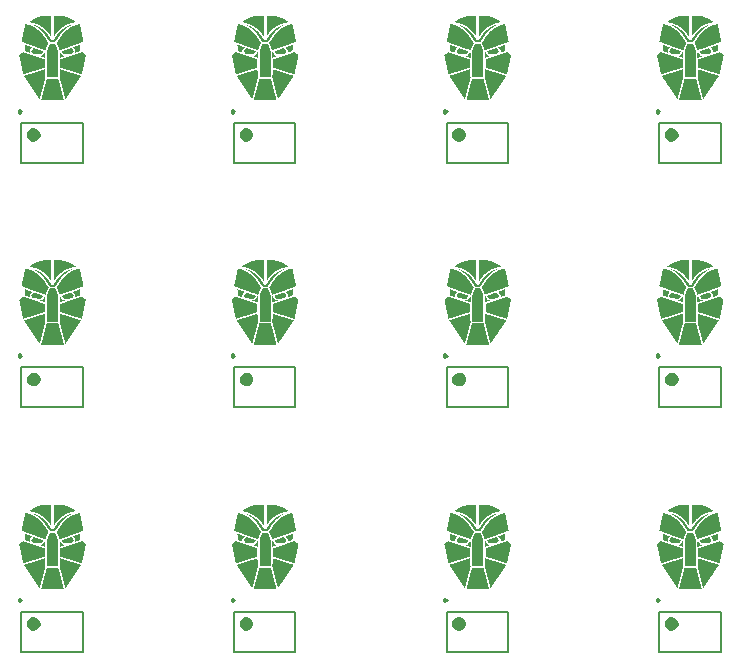
<source format=gbo>
G04*
G04 #@! TF.GenerationSoftware,Altium Limited,Altium Designer,20.1.11 (218)*
G04*
G04 Layer_Color=16777215*
%FSLAX25Y25*%
%MOIN*%
G70*
G04*
G04 #@! TF.SameCoordinates,4A8DF08C-7CCE-415C-BD08-992622932B33*
G04*
G04*
G04 #@! TF.FilePolarity,Positive*
G04*
G01*
G75*
%ADD31C,0.00984*%
%ADD32C,0.02362*%
%ADD33C,0.00787*%
G36*
X108624Y123881D02*
X108981D01*
Y123861D01*
X109179D01*
Y123841D01*
X109337D01*
Y123822D01*
X109476D01*
Y123802D01*
X109594D01*
Y123782D01*
X109713D01*
Y123762D01*
X109832D01*
Y123742D01*
X109931D01*
Y123723D01*
X110030D01*
Y123703D01*
X110109D01*
Y123683D01*
X110188D01*
Y123663D01*
X110287D01*
Y123643D01*
X110367D01*
Y123624D01*
X110446D01*
Y123604D01*
X110505D01*
Y123584D01*
X110584D01*
Y123564D01*
X110664D01*
Y123544D01*
X110723D01*
Y123525D01*
X110802D01*
Y123505D01*
X110862D01*
Y123485D01*
X110921D01*
Y123465D01*
X110981D01*
Y123445D01*
X111060D01*
Y123426D01*
X111099D01*
Y123406D01*
X111159D01*
Y123386D01*
X111218D01*
Y123366D01*
X111278D01*
Y123346D01*
X111337D01*
Y123327D01*
X111396D01*
Y123307D01*
X111436D01*
Y123287D01*
X111495D01*
Y123267D01*
X111535D01*
Y123247D01*
X111594D01*
Y123228D01*
X111654D01*
Y123208D01*
X111693D01*
Y123188D01*
X111733D01*
Y123168D01*
X111793D01*
Y123148D01*
X111832D01*
Y123128D01*
X111891D01*
Y123109D01*
X111931D01*
Y123089D01*
X111971D01*
Y123069D01*
X112010D01*
Y123049D01*
X112070D01*
Y123029D01*
X112109D01*
Y123010D01*
X112149D01*
Y122990D01*
X112188D01*
Y122970D01*
X112228D01*
Y122950D01*
X112268D01*
Y122931D01*
X112307D01*
Y122911D01*
X112347D01*
Y122891D01*
X112387D01*
Y122871D01*
X112426D01*
Y122851D01*
X112466D01*
Y122831D01*
X112505D01*
Y122812D01*
X112545D01*
Y122792D01*
X112584D01*
Y122772D01*
X112624D01*
Y122752D01*
X112664D01*
Y122732D01*
X112703D01*
Y122713D01*
X112743D01*
Y122693D01*
X112763D01*
Y122673D01*
X112802D01*
Y122653D01*
X112842D01*
Y122634D01*
X112882D01*
Y122614D01*
X112921D01*
Y122594D01*
X112941D01*
Y122574D01*
X112981D01*
Y122554D01*
X113020D01*
Y122535D01*
X113040D01*
Y122515D01*
X113080D01*
Y122495D01*
X113119D01*
Y122475D01*
X113139D01*
Y122455D01*
X113179D01*
Y122435D01*
X113218D01*
Y122416D01*
X113238D01*
Y122396D01*
X113278D01*
Y122376D01*
X113297D01*
Y122356D01*
X113337D01*
Y122336D01*
X113357D01*
Y122317D01*
X113396D01*
Y122297D01*
X113416D01*
Y122277D01*
X113456D01*
Y122257D01*
X113476D01*
Y122237D01*
X113515D01*
Y122218D01*
X113535D01*
Y122198D01*
X113575D01*
Y122178D01*
X113594D01*
Y122158D01*
X113634D01*
Y122138D01*
X113654D01*
Y122119D01*
X113693D01*
Y122099D01*
X113713D01*
Y122079D01*
X113733D01*
Y122059D01*
X113773D01*
Y122039D01*
X113792D01*
Y122020D01*
X113812D01*
Y122000D01*
X113852D01*
Y121980D01*
X113872D01*
Y121960D01*
X113891D01*
Y121940D01*
X113931D01*
Y121921D01*
X113951D01*
Y121901D01*
X113971D01*
Y121881D01*
X114010D01*
Y121861D01*
X114030D01*
Y121841D01*
X114050D01*
Y121822D01*
X114090D01*
Y121802D01*
X114109D01*
Y121782D01*
X114129D01*
Y121762D01*
X114169D01*
Y121742D01*
X114129D01*
Y121723D01*
X114070D01*
Y121703D01*
X114030D01*
Y121683D01*
X113951D01*
Y121663D01*
X113891D01*
Y121643D01*
X113812D01*
Y121624D01*
X113733D01*
Y121604D01*
X113634D01*
Y121584D01*
X113555D01*
Y121564D01*
X113456D01*
Y121544D01*
X113357D01*
Y121525D01*
X113258D01*
Y121505D01*
X113159D01*
Y121485D01*
X113060D01*
Y121465D01*
X112981D01*
Y121445D01*
X112901D01*
Y121426D01*
X112802D01*
Y121406D01*
X112723D01*
Y121386D01*
X112664D01*
Y121366D01*
X112584D01*
Y121346D01*
X112505D01*
Y121327D01*
X112446D01*
Y121307D01*
X112367D01*
Y121287D01*
X112307D01*
Y121267D01*
X112248D01*
Y121247D01*
X112188D01*
Y121228D01*
X112129D01*
Y121208D01*
X112070D01*
Y121188D01*
X112010D01*
Y121168D01*
X111951D01*
Y121148D01*
X111911D01*
Y121128D01*
X111852D01*
Y121109D01*
X111793D01*
Y121089D01*
X111733D01*
Y121069D01*
X111693D01*
Y121049D01*
X111634D01*
Y121029D01*
X111594D01*
Y121010D01*
X111555D01*
Y120990D01*
X111495D01*
Y120970D01*
X111456D01*
Y120950D01*
X111416D01*
Y120931D01*
X111357D01*
Y120911D01*
X111317D01*
Y120891D01*
X111278D01*
Y120871D01*
X111238D01*
Y120851D01*
X111179D01*
Y120832D01*
X111139D01*
Y120812D01*
X111099D01*
Y120792D01*
X111060D01*
Y120772D01*
X111020D01*
Y120752D01*
X110981D01*
Y120732D01*
X110941D01*
Y120713D01*
X110901D01*
Y120693D01*
X110862D01*
Y120673D01*
X110822D01*
Y120653D01*
X110783D01*
Y120633D01*
X110763D01*
Y120614D01*
X110723D01*
Y120594D01*
X110684D01*
Y120574D01*
X110644D01*
Y120554D01*
X110604D01*
Y120535D01*
X110565D01*
Y120515D01*
X110545D01*
Y120495D01*
X110505D01*
Y120475D01*
X110466D01*
Y120455D01*
X110446D01*
Y120436D01*
X110406D01*
Y120416D01*
X110367D01*
Y120396D01*
X110327D01*
Y120376D01*
X110307D01*
Y120356D01*
X110268D01*
Y120336D01*
X110248D01*
Y120317D01*
X110208D01*
Y120297D01*
X110169D01*
Y120277D01*
X110149D01*
Y120257D01*
X110109D01*
Y120237D01*
X110090D01*
Y120218D01*
X110050D01*
Y120198D01*
X110030D01*
Y120178D01*
X109991D01*
Y120158D01*
X109971D01*
Y120138D01*
X109931D01*
Y120119D01*
X109911D01*
Y120099D01*
X109872D01*
Y120079D01*
X109852D01*
Y120059D01*
X109812D01*
Y120039D01*
X109792D01*
Y120020D01*
X109773D01*
Y120000D01*
X109733D01*
Y119980D01*
X109713D01*
Y119960D01*
X109674D01*
Y119940D01*
X109654D01*
Y119921D01*
X109634D01*
Y119901D01*
X109594D01*
Y119881D01*
X109575D01*
Y119861D01*
X109555D01*
Y119841D01*
X109515D01*
Y119822D01*
X109495D01*
Y119802D01*
X109476D01*
Y119782D01*
X109436D01*
Y119762D01*
X109416D01*
Y119742D01*
X109396D01*
Y119723D01*
X109377D01*
Y119703D01*
X109337D01*
Y119683D01*
X109317D01*
Y119663D01*
X109297D01*
Y119643D01*
X109278D01*
Y119624D01*
X109238D01*
Y119604D01*
X109218D01*
Y119584D01*
X109198D01*
Y119564D01*
X109179D01*
Y119544D01*
X109159D01*
Y119525D01*
X109119D01*
Y119505D01*
X109099D01*
Y119485D01*
X109080D01*
Y119465D01*
X109060D01*
Y119445D01*
X109040D01*
Y119426D01*
X109020D01*
Y119406D01*
X108981D01*
Y119386D01*
X108961D01*
Y119366D01*
X108941D01*
Y119346D01*
X108921D01*
Y119327D01*
X108901D01*
Y119307D01*
X108882D01*
Y119287D01*
X108862D01*
Y119267D01*
X108842D01*
Y119247D01*
X108822D01*
Y119228D01*
X108782D01*
Y119208D01*
X108763D01*
Y119188D01*
X108743D01*
Y119168D01*
X108723D01*
Y119148D01*
X108703D01*
Y119129D01*
X108684D01*
Y119109D01*
X108664D01*
Y119089D01*
X108644D01*
Y119069D01*
X108624D01*
Y119049D01*
X108604D01*
Y119029D01*
X108584D01*
Y119010D01*
X108565D01*
Y118990D01*
X108545D01*
Y118970D01*
X108525D01*
Y118950D01*
X108505D01*
Y118930D01*
X108485D01*
Y118911D01*
X108466D01*
Y118891D01*
X108446D01*
Y118871D01*
X108426D01*
Y118851D01*
X108406D01*
Y118832D01*
X108387D01*
Y118812D01*
X108367D01*
Y118792D01*
X108347D01*
Y118772D01*
X108327D01*
Y118752D01*
X108307D01*
Y118733D01*
X108288D01*
Y118713D01*
X108268D01*
Y118693D01*
Y118673D01*
X108248D01*
Y118653D01*
X108228D01*
Y118633D01*
X108208D01*
Y118614D01*
X108188D01*
Y118594D01*
X108169D01*
Y118574D01*
X108149D01*
Y118554D01*
X108129D01*
Y118535D01*
X108109D01*
Y118515D01*
X108089D01*
Y118495D01*
Y118475D01*
X108070D01*
Y118455D01*
X108050D01*
Y118436D01*
X108030D01*
Y118416D01*
X108010D01*
Y118396D01*
X107991D01*
Y118376D01*
X107971D01*
Y118356D01*
X107951D01*
Y118336D01*
Y118317D01*
X107931D01*
Y118297D01*
X107911D01*
Y118277D01*
X107891D01*
Y118257D01*
X107872D01*
Y118237D01*
X107852D01*
Y118218D01*
Y118198D01*
X107832D01*
Y118178D01*
X107812D01*
Y118158D01*
X107792D01*
Y118138D01*
X107773D01*
Y118119D01*
Y118099D01*
X107753D01*
Y118079D01*
X107733D01*
Y118059D01*
X107713D01*
Y118039D01*
X107694D01*
Y118020D01*
Y118000D01*
X107674D01*
Y117980D01*
X107654D01*
Y117960D01*
X107634D01*
Y117940D01*
Y117921D01*
X107614D01*
Y117901D01*
X107595D01*
Y117881D01*
X107575D01*
Y117861D01*
Y117841D01*
X107555D01*
Y117822D01*
X107535D01*
Y117802D01*
X107515D01*
Y117782D01*
Y117762D01*
X107495D01*
Y117742D01*
X107476D01*
Y117723D01*
X107456D01*
Y117703D01*
Y117683D01*
X107436D01*
Y117663D01*
X107416D01*
Y117643D01*
X107396D01*
Y117624D01*
Y117604D01*
X107377D01*
Y117584D01*
X107357D01*
Y117564D01*
Y117544D01*
X107337D01*
Y117525D01*
X107317D01*
Y117505D01*
Y117485D01*
X107297D01*
Y117465D01*
X107278D01*
Y117445D01*
Y117426D01*
X107258D01*
Y117406D01*
X107238D01*
Y117386D01*
X107218D01*
Y117366D01*
Y117346D01*
X107198D01*
Y117327D01*
X107179D01*
Y117307D01*
Y117287D01*
X107159D01*
Y117267D01*
X107139D01*
Y117247D01*
Y117228D01*
X107119D01*
Y117208D01*
X107099D01*
Y117188D01*
Y117168D01*
X107080D01*
Y117148D01*
X107060D01*
Y117129D01*
Y117109D01*
X107040D01*
Y117089D01*
X107020D01*
Y117069D01*
Y117049D01*
X107000D01*
Y117030D01*
X106981D01*
Y117010D01*
Y116990D01*
X106961D01*
Y117010D01*
Y117030D01*
Y117049D01*
Y117069D01*
Y117089D01*
Y117109D01*
Y117129D01*
Y117148D01*
Y117168D01*
Y117188D01*
Y117208D01*
Y117228D01*
Y117247D01*
Y117267D01*
Y117287D01*
Y117307D01*
Y117327D01*
Y117346D01*
Y117366D01*
Y117386D01*
Y117406D01*
Y117426D01*
Y117445D01*
Y117465D01*
Y117485D01*
Y117505D01*
Y117525D01*
Y117544D01*
Y117564D01*
Y117584D01*
Y117604D01*
Y117624D01*
Y117643D01*
Y117663D01*
Y117683D01*
Y117703D01*
Y117723D01*
Y117742D01*
Y117762D01*
Y117782D01*
Y117802D01*
Y117822D01*
Y117841D01*
Y117861D01*
Y117881D01*
Y117901D01*
Y117921D01*
Y117940D01*
Y117960D01*
Y117980D01*
Y118000D01*
Y118020D01*
Y118039D01*
Y118059D01*
Y118079D01*
Y118099D01*
Y118119D01*
Y118138D01*
Y118158D01*
Y118178D01*
Y118198D01*
Y118218D01*
Y118237D01*
Y118257D01*
Y118277D01*
Y118297D01*
Y118317D01*
Y118336D01*
Y118356D01*
Y118376D01*
Y118396D01*
Y118416D01*
Y118436D01*
Y118455D01*
Y118475D01*
Y118495D01*
Y118515D01*
Y118535D01*
Y118554D01*
Y118574D01*
Y118594D01*
Y118614D01*
Y118633D01*
Y118653D01*
Y118673D01*
Y118693D01*
Y118713D01*
Y118733D01*
Y118752D01*
Y118772D01*
Y118792D01*
Y118812D01*
Y118832D01*
Y118851D01*
Y118871D01*
Y118891D01*
Y118911D01*
Y118930D01*
Y118950D01*
Y118970D01*
Y118990D01*
Y119010D01*
Y119029D01*
Y119049D01*
Y119069D01*
Y119089D01*
Y119109D01*
Y119129D01*
Y119148D01*
Y119168D01*
Y119188D01*
Y119208D01*
Y119228D01*
Y119247D01*
Y119267D01*
Y119287D01*
Y119307D01*
Y119327D01*
Y119346D01*
Y119366D01*
Y119386D01*
Y119406D01*
Y119426D01*
Y119445D01*
Y119465D01*
Y119485D01*
Y119505D01*
Y119525D01*
Y119544D01*
Y119564D01*
Y119584D01*
Y119604D01*
Y119624D01*
Y119643D01*
Y119663D01*
Y119683D01*
Y119703D01*
Y119723D01*
Y119742D01*
Y119762D01*
Y119782D01*
Y119802D01*
Y119822D01*
Y119841D01*
Y119861D01*
Y119881D01*
Y119901D01*
Y119921D01*
Y119940D01*
Y119960D01*
Y119980D01*
Y120000D01*
Y120020D01*
Y120039D01*
Y120059D01*
Y120079D01*
Y120099D01*
Y120119D01*
Y120138D01*
Y120158D01*
Y120178D01*
Y120198D01*
Y120218D01*
X106941D01*
Y120237D01*
Y120257D01*
Y120277D01*
Y120297D01*
Y120317D01*
Y120336D01*
Y120356D01*
Y120376D01*
Y120396D01*
Y120416D01*
Y120436D01*
Y120455D01*
Y120475D01*
Y120495D01*
Y120515D01*
Y120535D01*
Y120554D01*
Y120574D01*
Y120594D01*
Y120614D01*
Y120633D01*
Y120653D01*
Y120673D01*
Y120693D01*
Y120713D01*
Y120732D01*
Y120752D01*
Y120772D01*
Y120792D01*
Y120812D01*
Y120832D01*
Y120851D01*
Y120871D01*
Y120891D01*
Y120911D01*
Y120931D01*
Y120950D01*
Y120970D01*
Y120990D01*
Y121010D01*
Y121029D01*
Y121049D01*
Y121069D01*
Y121089D01*
Y121109D01*
Y121128D01*
Y121148D01*
Y121168D01*
Y121188D01*
Y121208D01*
Y121228D01*
Y121247D01*
Y121267D01*
Y121287D01*
Y121307D01*
Y121327D01*
Y121346D01*
Y121366D01*
Y121386D01*
Y121406D01*
Y121426D01*
Y121445D01*
Y121465D01*
Y121485D01*
Y121505D01*
Y121525D01*
Y121544D01*
Y121564D01*
Y121584D01*
Y121604D01*
Y121624D01*
Y121643D01*
Y121663D01*
Y121683D01*
Y121703D01*
Y121723D01*
Y121742D01*
Y121762D01*
Y121782D01*
Y121802D01*
Y121822D01*
Y121841D01*
Y121861D01*
Y121881D01*
Y121901D01*
Y121921D01*
Y121940D01*
Y121960D01*
Y121980D01*
Y122000D01*
Y122020D01*
Y122039D01*
Y122059D01*
Y122079D01*
Y122099D01*
Y122119D01*
Y122138D01*
Y122158D01*
Y122178D01*
Y122198D01*
Y122218D01*
Y122237D01*
Y122257D01*
Y122277D01*
Y122297D01*
Y122317D01*
Y122336D01*
Y122356D01*
Y122376D01*
Y122396D01*
Y122416D01*
Y122435D01*
Y122455D01*
Y122475D01*
Y122495D01*
Y122515D01*
Y122535D01*
Y122554D01*
Y122574D01*
Y122594D01*
Y122614D01*
Y122634D01*
Y122653D01*
Y122673D01*
Y122693D01*
Y122713D01*
Y122732D01*
Y122752D01*
Y122772D01*
Y122792D01*
Y122812D01*
Y122831D01*
Y122851D01*
Y122871D01*
Y122891D01*
Y122911D01*
Y122931D01*
X106961D01*
Y122950D01*
Y122970D01*
Y122990D01*
Y123010D01*
Y123029D01*
Y123049D01*
Y123069D01*
Y123089D01*
Y123109D01*
Y123128D01*
Y123148D01*
Y123168D01*
Y123188D01*
Y123208D01*
Y123228D01*
Y123247D01*
Y123267D01*
Y123287D01*
Y123307D01*
Y123327D01*
Y123346D01*
Y123366D01*
Y123386D01*
Y123406D01*
Y123426D01*
Y123445D01*
Y123465D01*
Y123485D01*
Y123505D01*
Y123525D01*
Y123544D01*
Y123564D01*
Y123584D01*
Y123604D01*
Y123624D01*
Y123643D01*
Y123663D01*
Y123683D01*
Y123703D01*
Y123723D01*
Y123742D01*
Y123762D01*
Y123782D01*
Y123802D01*
Y123822D01*
Y123841D01*
Y123861D01*
X107040D01*
Y123881D01*
X107278D01*
Y123901D01*
X108624D01*
Y123881D01*
D02*
G37*
G36*
X37758D02*
X38114D01*
Y123861D01*
X38313D01*
Y123841D01*
X38471D01*
Y123822D01*
X38609D01*
Y123802D01*
X38728D01*
Y123782D01*
X38847D01*
Y123762D01*
X38966D01*
Y123742D01*
X39065D01*
Y123723D01*
X39164D01*
Y123703D01*
X39243D01*
Y123683D01*
X39322D01*
Y123663D01*
X39421D01*
Y123643D01*
X39501D01*
Y123624D01*
X39580D01*
Y123604D01*
X39639D01*
Y123584D01*
X39718D01*
Y123564D01*
X39798D01*
Y123544D01*
X39857D01*
Y123525D01*
X39936D01*
Y123505D01*
X39996D01*
Y123485D01*
X40055D01*
Y123465D01*
X40114D01*
Y123445D01*
X40194D01*
Y123426D01*
X40233D01*
Y123406D01*
X40293D01*
Y123386D01*
X40352D01*
Y123366D01*
X40411D01*
Y123346D01*
X40471D01*
Y123327D01*
X40530D01*
Y123307D01*
X40570D01*
Y123287D01*
X40629D01*
Y123267D01*
X40669D01*
Y123247D01*
X40728D01*
Y123228D01*
X40788D01*
Y123208D01*
X40827D01*
Y123188D01*
X40867D01*
Y123168D01*
X40926D01*
Y123148D01*
X40966D01*
Y123128D01*
X41025D01*
Y123109D01*
X41065D01*
Y123089D01*
X41105D01*
Y123069D01*
X41144D01*
Y123049D01*
X41203D01*
Y123029D01*
X41243D01*
Y123010D01*
X41283D01*
Y122990D01*
X41322D01*
Y122970D01*
X41362D01*
Y122950D01*
X41401D01*
Y122931D01*
X41441D01*
Y122911D01*
X41481D01*
Y122891D01*
X41520D01*
Y122871D01*
X41560D01*
Y122851D01*
X41600D01*
Y122831D01*
X41639D01*
Y122812D01*
X41679D01*
Y122792D01*
X41718D01*
Y122772D01*
X41758D01*
Y122752D01*
X41798D01*
Y122732D01*
X41837D01*
Y122713D01*
X41877D01*
Y122693D01*
X41897D01*
Y122673D01*
X41936D01*
Y122653D01*
X41976D01*
Y122634D01*
X42015D01*
Y122614D01*
X42055D01*
Y122594D01*
X42075D01*
Y122574D01*
X42114D01*
Y122554D01*
X42154D01*
Y122535D01*
X42174D01*
Y122515D01*
X42213D01*
Y122495D01*
X42253D01*
Y122475D01*
X42273D01*
Y122455D01*
X42312D01*
Y122435D01*
X42352D01*
Y122416D01*
X42372D01*
Y122396D01*
X42412D01*
Y122376D01*
X42431D01*
Y122356D01*
X42471D01*
Y122336D01*
X42491D01*
Y122317D01*
X42530D01*
Y122297D01*
X42550D01*
Y122277D01*
X42590D01*
Y122257D01*
X42609D01*
Y122237D01*
X42649D01*
Y122218D01*
X42669D01*
Y122198D01*
X42709D01*
Y122178D01*
X42728D01*
Y122158D01*
X42768D01*
Y122138D01*
X42788D01*
Y122119D01*
X42827D01*
Y122099D01*
X42847D01*
Y122079D01*
X42867D01*
Y122059D01*
X42906D01*
Y122039D01*
X42926D01*
Y122020D01*
X42946D01*
Y122000D01*
X42986D01*
Y121980D01*
X43005D01*
Y121960D01*
X43025D01*
Y121940D01*
X43065D01*
Y121921D01*
X43085D01*
Y121901D01*
X43104D01*
Y121881D01*
X43144D01*
Y121861D01*
X43164D01*
Y121841D01*
X43184D01*
Y121822D01*
X43223D01*
Y121802D01*
X43243D01*
Y121782D01*
X43263D01*
Y121762D01*
X43303D01*
Y121742D01*
X43263D01*
Y121723D01*
X43203D01*
Y121703D01*
X43164D01*
Y121683D01*
X43085D01*
Y121663D01*
X43025D01*
Y121643D01*
X42946D01*
Y121624D01*
X42867D01*
Y121604D01*
X42768D01*
Y121584D01*
X42689D01*
Y121564D01*
X42590D01*
Y121544D01*
X42491D01*
Y121525D01*
X42392D01*
Y121505D01*
X42293D01*
Y121485D01*
X42194D01*
Y121465D01*
X42114D01*
Y121445D01*
X42035D01*
Y121426D01*
X41936D01*
Y121406D01*
X41857D01*
Y121386D01*
X41798D01*
Y121366D01*
X41718D01*
Y121346D01*
X41639D01*
Y121327D01*
X41580D01*
Y121307D01*
X41501D01*
Y121287D01*
X41441D01*
Y121267D01*
X41382D01*
Y121247D01*
X41322D01*
Y121228D01*
X41263D01*
Y121208D01*
X41203D01*
Y121188D01*
X41144D01*
Y121168D01*
X41085D01*
Y121148D01*
X41045D01*
Y121128D01*
X40986D01*
Y121109D01*
X40926D01*
Y121089D01*
X40867D01*
Y121069D01*
X40827D01*
Y121049D01*
X40768D01*
Y121029D01*
X40728D01*
Y121010D01*
X40689D01*
Y120990D01*
X40629D01*
Y120970D01*
X40590D01*
Y120950D01*
X40550D01*
Y120931D01*
X40491D01*
Y120911D01*
X40451D01*
Y120891D01*
X40411D01*
Y120871D01*
X40372D01*
Y120851D01*
X40312D01*
Y120832D01*
X40273D01*
Y120812D01*
X40233D01*
Y120792D01*
X40194D01*
Y120772D01*
X40154D01*
Y120752D01*
X40114D01*
Y120732D01*
X40075D01*
Y120713D01*
X40035D01*
Y120693D01*
X39996D01*
Y120673D01*
X39956D01*
Y120653D01*
X39916D01*
Y120633D01*
X39897D01*
Y120614D01*
X39857D01*
Y120594D01*
X39817D01*
Y120574D01*
X39778D01*
Y120554D01*
X39738D01*
Y120535D01*
X39699D01*
Y120515D01*
X39679D01*
Y120495D01*
X39639D01*
Y120475D01*
X39600D01*
Y120455D01*
X39580D01*
Y120436D01*
X39540D01*
Y120416D01*
X39501D01*
Y120396D01*
X39461D01*
Y120376D01*
X39441D01*
Y120356D01*
X39402D01*
Y120336D01*
X39382D01*
Y120317D01*
X39342D01*
Y120297D01*
X39303D01*
Y120277D01*
X39283D01*
Y120257D01*
X39243D01*
Y120237D01*
X39223D01*
Y120218D01*
X39184D01*
Y120198D01*
X39164D01*
Y120178D01*
X39124D01*
Y120158D01*
X39105D01*
Y120138D01*
X39065D01*
Y120119D01*
X39045D01*
Y120099D01*
X39006D01*
Y120079D01*
X38986D01*
Y120059D01*
X38946D01*
Y120039D01*
X38926D01*
Y120020D01*
X38906D01*
Y120000D01*
X38867D01*
Y119980D01*
X38847D01*
Y119960D01*
X38807D01*
Y119940D01*
X38788D01*
Y119921D01*
X38768D01*
Y119901D01*
X38728D01*
Y119881D01*
X38708D01*
Y119861D01*
X38689D01*
Y119841D01*
X38649D01*
Y119822D01*
X38629D01*
Y119802D01*
X38609D01*
Y119782D01*
X38570D01*
Y119762D01*
X38550D01*
Y119742D01*
X38530D01*
Y119723D01*
X38511D01*
Y119703D01*
X38471D01*
Y119683D01*
X38451D01*
Y119663D01*
X38431D01*
Y119643D01*
X38412D01*
Y119624D01*
X38372D01*
Y119604D01*
X38352D01*
Y119584D01*
X38332D01*
Y119564D01*
X38313D01*
Y119544D01*
X38293D01*
Y119525D01*
X38253D01*
Y119505D01*
X38233D01*
Y119485D01*
X38214D01*
Y119465D01*
X38194D01*
Y119445D01*
X38174D01*
Y119426D01*
X38154D01*
Y119406D01*
X38114D01*
Y119386D01*
X38095D01*
Y119366D01*
X38075D01*
Y119346D01*
X38055D01*
Y119327D01*
X38035D01*
Y119307D01*
X38015D01*
Y119287D01*
X37996D01*
Y119267D01*
X37976D01*
Y119247D01*
X37956D01*
Y119228D01*
X37916D01*
Y119208D01*
X37897D01*
Y119188D01*
X37877D01*
Y119168D01*
X37857D01*
Y119148D01*
X37837D01*
Y119129D01*
X37817D01*
Y119109D01*
X37798D01*
Y119089D01*
X37778D01*
Y119069D01*
X37758D01*
Y119049D01*
X37738D01*
Y119029D01*
X37718D01*
Y119010D01*
X37699D01*
Y118990D01*
X37679D01*
Y118970D01*
X37659D01*
Y118950D01*
X37639D01*
Y118930D01*
X37619D01*
Y118911D01*
X37600D01*
Y118891D01*
X37580D01*
Y118871D01*
X37560D01*
Y118851D01*
X37540D01*
Y118832D01*
X37520D01*
Y118812D01*
X37501D01*
Y118792D01*
X37481D01*
Y118772D01*
X37461D01*
Y118752D01*
X37441D01*
Y118733D01*
X37421D01*
Y118713D01*
X37402D01*
Y118693D01*
Y118673D01*
X37382D01*
Y118653D01*
X37362D01*
Y118633D01*
X37342D01*
Y118614D01*
X37322D01*
Y118594D01*
X37303D01*
Y118574D01*
X37283D01*
Y118554D01*
X37263D01*
Y118535D01*
X37243D01*
Y118515D01*
X37223D01*
Y118495D01*
Y118475D01*
X37203D01*
Y118455D01*
X37184D01*
Y118436D01*
X37164D01*
Y118416D01*
X37144D01*
Y118396D01*
X37124D01*
Y118376D01*
X37104D01*
Y118356D01*
X37085D01*
Y118336D01*
Y118317D01*
X37065D01*
Y118297D01*
X37045D01*
Y118277D01*
X37025D01*
Y118257D01*
X37005D01*
Y118237D01*
X36986D01*
Y118218D01*
Y118198D01*
X36966D01*
Y118178D01*
X36946D01*
Y118158D01*
X36926D01*
Y118138D01*
X36906D01*
Y118119D01*
Y118099D01*
X36887D01*
Y118079D01*
X36867D01*
Y118059D01*
X36847D01*
Y118039D01*
X36827D01*
Y118020D01*
Y118000D01*
X36808D01*
Y117980D01*
X36788D01*
Y117960D01*
X36768D01*
Y117940D01*
Y117921D01*
X36748D01*
Y117901D01*
X36728D01*
Y117881D01*
X36709D01*
Y117861D01*
Y117841D01*
X36689D01*
Y117822D01*
X36669D01*
Y117802D01*
X36649D01*
Y117782D01*
Y117762D01*
X36629D01*
Y117742D01*
X36610D01*
Y117723D01*
X36590D01*
Y117703D01*
Y117683D01*
X36570D01*
Y117663D01*
X36550D01*
Y117643D01*
X36530D01*
Y117624D01*
Y117604D01*
X36511D01*
Y117584D01*
X36491D01*
Y117564D01*
Y117544D01*
X36471D01*
Y117525D01*
X36451D01*
Y117505D01*
Y117485D01*
X36431D01*
Y117465D01*
X36411D01*
Y117445D01*
Y117426D01*
X36392D01*
Y117406D01*
X36372D01*
Y117386D01*
X36352D01*
Y117366D01*
Y117346D01*
X36332D01*
Y117327D01*
X36312D01*
Y117307D01*
Y117287D01*
X36293D01*
Y117267D01*
X36273D01*
Y117247D01*
Y117228D01*
X36253D01*
Y117208D01*
X36233D01*
Y117188D01*
Y117168D01*
X36213D01*
Y117148D01*
X36194D01*
Y117129D01*
Y117109D01*
X36174D01*
Y117089D01*
X36154D01*
Y117069D01*
Y117049D01*
X36134D01*
Y117030D01*
X36114D01*
Y117010D01*
Y116990D01*
X36095D01*
Y117010D01*
Y117030D01*
Y117049D01*
Y117069D01*
Y117089D01*
Y117109D01*
Y117129D01*
Y117148D01*
Y117168D01*
Y117188D01*
Y117208D01*
Y117228D01*
Y117247D01*
Y117267D01*
Y117287D01*
Y117307D01*
Y117327D01*
Y117346D01*
Y117366D01*
Y117386D01*
Y117406D01*
Y117426D01*
Y117445D01*
Y117465D01*
Y117485D01*
Y117505D01*
Y117525D01*
Y117544D01*
Y117564D01*
Y117584D01*
Y117604D01*
Y117624D01*
Y117643D01*
Y117663D01*
Y117683D01*
Y117703D01*
Y117723D01*
Y117742D01*
Y117762D01*
Y117782D01*
Y117802D01*
Y117822D01*
Y117841D01*
Y117861D01*
Y117881D01*
Y117901D01*
Y117921D01*
Y117940D01*
Y117960D01*
Y117980D01*
Y118000D01*
Y118020D01*
Y118039D01*
Y118059D01*
Y118079D01*
Y118099D01*
Y118119D01*
Y118138D01*
Y118158D01*
Y118178D01*
Y118198D01*
Y118218D01*
Y118237D01*
Y118257D01*
Y118277D01*
Y118297D01*
Y118317D01*
Y118336D01*
Y118356D01*
Y118376D01*
Y118396D01*
Y118416D01*
Y118436D01*
Y118455D01*
Y118475D01*
Y118495D01*
Y118515D01*
Y118535D01*
Y118554D01*
Y118574D01*
Y118594D01*
Y118614D01*
Y118633D01*
Y118653D01*
Y118673D01*
Y118693D01*
Y118713D01*
Y118733D01*
Y118752D01*
Y118772D01*
Y118792D01*
Y118812D01*
Y118832D01*
Y118851D01*
Y118871D01*
Y118891D01*
Y118911D01*
Y118930D01*
Y118950D01*
Y118970D01*
Y118990D01*
Y119010D01*
Y119029D01*
Y119049D01*
Y119069D01*
Y119089D01*
Y119109D01*
Y119129D01*
Y119148D01*
Y119168D01*
Y119188D01*
Y119208D01*
Y119228D01*
Y119247D01*
Y119267D01*
Y119287D01*
Y119307D01*
Y119327D01*
Y119346D01*
Y119366D01*
Y119386D01*
Y119406D01*
Y119426D01*
Y119445D01*
Y119465D01*
Y119485D01*
Y119505D01*
Y119525D01*
Y119544D01*
Y119564D01*
Y119584D01*
Y119604D01*
Y119624D01*
Y119643D01*
Y119663D01*
Y119683D01*
Y119703D01*
Y119723D01*
Y119742D01*
Y119762D01*
Y119782D01*
Y119802D01*
Y119822D01*
Y119841D01*
Y119861D01*
Y119881D01*
Y119901D01*
Y119921D01*
Y119940D01*
Y119960D01*
Y119980D01*
Y120000D01*
Y120020D01*
Y120039D01*
Y120059D01*
Y120079D01*
Y120099D01*
Y120119D01*
Y120138D01*
Y120158D01*
Y120178D01*
Y120198D01*
Y120218D01*
X36075D01*
Y120237D01*
Y120257D01*
Y120277D01*
Y120297D01*
Y120317D01*
Y120336D01*
Y120356D01*
Y120376D01*
Y120396D01*
Y120416D01*
Y120436D01*
Y120455D01*
Y120475D01*
Y120495D01*
Y120515D01*
Y120535D01*
Y120554D01*
Y120574D01*
Y120594D01*
Y120614D01*
Y120633D01*
Y120653D01*
Y120673D01*
Y120693D01*
Y120713D01*
Y120732D01*
Y120752D01*
Y120772D01*
Y120792D01*
Y120812D01*
Y120832D01*
Y120851D01*
Y120871D01*
Y120891D01*
Y120911D01*
Y120931D01*
Y120950D01*
Y120970D01*
Y120990D01*
Y121010D01*
Y121029D01*
Y121049D01*
Y121069D01*
Y121089D01*
Y121109D01*
Y121128D01*
Y121148D01*
Y121168D01*
Y121188D01*
Y121208D01*
Y121228D01*
Y121247D01*
Y121267D01*
Y121287D01*
Y121307D01*
Y121327D01*
Y121346D01*
Y121366D01*
Y121386D01*
Y121406D01*
Y121426D01*
Y121445D01*
Y121465D01*
Y121485D01*
Y121505D01*
Y121525D01*
Y121544D01*
Y121564D01*
Y121584D01*
Y121604D01*
Y121624D01*
Y121643D01*
Y121663D01*
Y121683D01*
Y121703D01*
Y121723D01*
Y121742D01*
Y121762D01*
Y121782D01*
Y121802D01*
Y121822D01*
Y121841D01*
Y121861D01*
Y121881D01*
Y121901D01*
Y121921D01*
Y121940D01*
Y121960D01*
Y121980D01*
Y122000D01*
Y122020D01*
Y122039D01*
Y122059D01*
Y122079D01*
Y122099D01*
Y122119D01*
Y122138D01*
Y122158D01*
Y122178D01*
Y122198D01*
Y122218D01*
Y122237D01*
Y122257D01*
Y122277D01*
Y122297D01*
Y122317D01*
Y122336D01*
Y122356D01*
Y122376D01*
Y122396D01*
Y122416D01*
Y122435D01*
Y122455D01*
Y122475D01*
Y122495D01*
Y122515D01*
Y122535D01*
Y122554D01*
Y122574D01*
Y122594D01*
Y122614D01*
Y122634D01*
Y122653D01*
Y122673D01*
Y122693D01*
Y122713D01*
Y122732D01*
Y122752D01*
Y122772D01*
Y122792D01*
Y122812D01*
Y122831D01*
Y122851D01*
Y122871D01*
Y122891D01*
Y122911D01*
Y122931D01*
X36095D01*
Y122950D01*
Y122970D01*
Y122990D01*
Y123010D01*
Y123029D01*
Y123049D01*
Y123069D01*
Y123089D01*
Y123109D01*
Y123128D01*
Y123148D01*
Y123168D01*
Y123188D01*
Y123208D01*
Y123228D01*
Y123247D01*
Y123267D01*
Y123287D01*
Y123307D01*
Y123327D01*
Y123346D01*
Y123366D01*
Y123386D01*
Y123406D01*
Y123426D01*
Y123445D01*
Y123465D01*
Y123485D01*
Y123505D01*
Y123525D01*
Y123544D01*
Y123564D01*
Y123584D01*
Y123604D01*
Y123624D01*
Y123643D01*
Y123663D01*
Y123683D01*
Y123703D01*
Y123723D01*
Y123742D01*
Y123762D01*
Y123782D01*
Y123802D01*
Y123822D01*
Y123841D01*
Y123861D01*
X36174D01*
Y123881D01*
X36411D01*
Y123901D01*
X37758D01*
Y123881D01*
D02*
G37*
G36*
X-33108D02*
X-32752D01*
Y123861D01*
X-32554D01*
Y123841D01*
X-32395D01*
Y123822D01*
X-32257D01*
Y123802D01*
X-32138D01*
Y123782D01*
X-32019D01*
Y123762D01*
X-31900D01*
Y123742D01*
X-31801D01*
Y123723D01*
X-31702D01*
Y123703D01*
X-31623D01*
Y123683D01*
X-31544D01*
Y123663D01*
X-31445D01*
Y123643D01*
X-31366D01*
Y123624D01*
X-31286D01*
Y123604D01*
X-31227D01*
Y123584D01*
X-31148D01*
Y123564D01*
X-31069D01*
Y123544D01*
X-31009D01*
Y123525D01*
X-30930D01*
Y123505D01*
X-30871D01*
Y123485D01*
X-30811D01*
Y123465D01*
X-30752D01*
Y123445D01*
X-30672D01*
Y123426D01*
X-30633D01*
Y123406D01*
X-30573D01*
Y123386D01*
X-30514D01*
Y123366D01*
X-30455D01*
Y123346D01*
X-30395D01*
Y123327D01*
X-30336D01*
Y123307D01*
X-30296D01*
Y123287D01*
X-30237D01*
Y123267D01*
X-30197D01*
Y123247D01*
X-30138D01*
Y123228D01*
X-30079D01*
Y123208D01*
X-30039D01*
Y123188D01*
X-29999D01*
Y123168D01*
X-29940D01*
Y123148D01*
X-29900D01*
Y123128D01*
X-29841D01*
Y123109D01*
X-29801D01*
Y123089D01*
X-29762D01*
Y123069D01*
X-29722D01*
Y123049D01*
X-29663D01*
Y123029D01*
X-29623D01*
Y123010D01*
X-29583D01*
Y122990D01*
X-29544D01*
Y122970D01*
X-29504D01*
Y122950D01*
X-29465D01*
Y122931D01*
X-29425D01*
Y122911D01*
X-29385D01*
Y122891D01*
X-29346D01*
Y122871D01*
X-29306D01*
Y122851D01*
X-29267D01*
Y122831D01*
X-29227D01*
Y122812D01*
X-29187D01*
Y122792D01*
X-29148D01*
Y122772D01*
X-29108D01*
Y122752D01*
X-29068D01*
Y122732D01*
X-29029D01*
Y122713D01*
X-28989D01*
Y122693D01*
X-28969D01*
Y122673D01*
X-28930D01*
Y122653D01*
X-28890D01*
Y122634D01*
X-28851D01*
Y122614D01*
X-28811D01*
Y122594D01*
X-28791D01*
Y122574D01*
X-28752D01*
Y122554D01*
X-28712D01*
Y122535D01*
X-28692D01*
Y122515D01*
X-28653D01*
Y122495D01*
X-28613D01*
Y122475D01*
X-28593D01*
Y122455D01*
X-28554D01*
Y122435D01*
X-28514D01*
Y122416D01*
X-28494D01*
Y122396D01*
X-28455D01*
Y122376D01*
X-28435D01*
Y122356D01*
X-28395D01*
Y122336D01*
X-28376D01*
Y122317D01*
X-28336D01*
Y122297D01*
X-28316D01*
Y122277D01*
X-28277D01*
Y122257D01*
X-28257D01*
Y122237D01*
X-28217D01*
Y122218D01*
X-28197D01*
Y122198D01*
X-28158D01*
Y122178D01*
X-28138D01*
Y122158D01*
X-28098D01*
Y122138D01*
X-28078D01*
Y122119D01*
X-28039D01*
Y122099D01*
X-28019D01*
Y122079D01*
X-27999D01*
Y122059D01*
X-27960D01*
Y122039D01*
X-27940D01*
Y122020D01*
X-27920D01*
Y122000D01*
X-27880D01*
Y121980D01*
X-27861D01*
Y121960D01*
X-27841D01*
Y121940D01*
X-27801D01*
Y121921D01*
X-27781D01*
Y121901D01*
X-27762D01*
Y121881D01*
X-27722D01*
Y121861D01*
X-27702D01*
Y121841D01*
X-27682D01*
Y121822D01*
X-27643D01*
Y121802D01*
X-27623D01*
Y121782D01*
X-27603D01*
Y121762D01*
X-27564D01*
Y121742D01*
X-27603D01*
Y121723D01*
X-27663D01*
Y121703D01*
X-27702D01*
Y121683D01*
X-27781D01*
Y121663D01*
X-27841D01*
Y121643D01*
X-27920D01*
Y121624D01*
X-27999D01*
Y121604D01*
X-28098D01*
Y121584D01*
X-28177D01*
Y121564D01*
X-28277D01*
Y121544D01*
X-28376D01*
Y121525D01*
X-28475D01*
Y121505D01*
X-28574D01*
Y121485D01*
X-28673D01*
Y121465D01*
X-28752D01*
Y121445D01*
X-28831D01*
Y121426D01*
X-28930D01*
Y121406D01*
X-29009D01*
Y121386D01*
X-29068D01*
Y121366D01*
X-29148D01*
Y121346D01*
X-29227D01*
Y121327D01*
X-29286D01*
Y121307D01*
X-29366D01*
Y121287D01*
X-29425D01*
Y121267D01*
X-29484D01*
Y121247D01*
X-29544D01*
Y121228D01*
X-29603D01*
Y121208D01*
X-29663D01*
Y121188D01*
X-29722D01*
Y121168D01*
X-29781D01*
Y121148D01*
X-29821D01*
Y121128D01*
X-29880D01*
Y121109D01*
X-29940D01*
Y121089D01*
X-29999D01*
Y121069D01*
X-30039D01*
Y121049D01*
X-30098D01*
Y121029D01*
X-30138D01*
Y121010D01*
X-30177D01*
Y120990D01*
X-30237D01*
Y120970D01*
X-30276D01*
Y120950D01*
X-30316D01*
Y120931D01*
X-30375D01*
Y120911D01*
X-30415D01*
Y120891D01*
X-30455D01*
Y120871D01*
X-30494D01*
Y120851D01*
X-30554D01*
Y120832D01*
X-30593D01*
Y120812D01*
X-30633D01*
Y120792D01*
X-30672D01*
Y120772D01*
X-30712D01*
Y120752D01*
X-30752D01*
Y120732D01*
X-30791D01*
Y120713D01*
X-30831D01*
Y120693D01*
X-30871D01*
Y120673D01*
X-30910D01*
Y120653D01*
X-30950D01*
Y120633D01*
X-30970D01*
Y120614D01*
X-31009D01*
Y120594D01*
X-31049D01*
Y120574D01*
X-31088D01*
Y120554D01*
X-31128D01*
Y120535D01*
X-31168D01*
Y120515D01*
X-31187D01*
Y120495D01*
X-31227D01*
Y120475D01*
X-31267D01*
Y120455D01*
X-31286D01*
Y120436D01*
X-31326D01*
Y120416D01*
X-31366D01*
Y120396D01*
X-31405D01*
Y120376D01*
X-31425D01*
Y120356D01*
X-31465D01*
Y120336D01*
X-31484D01*
Y120317D01*
X-31524D01*
Y120297D01*
X-31564D01*
Y120277D01*
X-31583D01*
Y120257D01*
X-31623D01*
Y120237D01*
X-31643D01*
Y120218D01*
X-31682D01*
Y120198D01*
X-31702D01*
Y120178D01*
X-31742D01*
Y120158D01*
X-31762D01*
Y120138D01*
X-31801D01*
Y120119D01*
X-31821D01*
Y120099D01*
X-31861D01*
Y120079D01*
X-31880D01*
Y120059D01*
X-31920D01*
Y120039D01*
X-31940D01*
Y120020D01*
X-31960D01*
Y120000D01*
X-31999D01*
Y119980D01*
X-32019D01*
Y119960D01*
X-32059D01*
Y119940D01*
X-32078D01*
Y119921D01*
X-32098D01*
Y119901D01*
X-32138D01*
Y119881D01*
X-32158D01*
Y119861D01*
X-32177D01*
Y119841D01*
X-32217D01*
Y119822D01*
X-32237D01*
Y119802D01*
X-32257D01*
Y119782D01*
X-32296D01*
Y119762D01*
X-32316D01*
Y119742D01*
X-32336D01*
Y119723D01*
X-32356D01*
Y119703D01*
X-32395D01*
Y119683D01*
X-32415D01*
Y119663D01*
X-32435D01*
Y119643D01*
X-32455D01*
Y119624D01*
X-32494D01*
Y119604D01*
X-32514D01*
Y119584D01*
X-32534D01*
Y119564D01*
X-32554D01*
Y119544D01*
X-32574D01*
Y119525D01*
X-32613D01*
Y119505D01*
X-32633D01*
Y119485D01*
X-32653D01*
Y119465D01*
X-32673D01*
Y119445D01*
X-32692D01*
Y119426D01*
X-32712D01*
Y119406D01*
X-32752D01*
Y119386D01*
X-32772D01*
Y119366D01*
X-32791D01*
Y119346D01*
X-32811D01*
Y119327D01*
X-32831D01*
Y119307D01*
X-32851D01*
Y119287D01*
X-32871D01*
Y119267D01*
X-32890D01*
Y119247D01*
X-32910D01*
Y119228D01*
X-32950D01*
Y119208D01*
X-32969D01*
Y119188D01*
X-32989D01*
Y119168D01*
X-33009D01*
Y119148D01*
X-33029D01*
Y119129D01*
X-33049D01*
Y119109D01*
X-33068D01*
Y119089D01*
X-33088D01*
Y119069D01*
X-33108D01*
Y119049D01*
X-33128D01*
Y119029D01*
X-33148D01*
Y119010D01*
X-33167D01*
Y118990D01*
X-33187D01*
Y118970D01*
X-33207D01*
Y118950D01*
X-33227D01*
Y118930D01*
X-33247D01*
Y118911D01*
X-33267D01*
Y118891D01*
X-33286D01*
Y118871D01*
X-33306D01*
Y118851D01*
X-33326D01*
Y118832D01*
X-33346D01*
Y118812D01*
X-33366D01*
Y118792D01*
X-33385D01*
Y118772D01*
X-33405D01*
Y118752D01*
X-33425D01*
Y118733D01*
X-33445D01*
Y118713D01*
X-33465D01*
Y118693D01*
Y118673D01*
X-33484D01*
Y118653D01*
X-33504D01*
Y118633D01*
X-33524D01*
Y118614D01*
X-33544D01*
Y118594D01*
X-33564D01*
Y118574D01*
X-33583D01*
Y118554D01*
X-33603D01*
Y118535D01*
X-33623D01*
Y118515D01*
X-33643D01*
Y118495D01*
Y118475D01*
X-33663D01*
Y118455D01*
X-33682D01*
Y118436D01*
X-33702D01*
Y118416D01*
X-33722D01*
Y118396D01*
X-33742D01*
Y118376D01*
X-33762D01*
Y118356D01*
X-33781D01*
Y118336D01*
Y118317D01*
X-33801D01*
Y118297D01*
X-33821D01*
Y118277D01*
X-33841D01*
Y118257D01*
X-33861D01*
Y118237D01*
X-33880D01*
Y118218D01*
Y118198D01*
X-33900D01*
Y118178D01*
X-33920D01*
Y118158D01*
X-33940D01*
Y118138D01*
X-33960D01*
Y118119D01*
Y118099D01*
X-33979D01*
Y118079D01*
X-33999D01*
Y118059D01*
X-34019D01*
Y118039D01*
X-34039D01*
Y118020D01*
Y118000D01*
X-34059D01*
Y117980D01*
X-34078D01*
Y117960D01*
X-34098D01*
Y117940D01*
Y117921D01*
X-34118D01*
Y117901D01*
X-34138D01*
Y117881D01*
X-34158D01*
Y117861D01*
Y117841D01*
X-34177D01*
Y117822D01*
X-34197D01*
Y117802D01*
X-34217D01*
Y117782D01*
Y117762D01*
X-34237D01*
Y117742D01*
X-34257D01*
Y117723D01*
X-34277D01*
Y117703D01*
Y117683D01*
X-34296D01*
Y117663D01*
X-34316D01*
Y117643D01*
X-34336D01*
Y117624D01*
Y117604D01*
X-34356D01*
Y117584D01*
X-34376D01*
Y117564D01*
Y117544D01*
X-34395D01*
Y117525D01*
X-34415D01*
Y117505D01*
Y117485D01*
X-34435D01*
Y117465D01*
X-34455D01*
Y117445D01*
Y117426D01*
X-34475D01*
Y117406D01*
X-34494D01*
Y117386D01*
X-34514D01*
Y117366D01*
Y117346D01*
X-34534D01*
Y117327D01*
X-34554D01*
Y117307D01*
Y117287D01*
X-34574D01*
Y117267D01*
X-34593D01*
Y117247D01*
Y117228D01*
X-34613D01*
Y117208D01*
X-34633D01*
Y117188D01*
Y117168D01*
X-34653D01*
Y117148D01*
X-34672D01*
Y117129D01*
Y117109D01*
X-34692D01*
Y117089D01*
X-34712D01*
Y117069D01*
Y117049D01*
X-34732D01*
Y117030D01*
X-34752D01*
Y117010D01*
Y116990D01*
X-34771D01*
Y117010D01*
Y117030D01*
Y117049D01*
Y117069D01*
Y117089D01*
Y117109D01*
Y117129D01*
Y117148D01*
Y117168D01*
Y117188D01*
Y117208D01*
Y117228D01*
Y117247D01*
Y117267D01*
Y117287D01*
Y117307D01*
Y117327D01*
Y117346D01*
Y117366D01*
Y117386D01*
Y117406D01*
Y117426D01*
Y117445D01*
Y117465D01*
Y117485D01*
Y117505D01*
Y117525D01*
Y117544D01*
Y117564D01*
Y117584D01*
Y117604D01*
Y117624D01*
Y117643D01*
Y117663D01*
Y117683D01*
Y117703D01*
Y117723D01*
Y117742D01*
Y117762D01*
Y117782D01*
Y117802D01*
Y117822D01*
Y117841D01*
Y117861D01*
Y117881D01*
Y117901D01*
Y117921D01*
Y117940D01*
Y117960D01*
Y117980D01*
Y118000D01*
Y118020D01*
Y118039D01*
Y118059D01*
Y118079D01*
Y118099D01*
Y118119D01*
Y118138D01*
Y118158D01*
Y118178D01*
Y118198D01*
Y118218D01*
Y118237D01*
Y118257D01*
Y118277D01*
Y118297D01*
Y118317D01*
Y118336D01*
Y118356D01*
Y118376D01*
Y118396D01*
Y118416D01*
Y118436D01*
Y118455D01*
Y118475D01*
Y118495D01*
Y118515D01*
Y118535D01*
Y118554D01*
Y118574D01*
Y118594D01*
Y118614D01*
Y118633D01*
Y118653D01*
Y118673D01*
Y118693D01*
Y118713D01*
Y118733D01*
Y118752D01*
Y118772D01*
Y118792D01*
Y118812D01*
Y118832D01*
Y118851D01*
Y118871D01*
Y118891D01*
Y118911D01*
Y118930D01*
Y118950D01*
Y118970D01*
Y118990D01*
Y119010D01*
Y119029D01*
Y119049D01*
Y119069D01*
Y119089D01*
Y119109D01*
Y119129D01*
Y119148D01*
Y119168D01*
Y119188D01*
Y119208D01*
Y119228D01*
Y119247D01*
Y119267D01*
Y119287D01*
Y119307D01*
Y119327D01*
Y119346D01*
Y119366D01*
Y119386D01*
Y119406D01*
Y119426D01*
Y119445D01*
Y119465D01*
Y119485D01*
Y119505D01*
Y119525D01*
Y119544D01*
Y119564D01*
Y119584D01*
Y119604D01*
Y119624D01*
Y119643D01*
Y119663D01*
Y119683D01*
Y119703D01*
Y119723D01*
Y119742D01*
Y119762D01*
Y119782D01*
Y119802D01*
Y119822D01*
Y119841D01*
Y119861D01*
Y119881D01*
Y119901D01*
Y119921D01*
Y119940D01*
Y119960D01*
Y119980D01*
Y120000D01*
Y120020D01*
Y120039D01*
Y120059D01*
Y120079D01*
Y120099D01*
Y120119D01*
Y120138D01*
Y120158D01*
Y120178D01*
Y120198D01*
Y120218D01*
X-34791D01*
Y120237D01*
Y120257D01*
Y120277D01*
Y120297D01*
Y120317D01*
Y120336D01*
Y120356D01*
Y120376D01*
Y120396D01*
Y120416D01*
Y120436D01*
Y120455D01*
Y120475D01*
Y120495D01*
Y120515D01*
Y120535D01*
Y120554D01*
Y120574D01*
Y120594D01*
Y120614D01*
Y120633D01*
Y120653D01*
Y120673D01*
Y120693D01*
Y120713D01*
Y120732D01*
Y120752D01*
Y120772D01*
Y120792D01*
Y120812D01*
Y120832D01*
Y120851D01*
Y120871D01*
Y120891D01*
Y120911D01*
Y120931D01*
Y120950D01*
Y120970D01*
Y120990D01*
Y121010D01*
Y121029D01*
Y121049D01*
Y121069D01*
Y121089D01*
Y121109D01*
Y121128D01*
Y121148D01*
Y121168D01*
Y121188D01*
Y121208D01*
Y121228D01*
Y121247D01*
Y121267D01*
Y121287D01*
Y121307D01*
Y121327D01*
Y121346D01*
Y121366D01*
Y121386D01*
Y121406D01*
Y121426D01*
Y121445D01*
Y121465D01*
Y121485D01*
Y121505D01*
Y121525D01*
Y121544D01*
Y121564D01*
Y121584D01*
Y121604D01*
Y121624D01*
Y121643D01*
Y121663D01*
Y121683D01*
Y121703D01*
Y121723D01*
Y121742D01*
Y121762D01*
Y121782D01*
Y121802D01*
Y121822D01*
Y121841D01*
Y121861D01*
Y121881D01*
Y121901D01*
Y121921D01*
Y121940D01*
Y121960D01*
Y121980D01*
Y122000D01*
Y122020D01*
Y122039D01*
Y122059D01*
Y122079D01*
Y122099D01*
Y122119D01*
Y122138D01*
Y122158D01*
Y122178D01*
Y122198D01*
Y122218D01*
Y122237D01*
Y122257D01*
Y122277D01*
Y122297D01*
Y122317D01*
Y122336D01*
Y122356D01*
Y122376D01*
Y122396D01*
Y122416D01*
Y122435D01*
Y122455D01*
Y122475D01*
Y122495D01*
Y122515D01*
Y122535D01*
Y122554D01*
Y122574D01*
Y122594D01*
Y122614D01*
Y122634D01*
Y122653D01*
Y122673D01*
Y122693D01*
Y122713D01*
Y122732D01*
Y122752D01*
Y122772D01*
Y122792D01*
Y122812D01*
Y122831D01*
Y122851D01*
Y122871D01*
Y122891D01*
Y122911D01*
Y122931D01*
X-34771D01*
Y122950D01*
Y122970D01*
Y122990D01*
Y123010D01*
Y123029D01*
Y123049D01*
Y123069D01*
Y123089D01*
Y123109D01*
Y123128D01*
Y123148D01*
Y123168D01*
Y123188D01*
Y123208D01*
Y123228D01*
Y123247D01*
Y123267D01*
Y123287D01*
Y123307D01*
Y123327D01*
Y123346D01*
Y123366D01*
Y123386D01*
Y123406D01*
Y123426D01*
Y123445D01*
Y123465D01*
Y123485D01*
Y123505D01*
Y123525D01*
Y123544D01*
Y123564D01*
Y123584D01*
Y123604D01*
Y123624D01*
Y123643D01*
Y123663D01*
Y123683D01*
Y123703D01*
Y123723D01*
Y123742D01*
Y123762D01*
Y123782D01*
Y123802D01*
Y123822D01*
Y123841D01*
Y123861D01*
X-34692D01*
Y123881D01*
X-34455D01*
Y123901D01*
X-33108D01*
Y123881D01*
D02*
G37*
G36*
X-103974D02*
X-103618D01*
Y123861D01*
X-103420D01*
Y123841D01*
X-103261D01*
Y123822D01*
X-103123D01*
Y123802D01*
X-103004D01*
Y123782D01*
X-102885D01*
Y123762D01*
X-102766D01*
Y123742D01*
X-102667D01*
Y123723D01*
X-102568D01*
Y123703D01*
X-102489D01*
Y123683D01*
X-102410D01*
Y123663D01*
X-102311D01*
Y123643D01*
X-102232D01*
Y123624D01*
X-102153D01*
Y123604D01*
X-102093D01*
Y123584D01*
X-102014D01*
Y123564D01*
X-101935D01*
Y123544D01*
X-101875D01*
Y123525D01*
X-101796D01*
Y123505D01*
X-101737D01*
Y123485D01*
X-101677D01*
Y123465D01*
X-101618D01*
Y123445D01*
X-101539D01*
Y123426D01*
X-101499D01*
Y123406D01*
X-101440D01*
Y123386D01*
X-101380D01*
Y123366D01*
X-101321D01*
Y123346D01*
X-101261D01*
Y123327D01*
X-101202D01*
Y123307D01*
X-101162D01*
Y123287D01*
X-101103D01*
Y123267D01*
X-101063D01*
Y123247D01*
X-101004D01*
Y123228D01*
X-100945D01*
Y123208D01*
X-100905D01*
Y123188D01*
X-100865D01*
Y123168D01*
X-100806D01*
Y123148D01*
X-100766D01*
Y123128D01*
X-100707D01*
Y123109D01*
X-100667D01*
Y123089D01*
X-100628D01*
Y123069D01*
X-100588D01*
Y123049D01*
X-100529D01*
Y123029D01*
X-100489D01*
Y123010D01*
X-100450D01*
Y122990D01*
X-100410D01*
Y122970D01*
X-100370D01*
Y122950D01*
X-100331D01*
Y122931D01*
X-100291D01*
Y122911D01*
X-100251D01*
Y122891D01*
X-100212D01*
Y122871D01*
X-100172D01*
Y122851D01*
X-100133D01*
Y122831D01*
X-100093D01*
Y122812D01*
X-100054D01*
Y122792D01*
X-100014D01*
Y122772D01*
X-99974D01*
Y122752D01*
X-99935D01*
Y122732D01*
X-99895D01*
Y122713D01*
X-99856D01*
Y122693D01*
X-99836D01*
Y122673D01*
X-99796D01*
Y122653D01*
X-99756D01*
Y122634D01*
X-99717D01*
Y122614D01*
X-99677D01*
Y122594D01*
X-99657D01*
Y122574D01*
X-99618D01*
Y122554D01*
X-99578D01*
Y122535D01*
X-99559D01*
Y122515D01*
X-99519D01*
Y122495D01*
X-99479D01*
Y122475D01*
X-99459D01*
Y122455D01*
X-99420D01*
Y122435D01*
X-99380D01*
Y122416D01*
X-99360D01*
Y122396D01*
X-99321D01*
Y122376D01*
X-99301D01*
Y122356D01*
X-99261D01*
Y122336D01*
X-99242D01*
Y122317D01*
X-99202D01*
Y122297D01*
X-99182D01*
Y122277D01*
X-99143D01*
Y122257D01*
X-99123D01*
Y122237D01*
X-99083D01*
Y122218D01*
X-99063D01*
Y122198D01*
X-99024D01*
Y122178D01*
X-99004D01*
Y122158D01*
X-98964D01*
Y122138D01*
X-98945D01*
Y122119D01*
X-98905D01*
Y122099D01*
X-98885D01*
Y122079D01*
X-98865D01*
Y122059D01*
X-98826D01*
Y122039D01*
X-98806D01*
Y122020D01*
X-98786D01*
Y122000D01*
X-98747D01*
Y121980D01*
X-98727D01*
Y121960D01*
X-98707D01*
Y121940D01*
X-98667D01*
Y121921D01*
X-98648D01*
Y121901D01*
X-98628D01*
Y121881D01*
X-98588D01*
Y121861D01*
X-98568D01*
Y121841D01*
X-98549D01*
Y121822D01*
X-98509D01*
Y121802D01*
X-98489D01*
Y121782D01*
X-98469D01*
Y121762D01*
X-98430D01*
Y121742D01*
X-98469D01*
Y121723D01*
X-98529D01*
Y121703D01*
X-98568D01*
Y121683D01*
X-98648D01*
Y121663D01*
X-98707D01*
Y121643D01*
X-98786D01*
Y121624D01*
X-98865D01*
Y121604D01*
X-98964D01*
Y121584D01*
X-99044D01*
Y121564D01*
X-99143D01*
Y121544D01*
X-99242D01*
Y121525D01*
X-99341D01*
Y121505D01*
X-99440D01*
Y121485D01*
X-99539D01*
Y121465D01*
X-99618D01*
Y121445D01*
X-99697D01*
Y121426D01*
X-99796D01*
Y121406D01*
X-99875D01*
Y121386D01*
X-99935D01*
Y121366D01*
X-100014D01*
Y121346D01*
X-100093D01*
Y121327D01*
X-100153D01*
Y121307D01*
X-100232D01*
Y121287D01*
X-100291D01*
Y121267D01*
X-100350D01*
Y121247D01*
X-100410D01*
Y121228D01*
X-100469D01*
Y121208D01*
X-100529D01*
Y121188D01*
X-100588D01*
Y121168D01*
X-100648D01*
Y121148D01*
X-100687D01*
Y121128D01*
X-100747D01*
Y121109D01*
X-100806D01*
Y121089D01*
X-100865D01*
Y121069D01*
X-100905D01*
Y121049D01*
X-100964D01*
Y121029D01*
X-101004D01*
Y121010D01*
X-101044D01*
Y120990D01*
X-101103D01*
Y120970D01*
X-101143D01*
Y120950D01*
X-101182D01*
Y120931D01*
X-101242D01*
Y120911D01*
X-101281D01*
Y120891D01*
X-101321D01*
Y120871D01*
X-101360D01*
Y120851D01*
X-101420D01*
Y120832D01*
X-101459D01*
Y120812D01*
X-101499D01*
Y120792D01*
X-101539D01*
Y120772D01*
X-101578D01*
Y120752D01*
X-101618D01*
Y120732D01*
X-101657D01*
Y120713D01*
X-101697D01*
Y120693D01*
X-101737D01*
Y120673D01*
X-101776D01*
Y120653D01*
X-101816D01*
Y120633D01*
X-101836D01*
Y120614D01*
X-101875D01*
Y120594D01*
X-101915D01*
Y120574D01*
X-101954D01*
Y120554D01*
X-101994D01*
Y120535D01*
X-102034D01*
Y120515D01*
X-102053D01*
Y120495D01*
X-102093D01*
Y120475D01*
X-102133D01*
Y120455D01*
X-102153D01*
Y120436D01*
X-102192D01*
Y120416D01*
X-102232D01*
Y120396D01*
X-102271D01*
Y120376D01*
X-102291D01*
Y120356D01*
X-102331D01*
Y120336D01*
X-102350D01*
Y120317D01*
X-102390D01*
Y120297D01*
X-102430D01*
Y120277D01*
X-102450D01*
Y120257D01*
X-102489D01*
Y120237D01*
X-102509D01*
Y120218D01*
X-102549D01*
Y120198D01*
X-102568D01*
Y120178D01*
X-102608D01*
Y120158D01*
X-102628D01*
Y120138D01*
X-102667D01*
Y120119D01*
X-102687D01*
Y120099D01*
X-102727D01*
Y120079D01*
X-102747D01*
Y120059D01*
X-102786D01*
Y120039D01*
X-102806D01*
Y120020D01*
X-102826D01*
Y120000D01*
X-102865D01*
Y119980D01*
X-102885D01*
Y119960D01*
X-102925D01*
Y119940D01*
X-102945D01*
Y119921D01*
X-102964D01*
Y119901D01*
X-103004D01*
Y119881D01*
X-103024D01*
Y119861D01*
X-103044D01*
Y119841D01*
X-103083D01*
Y119822D01*
X-103103D01*
Y119802D01*
X-103123D01*
Y119782D01*
X-103162D01*
Y119762D01*
X-103182D01*
Y119742D01*
X-103202D01*
Y119723D01*
X-103222D01*
Y119703D01*
X-103261D01*
Y119683D01*
X-103281D01*
Y119663D01*
X-103301D01*
Y119643D01*
X-103321D01*
Y119624D01*
X-103360D01*
Y119604D01*
X-103380D01*
Y119584D01*
X-103400D01*
Y119564D01*
X-103420D01*
Y119544D01*
X-103440D01*
Y119525D01*
X-103479D01*
Y119505D01*
X-103499D01*
Y119485D01*
X-103519D01*
Y119465D01*
X-103539D01*
Y119445D01*
X-103558D01*
Y119426D01*
X-103578D01*
Y119406D01*
X-103618D01*
Y119386D01*
X-103638D01*
Y119366D01*
X-103657D01*
Y119346D01*
X-103677D01*
Y119327D01*
X-103697D01*
Y119307D01*
X-103717D01*
Y119287D01*
X-103737D01*
Y119267D01*
X-103756D01*
Y119247D01*
X-103776D01*
Y119228D01*
X-103816D01*
Y119208D01*
X-103836D01*
Y119188D01*
X-103856D01*
Y119168D01*
X-103875D01*
Y119148D01*
X-103895D01*
Y119129D01*
X-103915D01*
Y119109D01*
X-103935D01*
Y119089D01*
X-103955D01*
Y119069D01*
X-103974D01*
Y119049D01*
X-103994D01*
Y119029D01*
X-104014D01*
Y119010D01*
X-104034D01*
Y118990D01*
X-104053D01*
Y118970D01*
X-104073D01*
Y118950D01*
X-104093D01*
Y118930D01*
X-104113D01*
Y118911D01*
X-104133D01*
Y118891D01*
X-104153D01*
Y118871D01*
X-104172D01*
Y118851D01*
X-104192D01*
Y118832D01*
X-104212D01*
Y118812D01*
X-104232D01*
Y118792D01*
X-104252D01*
Y118772D01*
X-104271D01*
Y118752D01*
X-104291D01*
Y118733D01*
X-104311D01*
Y118713D01*
X-104331D01*
Y118693D01*
Y118673D01*
X-104350D01*
Y118653D01*
X-104370D01*
Y118633D01*
X-104390D01*
Y118614D01*
X-104410D01*
Y118594D01*
X-104430D01*
Y118574D01*
X-104449D01*
Y118554D01*
X-104469D01*
Y118535D01*
X-104489D01*
Y118515D01*
X-104509D01*
Y118495D01*
Y118475D01*
X-104529D01*
Y118455D01*
X-104549D01*
Y118436D01*
X-104568D01*
Y118416D01*
X-104588D01*
Y118396D01*
X-104608D01*
Y118376D01*
X-104628D01*
Y118356D01*
X-104648D01*
Y118336D01*
Y118317D01*
X-104667D01*
Y118297D01*
X-104687D01*
Y118277D01*
X-104707D01*
Y118257D01*
X-104727D01*
Y118237D01*
X-104746D01*
Y118218D01*
Y118198D01*
X-104766D01*
Y118178D01*
X-104786D01*
Y118158D01*
X-104806D01*
Y118138D01*
X-104826D01*
Y118119D01*
Y118099D01*
X-104846D01*
Y118079D01*
X-104865D01*
Y118059D01*
X-104885D01*
Y118039D01*
X-104905D01*
Y118020D01*
Y118000D01*
X-104925D01*
Y117980D01*
X-104945D01*
Y117960D01*
X-104964D01*
Y117940D01*
Y117921D01*
X-104984D01*
Y117901D01*
X-105004D01*
Y117881D01*
X-105024D01*
Y117861D01*
Y117841D01*
X-105044D01*
Y117822D01*
X-105063D01*
Y117802D01*
X-105083D01*
Y117782D01*
Y117762D01*
X-105103D01*
Y117742D01*
X-105123D01*
Y117723D01*
X-105143D01*
Y117703D01*
Y117683D01*
X-105162D01*
Y117663D01*
X-105182D01*
Y117643D01*
X-105202D01*
Y117624D01*
Y117604D01*
X-105222D01*
Y117584D01*
X-105242D01*
Y117564D01*
Y117544D01*
X-105261D01*
Y117525D01*
X-105281D01*
Y117505D01*
Y117485D01*
X-105301D01*
Y117465D01*
X-105321D01*
Y117445D01*
Y117426D01*
X-105341D01*
Y117406D01*
X-105360D01*
Y117386D01*
X-105380D01*
Y117366D01*
Y117346D01*
X-105400D01*
Y117327D01*
X-105420D01*
Y117307D01*
Y117287D01*
X-105440D01*
Y117267D01*
X-105459D01*
Y117247D01*
Y117228D01*
X-105479D01*
Y117208D01*
X-105499D01*
Y117188D01*
Y117168D01*
X-105519D01*
Y117148D01*
X-105539D01*
Y117129D01*
Y117109D01*
X-105558D01*
Y117089D01*
X-105578D01*
Y117069D01*
Y117049D01*
X-105598D01*
Y117030D01*
X-105618D01*
Y117010D01*
Y116990D01*
X-105638D01*
Y117010D01*
Y117030D01*
Y117049D01*
Y117069D01*
Y117089D01*
Y117109D01*
Y117129D01*
Y117148D01*
Y117168D01*
Y117188D01*
Y117208D01*
Y117228D01*
Y117247D01*
Y117267D01*
Y117287D01*
Y117307D01*
Y117327D01*
Y117346D01*
Y117366D01*
Y117386D01*
Y117406D01*
Y117426D01*
Y117445D01*
Y117465D01*
Y117485D01*
Y117505D01*
Y117525D01*
Y117544D01*
Y117564D01*
Y117584D01*
Y117604D01*
Y117624D01*
Y117643D01*
Y117663D01*
Y117683D01*
Y117703D01*
Y117723D01*
Y117742D01*
Y117762D01*
Y117782D01*
Y117802D01*
Y117822D01*
Y117841D01*
Y117861D01*
Y117881D01*
Y117901D01*
Y117921D01*
Y117940D01*
Y117960D01*
Y117980D01*
Y118000D01*
Y118020D01*
Y118039D01*
Y118059D01*
Y118079D01*
Y118099D01*
Y118119D01*
Y118138D01*
Y118158D01*
Y118178D01*
Y118198D01*
Y118218D01*
Y118237D01*
Y118257D01*
Y118277D01*
Y118297D01*
Y118317D01*
Y118336D01*
Y118356D01*
Y118376D01*
Y118396D01*
Y118416D01*
Y118436D01*
Y118455D01*
Y118475D01*
Y118495D01*
Y118515D01*
Y118535D01*
Y118554D01*
Y118574D01*
Y118594D01*
Y118614D01*
Y118633D01*
Y118653D01*
Y118673D01*
Y118693D01*
Y118713D01*
Y118733D01*
Y118752D01*
Y118772D01*
Y118792D01*
Y118812D01*
Y118832D01*
Y118851D01*
Y118871D01*
Y118891D01*
Y118911D01*
Y118930D01*
Y118950D01*
Y118970D01*
Y118990D01*
Y119010D01*
Y119029D01*
Y119049D01*
Y119069D01*
Y119089D01*
Y119109D01*
Y119129D01*
Y119148D01*
Y119168D01*
Y119188D01*
Y119208D01*
Y119228D01*
Y119247D01*
Y119267D01*
Y119287D01*
Y119307D01*
Y119327D01*
Y119346D01*
Y119366D01*
Y119386D01*
Y119406D01*
Y119426D01*
Y119445D01*
Y119465D01*
Y119485D01*
Y119505D01*
Y119525D01*
Y119544D01*
Y119564D01*
Y119584D01*
Y119604D01*
Y119624D01*
Y119643D01*
Y119663D01*
Y119683D01*
Y119703D01*
Y119723D01*
Y119742D01*
Y119762D01*
Y119782D01*
Y119802D01*
Y119822D01*
Y119841D01*
Y119861D01*
Y119881D01*
Y119901D01*
Y119921D01*
Y119940D01*
Y119960D01*
Y119980D01*
Y120000D01*
Y120020D01*
Y120039D01*
Y120059D01*
Y120079D01*
Y120099D01*
Y120119D01*
Y120138D01*
Y120158D01*
Y120178D01*
Y120198D01*
Y120218D01*
X-105657D01*
Y120237D01*
Y120257D01*
Y120277D01*
Y120297D01*
Y120317D01*
Y120336D01*
Y120356D01*
Y120376D01*
Y120396D01*
Y120416D01*
Y120436D01*
Y120455D01*
Y120475D01*
Y120495D01*
Y120515D01*
Y120535D01*
Y120554D01*
Y120574D01*
Y120594D01*
Y120614D01*
Y120633D01*
Y120653D01*
Y120673D01*
Y120693D01*
Y120713D01*
Y120732D01*
Y120752D01*
Y120772D01*
Y120792D01*
Y120812D01*
Y120832D01*
Y120851D01*
Y120871D01*
Y120891D01*
Y120911D01*
Y120931D01*
Y120950D01*
Y120970D01*
Y120990D01*
Y121010D01*
Y121029D01*
Y121049D01*
Y121069D01*
Y121089D01*
Y121109D01*
Y121128D01*
Y121148D01*
Y121168D01*
Y121188D01*
Y121208D01*
Y121228D01*
Y121247D01*
Y121267D01*
Y121287D01*
Y121307D01*
Y121327D01*
Y121346D01*
Y121366D01*
Y121386D01*
Y121406D01*
Y121426D01*
Y121445D01*
Y121465D01*
Y121485D01*
Y121505D01*
Y121525D01*
Y121544D01*
Y121564D01*
Y121584D01*
Y121604D01*
Y121624D01*
Y121643D01*
Y121663D01*
Y121683D01*
Y121703D01*
Y121723D01*
Y121742D01*
Y121762D01*
Y121782D01*
Y121802D01*
Y121822D01*
Y121841D01*
Y121861D01*
Y121881D01*
Y121901D01*
Y121921D01*
Y121940D01*
Y121960D01*
Y121980D01*
Y122000D01*
Y122020D01*
Y122039D01*
Y122059D01*
Y122079D01*
Y122099D01*
Y122119D01*
Y122138D01*
Y122158D01*
Y122178D01*
Y122198D01*
Y122218D01*
Y122237D01*
Y122257D01*
Y122277D01*
Y122297D01*
Y122317D01*
Y122336D01*
Y122356D01*
Y122376D01*
Y122396D01*
Y122416D01*
Y122435D01*
Y122455D01*
Y122475D01*
Y122495D01*
Y122515D01*
Y122535D01*
Y122554D01*
Y122574D01*
Y122594D01*
Y122614D01*
Y122634D01*
Y122653D01*
Y122673D01*
Y122693D01*
Y122713D01*
Y122732D01*
Y122752D01*
Y122772D01*
Y122792D01*
Y122812D01*
Y122831D01*
Y122851D01*
Y122871D01*
Y122891D01*
Y122911D01*
Y122931D01*
X-105638D01*
Y122950D01*
Y122970D01*
Y122990D01*
Y123010D01*
Y123029D01*
Y123049D01*
Y123069D01*
Y123089D01*
Y123109D01*
Y123128D01*
Y123148D01*
Y123168D01*
Y123188D01*
Y123208D01*
Y123228D01*
Y123247D01*
Y123267D01*
Y123287D01*
Y123307D01*
Y123327D01*
Y123346D01*
Y123366D01*
Y123386D01*
Y123406D01*
Y123426D01*
Y123445D01*
Y123465D01*
Y123485D01*
Y123505D01*
Y123525D01*
Y123544D01*
Y123564D01*
Y123584D01*
Y123604D01*
Y123624D01*
Y123643D01*
Y123663D01*
Y123683D01*
Y123703D01*
Y123723D01*
Y123742D01*
Y123762D01*
Y123782D01*
Y123802D01*
Y123822D01*
Y123841D01*
Y123861D01*
X-105558D01*
Y123881D01*
X-105321D01*
Y123901D01*
X-103974D01*
Y123881D01*
D02*
G37*
G36*
X105198Y123901D02*
X105614D01*
Y123881D01*
X105773D01*
Y123861D01*
X105931D01*
Y123841D01*
X105971D01*
Y123822D01*
Y123802D01*
Y123782D01*
Y123762D01*
Y123742D01*
Y123723D01*
Y123703D01*
Y123683D01*
Y123663D01*
Y123643D01*
Y123624D01*
Y123604D01*
Y123584D01*
Y123564D01*
Y123544D01*
Y123525D01*
Y123505D01*
Y123485D01*
Y123465D01*
Y123445D01*
Y123426D01*
Y123406D01*
Y123386D01*
Y123366D01*
Y123346D01*
Y123327D01*
Y123307D01*
Y123287D01*
Y123267D01*
Y123247D01*
Y123228D01*
Y123208D01*
Y123188D01*
Y123168D01*
Y123148D01*
Y123128D01*
Y123109D01*
Y123089D01*
Y123069D01*
Y123049D01*
Y123029D01*
Y123010D01*
Y122990D01*
Y122970D01*
Y122950D01*
Y122931D01*
Y122911D01*
Y122891D01*
Y122871D01*
Y122851D01*
Y122831D01*
Y122812D01*
Y122792D01*
Y122772D01*
Y122752D01*
Y122732D01*
Y122713D01*
Y122693D01*
Y122673D01*
Y122653D01*
Y122634D01*
Y122614D01*
Y122594D01*
Y122574D01*
Y122554D01*
Y122535D01*
Y122515D01*
Y122495D01*
Y122475D01*
Y122455D01*
Y122435D01*
Y122416D01*
Y122396D01*
Y122376D01*
Y122356D01*
Y122336D01*
Y122317D01*
Y122297D01*
Y122277D01*
Y122257D01*
Y122237D01*
Y122218D01*
Y122198D01*
Y122178D01*
Y122158D01*
Y122138D01*
Y122119D01*
Y122099D01*
Y122079D01*
Y122059D01*
Y122039D01*
Y122020D01*
Y122000D01*
Y121980D01*
Y121960D01*
Y121940D01*
Y121921D01*
Y121901D01*
Y121881D01*
Y121861D01*
Y121841D01*
Y121822D01*
Y121802D01*
Y121782D01*
Y121762D01*
Y121742D01*
Y121723D01*
Y121703D01*
Y121683D01*
Y121663D01*
Y121643D01*
Y121624D01*
Y121604D01*
Y121584D01*
Y121564D01*
Y121544D01*
Y121525D01*
Y121505D01*
Y121485D01*
Y121465D01*
Y121445D01*
Y121426D01*
Y121406D01*
Y121386D01*
Y121366D01*
Y121346D01*
Y121327D01*
Y121307D01*
Y121287D01*
Y121267D01*
Y121247D01*
Y121228D01*
Y121208D01*
Y121188D01*
Y121168D01*
Y121148D01*
Y121128D01*
Y121109D01*
Y121089D01*
Y121069D01*
Y121049D01*
Y121029D01*
Y121010D01*
Y120990D01*
Y120970D01*
Y120950D01*
Y120931D01*
Y120911D01*
Y120891D01*
Y120871D01*
Y120851D01*
Y120832D01*
Y120812D01*
Y120792D01*
Y120772D01*
Y120752D01*
Y120732D01*
Y120713D01*
Y120693D01*
Y120673D01*
Y120653D01*
Y120633D01*
Y120614D01*
Y120594D01*
Y120574D01*
Y120554D01*
Y120535D01*
Y120515D01*
Y120495D01*
Y120475D01*
Y120455D01*
Y120436D01*
Y120416D01*
Y120396D01*
Y120376D01*
Y120356D01*
Y120336D01*
Y120317D01*
Y120297D01*
Y120277D01*
Y120257D01*
Y120237D01*
Y120218D01*
Y120198D01*
Y120178D01*
Y120158D01*
Y120138D01*
Y120119D01*
Y120099D01*
Y120079D01*
Y120059D01*
Y120039D01*
Y120020D01*
Y120000D01*
Y119980D01*
Y119960D01*
Y119940D01*
Y119921D01*
Y119901D01*
Y119881D01*
Y119861D01*
Y119841D01*
Y119822D01*
Y119802D01*
Y119782D01*
Y119762D01*
Y119742D01*
Y119723D01*
Y119703D01*
Y119683D01*
Y119663D01*
Y119643D01*
Y119624D01*
Y119604D01*
Y119584D01*
Y119564D01*
Y119544D01*
Y119525D01*
Y119505D01*
Y119485D01*
Y119465D01*
Y119445D01*
Y119426D01*
Y119406D01*
Y119386D01*
Y119366D01*
Y119346D01*
Y119327D01*
Y119307D01*
Y119287D01*
Y119267D01*
Y119247D01*
Y119228D01*
Y119208D01*
Y119188D01*
Y119168D01*
Y119148D01*
Y119129D01*
Y119109D01*
Y119089D01*
Y119069D01*
Y119049D01*
Y119029D01*
Y119010D01*
Y118990D01*
Y118970D01*
Y118950D01*
Y118930D01*
Y118911D01*
Y118891D01*
Y118871D01*
Y118851D01*
Y118832D01*
Y118812D01*
Y118792D01*
Y118772D01*
Y118752D01*
Y118733D01*
Y118713D01*
Y118693D01*
Y118673D01*
Y118653D01*
Y118633D01*
Y118614D01*
Y118594D01*
Y118574D01*
Y118554D01*
Y118535D01*
Y118515D01*
Y118495D01*
Y118475D01*
Y118455D01*
Y118436D01*
Y118416D01*
Y118396D01*
Y118376D01*
Y118356D01*
Y118336D01*
Y118317D01*
Y118297D01*
Y118277D01*
Y118257D01*
Y118237D01*
Y118218D01*
Y118198D01*
Y118178D01*
Y118158D01*
Y118138D01*
Y118119D01*
Y118099D01*
Y118079D01*
Y118059D01*
Y118039D01*
Y118020D01*
Y118000D01*
Y117980D01*
Y117960D01*
Y117940D01*
Y117921D01*
Y117901D01*
Y117881D01*
Y117861D01*
Y117841D01*
Y117822D01*
Y117802D01*
Y117782D01*
Y117762D01*
Y117742D01*
Y117723D01*
Y117703D01*
Y117683D01*
Y117663D01*
Y117643D01*
Y117624D01*
Y117604D01*
Y117584D01*
Y117564D01*
Y117544D01*
Y117525D01*
Y117505D01*
Y117485D01*
Y117465D01*
Y117445D01*
Y117426D01*
Y117406D01*
Y117386D01*
Y117366D01*
Y117346D01*
Y117327D01*
Y117307D01*
Y117287D01*
Y117267D01*
Y117247D01*
Y117228D01*
Y117208D01*
Y117188D01*
Y117168D01*
Y117148D01*
Y117129D01*
Y117109D01*
Y117089D01*
Y117069D01*
Y117049D01*
Y117030D01*
Y117010D01*
Y116990D01*
Y116970D01*
Y116950D01*
X105951D01*
Y116970D01*
X105931D01*
Y116990D01*
Y117010D01*
X105911D01*
Y117030D01*
X105892D01*
Y117049D01*
Y117069D01*
X105872D01*
Y117089D01*
X105852D01*
Y117109D01*
X105832D01*
Y117129D01*
Y117148D01*
X105812D01*
Y117168D01*
X105792D01*
Y117188D01*
Y117208D01*
X105773D01*
Y117228D01*
X105753D01*
Y117247D01*
X105733D01*
Y117267D01*
Y117287D01*
X105713D01*
Y117307D01*
X105693D01*
Y117327D01*
Y117346D01*
X105674D01*
Y117366D01*
X105654D01*
Y117386D01*
X105634D01*
Y117406D01*
Y117426D01*
X105614D01*
Y117445D01*
X105594D01*
Y117465D01*
X105575D01*
Y117485D01*
Y117505D01*
X105555D01*
Y117525D01*
X105535D01*
Y117544D01*
X105515D01*
Y117564D01*
Y117584D01*
X105495D01*
Y117604D01*
X105476D01*
Y117624D01*
Y117643D01*
X105456D01*
Y117663D01*
X105436D01*
Y117683D01*
X105416D01*
Y117703D01*
Y117723D01*
X105396D01*
Y117742D01*
X105377D01*
Y117762D01*
X105357D01*
Y117782D01*
X105337D01*
Y117802D01*
Y117822D01*
X105317D01*
Y117841D01*
X105297D01*
Y117861D01*
X105278D01*
Y117881D01*
Y117901D01*
X105258D01*
Y117921D01*
X105238D01*
Y117940D01*
X105218D01*
Y117960D01*
X105198D01*
Y117980D01*
Y118000D01*
X105179D01*
Y118020D01*
X105159D01*
Y118039D01*
X105139D01*
Y118059D01*
X105119D01*
Y118079D01*
Y118099D01*
X105099D01*
Y118119D01*
X105080D01*
Y118138D01*
X105060D01*
Y118158D01*
X105040D01*
Y118178D01*
X105020D01*
Y118198D01*
Y118218D01*
X105000D01*
Y118237D01*
X104981D01*
Y118257D01*
X104961D01*
Y118277D01*
X104941D01*
Y118297D01*
X104921D01*
Y118317D01*
Y118336D01*
X104901D01*
Y118356D01*
X104882D01*
Y118376D01*
X104862D01*
Y118396D01*
X104842D01*
Y118416D01*
X104822D01*
Y118436D01*
X104802D01*
Y118455D01*
Y118475D01*
X104783D01*
Y118495D01*
X104763D01*
Y118515D01*
X104743D01*
Y118535D01*
X104723D01*
Y118554D01*
X104703D01*
Y118574D01*
X104684D01*
Y118594D01*
X104664D01*
Y118614D01*
X104644D01*
Y118633D01*
X104624D01*
Y118653D01*
X104604D01*
Y118673D01*
Y118693D01*
X104585D01*
Y118713D01*
X104565D01*
Y118733D01*
X104545D01*
Y118752D01*
X104525D01*
Y118772D01*
X104505D01*
Y118792D01*
X104485D01*
Y118812D01*
X104466D01*
Y118832D01*
X104446D01*
Y118851D01*
X104426D01*
Y118871D01*
X104406D01*
Y118891D01*
X104386D01*
Y118911D01*
X104367D01*
Y118930D01*
X104347D01*
Y118950D01*
X104327D01*
Y118970D01*
X104307D01*
Y118990D01*
X104288D01*
Y119010D01*
X104268D01*
Y119029D01*
X104248D01*
Y119049D01*
X104228D01*
Y119069D01*
X104208D01*
Y119089D01*
X104189D01*
Y119109D01*
X104169D01*
Y119129D01*
X104149D01*
Y119148D01*
X104129D01*
Y119168D01*
X104109D01*
Y119188D01*
X104089D01*
Y119208D01*
X104070D01*
Y119228D01*
X104050D01*
Y119247D01*
X104030D01*
Y119267D01*
X104010D01*
Y119287D01*
X103990D01*
Y119307D01*
X103951D01*
Y119327D01*
X103931D01*
Y119346D01*
X103911D01*
Y119366D01*
X103892D01*
Y119386D01*
X103872D01*
Y119406D01*
X103852D01*
Y119426D01*
X103832D01*
Y119445D01*
X103812D01*
Y119465D01*
X103793D01*
Y119485D01*
X103753D01*
Y119505D01*
X103733D01*
Y119525D01*
X103713D01*
Y119544D01*
X103693D01*
Y119564D01*
X103674D01*
Y119584D01*
X103654D01*
Y119604D01*
X103614D01*
Y119624D01*
X103595D01*
Y119643D01*
X103575D01*
Y119663D01*
X103555D01*
Y119683D01*
X103535D01*
Y119703D01*
X103495D01*
Y119723D01*
X103476D01*
Y119742D01*
X103456D01*
Y119762D01*
X103436D01*
Y119782D01*
X103396D01*
Y119802D01*
X103377D01*
Y119822D01*
X103357D01*
Y119841D01*
X103337D01*
Y119861D01*
X103297D01*
Y119881D01*
X103278D01*
Y119901D01*
X103258D01*
Y119921D01*
X103218D01*
Y119940D01*
X103198D01*
Y119960D01*
X103179D01*
Y119980D01*
X103139D01*
Y120000D01*
X103119D01*
Y120020D01*
X103099D01*
Y120039D01*
X103060D01*
Y120059D01*
X103040D01*
Y120079D01*
X103000D01*
Y120099D01*
X102981D01*
Y120119D01*
X102941D01*
Y120138D01*
X102921D01*
Y120158D01*
X102901D01*
Y120178D01*
X102862D01*
Y120198D01*
X102842D01*
Y120218D01*
X102802D01*
Y120237D01*
X102783D01*
Y120257D01*
X102743D01*
Y120277D01*
X102723D01*
Y120297D01*
X102683D01*
Y120317D01*
X102644D01*
Y120336D01*
X102624D01*
Y120356D01*
X102585D01*
Y120376D01*
X102565D01*
Y120396D01*
X102525D01*
Y120416D01*
X102486D01*
Y120436D01*
X102466D01*
Y120455D01*
X102426D01*
Y120475D01*
X102386D01*
Y120495D01*
X102367D01*
Y120515D01*
X102327D01*
Y120535D01*
X102287D01*
Y120554D01*
X102248D01*
Y120574D01*
X102228D01*
Y120594D01*
X102189D01*
Y120614D01*
X102149D01*
Y120633D01*
X102109D01*
Y120653D01*
X102070D01*
Y120673D01*
X102030D01*
Y120693D01*
X101990D01*
Y120713D01*
X101951D01*
Y120732D01*
X101931D01*
Y120752D01*
X101872D01*
Y120772D01*
X101832D01*
Y120792D01*
X101793D01*
Y120812D01*
X101753D01*
Y120832D01*
X101713D01*
Y120851D01*
X101674D01*
Y120871D01*
X101634D01*
Y120891D01*
X101594D01*
Y120911D01*
X101535D01*
Y120931D01*
X101495D01*
Y120950D01*
X101456D01*
Y120970D01*
X101416D01*
Y120990D01*
X101357D01*
Y121010D01*
X101317D01*
Y121029D01*
X101258D01*
Y121049D01*
X101198D01*
Y121069D01*
X101159D01*
Y121089D01*
X101099D01*
Y121109D01*
X101040D01*
Y121128D01*
X100981D01*
Y121148D01*
X100921D01*
Y121168D01*
X100862D01*
Y121188D01*
X100802D01*
Y121208D01*
X100743D01*
Y121228D01*
X100684D01*
Y121247D01*
X100604D01*
Y121267D01*
X100545D01*
Y121287D01*
X100466D01*
Y121307D01*
X100406D01*
Y121327D01*
X100327D01*
Y121346D01*
X100248D01*
Y121366D01*
X100189D01*
Y121386D01*
X100109D01*
Y121406D01*
X100030D01*
Y121426D01*
X99951D01*
Y121445D01*
X99872D01*
Y121465D01*
X99792D01*
Y121485D01*
X99713D01*
Y121505D01*
X99614D01*
Y121525D01*
X99535D01*
Y121544D01*
X99436D01*
Y121564D01*
X99357D01*
Y121584D01*
X99258D01*
Y121604D01*
X99159D01*
Y121624D01*
X99080D01*
Y121643D01*
X99000D01*
Y121663D01*
X98921D01*
Y121683D01*
X98862D01*
Y121703D01*
X98802D01*
Y121723D01*
X98783D01*
Y121742D01*
X98763D01*
Y121762D01*
Y121782D01*
X98783D01*
Y121802D01*
X98802D01*
Y121822D01*
X98822D01*
Y121841D01*
X98842D01*
Y121861D01*
X98882D01*
Y121881D01*
X98901D01*
Y121901D01*
X98921D01*
Y121921D01*
X98941D01*
Y121940D01*
X98981D01*
Y121960D01*
X99000D01*
Y121980D01*
X99040D01*
Y122000D01*
X99060D01*
Y122020D01*
X99080D01*
Y122039D01*
X99119D01*
Y122059D01*
X99139D01*
Y122079D01*
X99179D01*
Y122099D01*
X99198D01*
Y122119D01*
X99238D01*
Y122138D01*
X99258D01*
Y122158D01*
X99297D01*
Y122178D01*
X99317D01*
Y122198D01*
X99337D01*
Y122218D01*
X99377D01*
Y122237D01*
X99397D01*
Y122257D01*
X99436D01*
Y122277D01*
X99476D01*
Y122297D01*
X99496D01*
Y122317D01*
X99535D01*
Y122336D01*
X99555D01*
Y122356D01*
X99594D01*
Y122376D01*
X99614D01*
Y122396D01*
X99654D01*
Y122416D01*
X99694D01*
Y122435D01*
X99713D01*
Y122455D01*
X99753D01*
Y122475D01*
X99773D01*
Y122495D01*
X99812D01*
Y122515D01*
X99852D01*
Y122535D01*
X99872D01*
Y122554D01*
X99911D01*
Y122574D01*
X99951D01*
Y122594D01*
X99971D01*
Y122614D01*
X100010D01*
Y122634D01*
X100050D01*
Y122653D01*
X100090D01*
Y122673D01*
X100109D01*
Y122693D01*
X100149D01*
Y122713D01*
X100189D01*
Y122732D01*
X100228D01*
Y122752D01*
X100248D01*
Y122772D01*
X100287D01*
Y122792D01*
X100327D01*
Y122812D01*
X100367D01*
Y122831D01*
X100406D01*
Y122851D01*
X100446D01*
Y122871D01*
X100486D01*
Y122891D01*
X100525D01*
Y122911D01*
X100565D01*
Y122931D01*
X100604D01*
Y122950D01*
X100644D01*
Y122970D01*
X100684D01*
Y122990D01*
X100723D01*
Y123010D01*
X100763D01*
Y123029D01*
X100802D01*
Y123049D01*
X100862D01*
Y123069D01*
X100901D01*
Y123089D01*
X100941D01*
Y123109D01*
X101000D01*
Y123128D01*
X101040D01*
Y123148D01*
X101099D01*
Y123168D01*
X101139D01*
Y123188D01*
X101198D01*
Y123208D01*
X101238D01*
Y123228D01*
X101297D01*
Y123247D01*
X101337D01*
Y123267D01*
X101396D01*
Y123287D01*
X101456D01*
Y123307D01*
X101495D01*
Y123327D01*
X101555D01*
Y123346D01*
X101614D01*
Y123366D01*
X101674D01*
Y123386D01*
X101713D01*
Y123406D01*
X101793D01*
Y123426D01*
X101832D01*
Y123445D01*
X101911D01*
Y123465D01*
X101971D01*
Y123485D01*
X102030D01*
Y123505D01*
X102090D01*
Y123525D01*
X102149D01*
Y123544D01*
X102228D01*
Y123564D01*
X102287D01*
Y123584D01*
X102367D01*
Y123604D01*
X102426D01*
Y123624D01*
X102505D01*
Y123643D01*
X102585D01*
Y123663D01*
X102664D01*
Y123683D01*
X102743D01*
Y123703D01*
X102842D01*
Y123723D01*
X102921D01*
Y123742D01*
X103020D01*
Y123762D01*
X103139D01*
Y123782D01*
X103278D01*
Y123802D01*
X103416D01*
Y123822D01*
X103614D01*
Y123841D01*
X103832D01*
Y123861D01*
X104089D01*
Y123881D01*
X104406D01*
Y123901D01*
X105060D01*
Y123921D01*
X105198D01*
Y123901D01*
D02*
G37*
G36*
X34332D02*
X34748D01*
Y123881D01*
X34907D01*
Y123861D01*
X35065D01*
Y123841D01*
X35105D01*
Y123822D01*
Y123802D01*
Y123782D01*
Y123762D01*
Y123742D01*
Y123723D01*
Y123703D01*
Y123683D01*
Y123663D01*
Y123643D01*
Y123624D01*
Y123604D01*
Y123584D01*
Y123564D01*
Y123544D01*
Y123525D01*
Y123505D01*
Y123485D01*
Y123465D01*
Y123445D01*
Y123426D01*
Y123406D01*
Y123386D01*
Y123366D01*
Y123346D01*
Y123327D01*
Y123307D01*
Y123287D01*
Y123267D01*
Y123247D01*
Y123228D01*
Y123208D01*
Y123188D01*
Y123168D01*
Y123148D01*
Y123128D01*
Y123109D01*
Y123089D01*
Y123069D01*
Y123049D01*
Y123029D01*
Y123010D01*
Y122990D01*
Y122970D01*
Y122950D01*
Y122931D01*
Y122911D01*
Y122891D01*
Y122871D01*
Y122851D01*
Y122831D01*
Y122812D01*
Y122792D01*
Y122772D01*
Y122752D01*
Y122732D01*
Y122713D01*
Y122693D01*
Y122673D01*
Y122653D01*
Y122634D01*
Y122614D01*
Y122594D01*
Y122574D01*
Y122554D01*
Y122535D01*
Y122515D01*
Y122495D01*
Y122475D01*
Y122455D01*
Y122435D01*
Y122416D01*
Y122396D01*
Y122376D01*
Y122356D01*
Y122336D01*
Y122317D01*
Y122297D01*
Y122277D01*
Y122257D01*
Y122237D01*
Y122218D01*
Y122198D01*
Y122178D01*
Y122158D01*
Y122138D01*
Y122119D01*
Y122099D01*
Y122079D01*
Y122059D01*
Y122039D01*
Y122020D01*
Y122000D01*
Y121980D01*
Y121960D01*
Y121940D01*
Y121921D01*
Y121901D01*
Y121881D01*
Y121861D01*
Y121841D01*
Y121822D01*
Y121802D01*
Y121782D01*
Y121762D01*
Y121742D01*
Y121723D01*
Y121703D01*
Y121683D01*
Y121663D01*
Y121643D01*
Y121624D01*
Y121604D01*
Y121584D01*
Y121564D01*
Y121544D01*
Y121525D01*
Y121505D01*
Y121485D01*
Y121465D01*
Y121445D01*
Y121426D01*
Y121406D01*
Y121386D01*
Y121366D01*
Y121346D01*
Y121327D01*
Y121307D01*
Y121287D01*
Y121267D01*
Y121247D01*
Y121228D01*
Y121208D01*
Y121188D01*
Y121168D01*
Y121148D01*
Y121128D01*
Y121109D01*
Y121089D01*
Y121069D01*
Y121049D01*
Y121029D01*
Y121010D01*
Y120990D01*
Y120970D01*
Y120950D01*
Y120931D01*
Y120911D01*
Y120891D01*
Y120871D01*
Y120851D01*
Y120832D01*
Y120812D01*
Y120792D01*
Y120772D01*
Y120752D01*
Y120732D01*
Y120713D01*
Y120693D01*
Y120673D01*
Y120653D01*
Y120633D01*
Y120614D01*
Y120594D01*
Y120574D01*
Y120554D01*
Y120535D01*
Y120515D01*
Y120495D01*
Y120475D01*
Y120455D01*
Y120436D01*
Y120416D01*
Y120396D01*
Y120376D01*
Y120356D01*
Y120336D01*
Y120317D01*
Y120297D01*
Y120277D01*
Y120257D01*
Y120237D01*
Y120218D01*
Y120198D01*
Y120178D01*
Y120158D01*
Y120138D01*
Y120119D01*
Y120099D01*
Y120079D01*
Y120059D01*
Y120039D01*
Y120020D01*
Y120000D01*
Y119980D01*
Y119960D01*
Y119940D01*
Y119921D01*
Y119901D01*
Y119881D01*
Y119861D01*
Y119841D01*
Y119822D01*
Y119802D01*
Y119782D01*
Y119762D01*
Y119742D01*
Y119723D01*
Y119703D01*
Y119683D01*
Y119663D01*
Y119643D01*
Y119624D01*
Y119604D01*
Y119584D01*
Y119564D01*
Y119544D01*
Y119525D01*
Y119505D01*
Y119485D01*
Y119465D01*
Y119445D01*
Y119426D01*
Y119406D01*
Y119386D01*
Y119366D01*
Y119346D01*
Y119327D01*
Y119307D01*
Y119287D01*
Y119267D01*
Y119247D01*
Y119228D01*
Y119208D01*
Y119188D01*
Y119168D01*
Y119148D01*
Y119129D01*
Y119109D01*
Y119089D01*
Y119069D01*
Y119049D01*
Y119029D01*
Y119010D01*
Y118990D01*
Y118970D01*
Y118950D01*
Y118930D01*
Y118911D01*
Y118891D01*
Y118871D01*
Y118851D01*
Y118832D01*
Y118812D01*
Y118792D01*
Y118772D01*
Y118752D01*
Y118733D01*
Y118713D01*
Y118693D01*
Y118673D01*
Y118653D01*
Y118633D01*
Y118614D01*
Y118594D01*
Y118574D01*
Y118554D01*
Y118535D01*
Y118515D01*
Y118495D01*
Y118475D01*
Y118455D01*
Y118436D01*
Y118416D01*
Y118396D01*
Y118376D01*
Y118356D01*
Y118336D01*
Y118317D01*
Y118297D01*
Y118277D01*
Y118257D01*
Y118237D01*
Y118218D01*
Y118198D01*
Y118178D01*
Y118158D01*
Y118138D01*
Y118119D01*
Y118099D01*
Y118079D01*
Y118059D01*
Y118039D01*
Y118020D01*
Y118000D01*
Y117980D01*
Y117960D01*
Y117940D01*
Y117921D01*
Y117901D01*
Y117881D01*
Y117861D01*
Y117841D01*
Y117822D01*
Y117802D01*
Y117782D01*
Y117762D01*
Y117742D01*
Y117723D01*
Y117703D01*
Y117683D01*
Y117663D01*
Y117643D01*
Y117624D01*
Y117604D01*
Y117584D01*
Y117564D01*
Y117544D01*
Y117525D01*
Y117505D01*
Y117485D01*
Y117465D01*
Y117445D01*
Y117426D01*
Y117406D01*
Y117386D01*
Y117366D01*
Y117346D01*
Y117327D01*
Y117307D01*
Y117287D01*
Y117267D01*
Y117247D01*
Y117228D01*
Y117208D01*
Y117188D01*
Y117168D01*
Y117148D01*
Y117129D01*
Y117109D01*
Y117089D01*
Y117069D01*
Y117049D01*
Y117030D01*
Y117010D01*
Y116990D01*
Y116970D01*
Y116950D01*
X35085D01*
Y116970D01*
X35065D01*
Y116990D01*
Y117010D01*
X35045D01*
Y117030D01*
X35025D01*
Y117049D01*
Y117069D01*
X35006D01*
Y117089D01*
X34986D01*
Y117109D01*
X34966D01*
Y117129D01*
Y117148D01*
X34946D01*
Y117168D01*
X34926D01*
Y117188D01*
Y117208D01*
X34907D01*
Y117228D01*
X34887D01*
Y117247D01*
X34867D01*
Y117267D01*
Y117287D01*
X34847D01*
Y117307D01*
X34827D01*
Y117327D01*
Y117346D01*
X34808D01*
Y117366D01*
X34788D01*
Y117386D01*
X34768D01*
Y117406D01*
Y117426D01*
X34748D01*
Y117445D01*
X34728D01*
Y117465D01*
X34708D01*
Y117485D01*
Y117505D01*
X34689D01*
Y117525D01*
X34669D01*
Y117544D01*
X34649D01*
Y117564D01*
Y117584D01*
X34629D01*
Y117604D01*
X34609D01*
Y117624D01*
Y117643D01*
X34590D01*
Y117663D01*
X34570D01*
Y117683D01*
X34550D01*
Y117703D01*
Y117723D01*
X34530D01*
Y117742D01*
X34510D01*
Y117762D01*
X34491D01*
Y117782D01*
X34471D01*
Y117802D01*
Y117822D01*
X34451D01*
Y117841D01*
X34431D01*
Y117861D01*
X34411D01*
Y117881D01*
Y117901D01*
X34392D01*
Y117921D01*
X34372D01*
Y117940D01*
X34352D01*
Y117960D01*
X34332D01*
Y117980D01*
Y118000D01*
X34312D01*
Y118020D01*
X34293D01*
Y118039D01*
X34273D01*
Y118059D01*
X34253D01*
Y118079D01*
Y118099D01*
X34233D01*
Y118119D01*
X34214D01*
Y118138D01*
X34194D01*
Y118158D01*
X34174D01*
Y118178D01*
X34154D01*
Y118198D01*
Y118218D01*
X34134D01*
Y118237D01*
X34114D01*
Y118257D01*
X34095D01*
Y118277D01*
X34075D01*
Y118297D01*
X34055D01*
Y118317D01*
Y118336D01*
X34035D01*
Y118356D01*
X34015D01*
Y118376D01*
X33996D01*
Y118396D01*
X33976D01*
Y118416D01*
X33956D01*
Y118436D01*
X33936D01*
Y118455D01*
Y118475D01*
X33916D01*
Y118495D01*
X33897D01*
Y118515D01*
X33877D01*
Y118535D01*
X33857D01*
Y118554D01*
X33837D01*
Y118574D01*
X33817D01*
Y118594D01*
X33798D01*
Y118614D01*
X33778D01*
Y118633D01*
X33758D01*
Y118653D01*
X33738D01*
Y118673D01*
Y118693D01*
X33718D01*
Y118713D01*
X33699D01*
Y118733D01*
X33679D01*
Y118752D01*
X33659D01*
Y118772D01*
X33639D01*
Y118792D01*
X33619D01*
Y118812D01*
X33600D01*
Y118832D01*
X33580D01*
Y118851D01*
X33560D01*
Y118871D01*
X33540D01*
Y118891D01*
X33520D01*
Y118911D01*
X33501D01*
Y118930D01*
X33481D01*
Y118950D01*
X33461D01*
Y118970D01*
X33441D01*
Y118990D01*
X33421D01*
Y119010D01*
X33402D01*
Y119029D01*
X33382D01*
Y119049D01*
X33362D01*
Y119069D01*
X33342D01*
Y119089D01*
X33322D01*
Y119109D01*
X33303D01*
Y119129D01*
X33283D01*
Y119148D01*
X33263D01*
Y119168D01*
X33243D01*
Y119188D01*
X33223D01*
Y119208D01*
X33204D01*
Y119228D01*
X33184D01*
Y119247D01*
X33164D01*
Y119267D01*
X33144D01*
Y119287D01*
X33124D01*
Y119307D01*
X33085D01*
Y119327D01*
X33065D01*
Y119346D01*
X33045D01*
Y119366D01*
X33025D01*
Y119386D01*
X33005D01*
Y119406D01*
X32986D01*
Y119426D01*
X32966D01*
Y119445D01*
X32946D01*
Y119465D01*
X32926D01*
Y119485D01*
X32887D01*
Y119505D01*
X32867D01*
Y119525D01*
X32847D01*
Y119544D01*
X32827D01*
Y119564D01*
X32807D01*
Y119584D01*
X32788D01*
Y119604D01*
X32748D01*
Y119624D01*
X32728D01*
Y119643D01*
X32708D01*
Y119663D01*
X32689D01*
Y119683D01*
X32669D01*
Y119703D01*
X32629D01*
Y119723D01*
X32610D01*
Y119742D01*
X32590D01*
Y119762D01*
X32570D01*
Y119782D01*
X32530D01*
Y119802D01*
X32511D01*
Y119822D01*
X32491D01*
Y119841D01*
X32471D01*
Y119861D01*
X32431D01*
Y119881D01*
X32412D01*
Y119901D01*
X32392D01*
Y119921D01*
X32352D01*
Y119940D01*
X32332D01*
Y119960D01*
X32313D01*
Y119980D01*
X32273D01*
Y120000D01*
X32253D01*
Y120020D01*
X32233D01*
Y120039D01*
X32194D01*
Y120059D01*
X32174D01*
Y120079D01*
X32134D01*
Y120099D01*
X32114D01*
Y120119D01*
X32075D01*
Y120138D01*
X32055D01*
Y120158D01*
X32035D01*
Y120178D01*
X31996D01*
Y120198D01*
X31976D01*
Y120218D01*
X31936D01*
Y120237D01*
X31916D01*
Y120257D01*
X31877D01*
Y120277D01*
X31857D01*
Y120297D01*
X31817D01*
Y120317D01*
X31778D01*
Y120336D01*
X31758D01*
Y120356D01*
X31718D01*
Y120376D01*
X31699D01*
Y120396D01*
X31659D01*
Y120416D01*
X31619D01*
Y120436D01*
X31600D01*
Y120455D01*
X31560D01*
Y120475D01*
X31520D01*
Y120495D01*
X31501D01*
Y120515D01*
X31461D01*
Y120535D01*
X31421D01*
Y120554D01*
X31382D01*
Y120574D01*
X31362D01*
Y120594D01*
X31322D01*
Y120614D01*
X31283D01*
Y120633D01*
X31243D01*
Y120653D01*
X31203D01*
Y120673D01*
X31164D01*
Y120693D01*
X31124D01*
Y120713D01*
X31085D01*
Y120732D01*
X31065D01*
Y120752D01*
X31005D01*
Y120772D01*
X30966D01*
Y120792D01*
X30926D01*
Y120812D01*
X30887D01*
Y120832D01*
X30847D01*
Y120851D01*
X30808D01*
Y120871D01*
X30768D01*
Y120891D01*
X30728D01*
Y120911D01*
X30669D01*
Y120931D01*
X30629D01*
Y120950D01*
X30590D01*
Y120970D01*
X30550D01*
Y120990D01*
X30491D01*
Y121010D01*
X30451D01*
Y121029D01*
X30392D01*
Y121049D01*
X30332D01*
Y121069D01*
X30293D01*
Y121089D01*
X30233D01*
Y121109D01*
X30174D01*
Y121128D01*
X30114D01*
Y121148D01*
X30055D01*
Y121168D01*
X29996D01*
Y121188D01*
X29936D01*
Y121208D01*
X29877D01*
Y121228D01*
X29817D01*
Y121247D01*
X29738D01*
Y121267D01*
X29679D01*
Y121287D01*
X29600D01*
Y121307D01*
X29540D01*
Y121327D01*
X29461D01*
Y121346D01*
X29382D01*
Y121366D01*
X29322D01*
Y121386D01*
X29243D01*
Y121406D01*
X29164D01*
Y121426D01*
X29085D01*
Y121445D01*
X29006D01*
Y121465D01*
X28926D01*
Y121485D01*
X28847D01*
Y121505D01*
X28748D01*
Y121525D01*
X28669D01*
Y121544D01*
X28570D01*
Y121564D01*
X28491D01*
Y121584D01*
X28392D01*
Y121604D01*
X28293D01*
Y121624D01*
X28214D01*
Y121643D01*
X28134D01*
Y121663D01*
X28055D01*
Y121683D01*
X27996D01*
Y121703D01*
X27936D01*
Y121723D01*
X27916D01*
Y121742D01*
X27897D01*
Y121762D01*
Y121782D01*
X27916D01*
Y121802D01*
X27936D01*
Y121822D01*
X27956D01*
Y121841D01*
X27976D01*
Y121861D01*
X28015D01*
Y121881D01*
X28035D01*
Y121901D01*
X28055D01*
Y121921D01*
X28075D01*
Y121940D01*
X28115D01*
Y121960D01*
X28134D01*
Y121980D01*
X28174D01*
Y122000D01*
X28194D01*
Y122020D01*
X28214D01*
Y122039D01*
X28253D01*
Y122059D01*
X28273D01*
Y122079D01*
X28313D01*
Y122099D01*
X28332D01*
Y122119D01*
X28372D01*
Y122138D01*
X28392D01*
Y122158D01*
X28431D01*
Y122178D01*
X28451D01*
Y122198D01*
X28471D01*
Y122218D01*
X28510D01*
Y122237D01*
X28530D01*
Y122257D01*
X28570D01*
Y122277D01*
X28609D01*
Y122297D01*
X28629D01*
Y122317D01*
X28669D01*
Y122336D01*
X28689D01*
Y122356D01*
X28728D01*
Y122376D01*
X28748D01*
Y122396D01*
X28788D01*
Y122416D01*
X28827D01*
Y122435D01*
X28847D01*
Y122455D01*
X28887D01*
Y122475D01*
X28907D01*
Y122495D01*
X28946D01*
Y122515D01*
X28986D01*
Y122535D01*
X29006D01*
Y122554D01*
X29045D01*
Y122574D01*
X29085D01*
Y122594D01*
X29105D01*
Y122614D01*
X29144D01*
Y122634D01*
X29184D01*
Y122653D01*
X29223D01*
Y122673D01*
X29243D01*
Y122693D01*
X29283D01*
Y122713D01*
X29322D01*
Y122732D01*
X29362D01*
Y122752D01*
X29382D01*
Y122772D01*
X29421D01*
Y122792D01*
X29461D01*
Y122812D01*
X29501D01*
Y122831D01*
X29540D01*
Y122851D01*
X29580D01*
Y122871D01*
X29619D01*
Y122891D01*
X29659D01*
Y122911D01*
X29699D01*
Y122931D01*
X29738D01*
Y122950D01*
X29778D01*
Y122970D01*
X29817D01*
Y122990D01*
X29857D01*
Y123010D01*
X29897D01*
Y123029D01*
X29936D01*
Y123049D01*
X29996D01*
Y123069D01*
X30035D01*
Y123089D01*
X30075D01*
Y123109D01*
X30134D01*
Y123128D01*
X30174D01*
Y123148D01*
X30233D01*
Y123168D01*
X30273D01*
Y123188D01*
X30332D01*
Y123208D01*
X30372D01*
Y123228D01*
X30431D01*
Y123247D01*
X30471D01*
Y123267D01*
X30530D01*
Y123287D01*
X30590D01*
Y123307D01*
X30629D01*
Y123327D01*
X30689D01*
Y123346D01*
X30748D01*
Y123366D01*
X30808D01*
Y123386D01*
X30847D01*
Y123406D01*
X30926D01*
Y123426D01*
X30966D01*
Y123445D01*
X31045D01*
Y123465D01*
X31105D01*
Y123485D01*
X31164D01*
Y123505D01*
X31223D01*
Y123525D01*
X31283D01*
Y123544D01*
X31362D01*
Y123564D01*
X31421D01*
Y123584D01*
X31501D01*
Y123604D01*
X31560D01*
Y123624D01*
X31639D01*
Y123643D01*
X31718D01*
Y123663D01*
X31798D01*
Y123683D01*
X31877D01*
Y123703D01*
X31976D01*
Y123723D01*
X32055D01*
Y123742D01*
X32154D01*
Y123762D01*
X32273D01*
Y123782D01*
X32412D01*
Y123802D01*
X32550D01*
Y123822D01*
X32748D01*
Y123841D01*
X32966D01*
Y123861D01*
X33223D01*
Y123881D01*
X33540D01*
Y123901D01*
X34194D01*
Y123921D01*
X34332D01*
Y123901D01*
D02*
G37*
G36*
X-36534D02*
X-36118D01*
Y123881D01*
X-35960D01*
Y123861D01*
X-35801D01*
Y123841D01*
X-35762D01*
Y123822D01*
Y123802D01*
Y123782D01*
Y123762D01*
Y123742D01*
Y123723D01*
Y123703D01*
Y123683D01*
Y123663D01*
Y123643D01*
Y123624D01*
Y123604D01*
Y123584D01*
Y123564D01*
Y123544D01*
Y123525D01*
Y123505D01*
Y123485D01*
Y123465D01*
Y123445D01*
Y123426D01*
Y123406D01*
Y123386D01*
Y123366D01*
Y123346D01*
Y123327D01*
Y123307D01*
Y123287D01*
Y123267D01*
Y123247D01*
Y123228D01*
Y123208D01*
Y123188D01*
Y123168D01*
Y123148D01*
Y123128D01*
Y123109D01*
Y123089D01*
Y123069D01*
Y123049D01*
Y123029D01*
Y123010D01*
Y122990D01*
Y122970D01*
Y122950D01*
Y122931D01*
Y122911D01*
Y122891D01*
Y122871D01*
Y122851D01*
Y122831D01*
Y122812D01*
Y122792D01*
Y122772D01*
Y122752D01*
Y122732D01*
Y122713D01*
Y122693D01*
Y122673D01*
Y122653D01*
Y122634D01*
Y122614D01*
Y122594D01*
Y122574D01*
Y122554D01*
Y122535D01*
Y122515D01*
Y122495D01*
Y122475D01*
Y122455D01*
Y122435D01*
Y122416D01*
Y122396D01*
Y122376D01*
Y122356D01*
Y122336D01*
Y122317D01*
Y122297D01*
Y122277D01*
Y122257D01*
Y122237D01*
Y122218D01*
Y122198D01*
Y122178D01*
Y122158D01*
Y122138D01*
Y122119D01*
Y122099D01*
Y122079D01*
Y122059D01*
Y122039D01*
Y122020D01*
Y122000D01*
Y121980D01*
Y121960D01*
Y121940D01*
Y121921D01*
Y121901D01*
Y121881D01*
Y121861D01*
Y121841D01*
Y121822D01*
Y121802D01*
Y121782D01*
Y121762D01*
Y121742D01*
Y121723D01*
Y121703D01*
Y121683D01*
Y121663D01*
Y121643D01*
Y121624D01*
Y121604D01*
Y121584D01*
Y121564D01*
Y121544D01*
Y121525D01*
Y121505D01*
Y121485D01*
Y121465D01*
Y121445D01*
Y121426D01*
Y121406D01*
Y121386D01*
Y121366D01*
Y121346D01*
Y121327D01*
Y121307D01*
Y121287D01*
Y121267D01*
Y121247D01*
Y121228D01*
Y121208D01*
Y121188D01*
Y121168D01*
Y121148D01*
Y121128D01*
Y121109D01*
Y121089D01*
Y121069D01*
Y121049D01*
Y121029D01*
Y121010D01*
Y120990D01*
Y120970D01*
Y120950D01*
Y120931D01*
Y120911D01*
Y120891D01*
Y120871D01*
Y120851D01*
Y120832D01*
Y120812D01*
Y120792D01*
Y120772D01*
Y120752D01*
Y120732D01*
Y120713D01*
Y120693D01*
Y120673D01*
Y120653D01*
Y120633D01*
Y120614D01*
Y120594D01*
Y120574D01*
Y120554D01*
Y120535D01*
Y120515D01*
Y120495D01*
Y120475D01*
Y120455D01*
Y120436D01*
Y120416D01*
Y120396D01*
Y120376D01*
Y120356D01*
Y120336D01*
Y120317D01*
Y120297D01*
Y120277D01*
Y120257D01*
Y120237D01*
Y120218D01*
Y120198D01*
Y120178D01*
Y120158D01*
Y120138D01*
Y120119D01*
Y120099D01*
Y120079D01*
Y120059D01*
Y120039D01*
Y120020D01*
Y120000D01*
Y119980D01*
Y119960D01*
Y119940D01*
Y119921D01*
Y119901D01*
Y119881D01*
Y119861D01*
Y119841D01*
Y119822D01*
Y119802D01*
Y119782D01*
Y119762D01*
Y119742D01*
Y119723D01*
Y119703D01*
Y119683D01*
Y119663D01*
Y119643D01*
Y119624D01*
Y119604D01*
Y119584D01*
Y119564D01*
Y119544D01*
Y119525D01*
Y119505D01*
Y119485D01*
Y119465D01*
Y119445D01*
Y119426D01*
Y119406D01*
Y119386D01*
Y119366D01*
Y119346D01*
Y119327D01*
Y119307D01*
Y119287D01*
Y119267D01*
Y119247D01*
Y119228D01*
Y119208D01*
Y119188D01*
Y119168D01*
Y119148D01*
Y119129D01*
Y119109D01*
Y119089D01*
Y119069D01*
Y119049D01*
Y119029D01*
Y119010D01*
Y118990D01*
Y118970D01*
Y118950D01*
Y118930D01*
Y118911D01*
Y118891D01*
Y118871D01*
Y118851D01*
Y118832D01*
Y118812D01*
Y118792D01*
Y118772D01*
Y118752D01*
Y118733D01*
Y118713D01*
Y118693D01*
Y118673D01*
Y118653D01*
Y118633D01*
Y118614D01*
Y118594D01*
Y118574D01*
Y118554D01*
Y118535D01*
Y118515D01*
Y118495D01*
Y118475D01*
Y118455D01*
Y118436D01*
Y118416D01*
Y118396D01*
Y118376D01*
Y118356D01*
Y118336D01*
Y118317D01*
Y118297D01*
Y118277D01*
Y118257D01*
Y118237D01*
Y118218D01*
Y118198D01*
Y118178D01*
Y118158D01*
Y118138D01*
Y118119D01*
Y118099D01*
Y118079D01*
Y118059D01*
Y118039D01*
Y118020D01*
Y118000D01*
Y117980D01*
Y117960D01*
Y117940D01*
Y117921D01*
Y117901D01*
Y117881D01*
Y117861D01*
Y117841D01*
Y117822D01*
Y117802D01*
Y117782D01*
Y117762D01*
Y117742D01*
Y117723D01*
Y117703D01*
Y117683D01*
Y117663D01*
Y117643D01*
Y117624D01*
Y117604D01*
Y117584D01*
Y117564D01*
Y117544D01*
Y117525D01*
Y117505D01*
Y117485D01*
Y117465D01*
Y117445D01*
Y117426D01*
Y117406D01*
Y117386D01*
Y117366D01*
Y117346D01*
Y117327D01*
Y117307D01*
Y117287D01*
Y117267D01*
Y117247D01*
Y117228D01*
Y117208D01*
Y117188D01*
Y117168D01*
Y117148D01*
Y117129D01*
Y117109D01*
Y117089D01*
Y117069D01*
Y117049D01*
Y117030D01*
Y117010D01*
Y116990D01*
Y116970D01*
Y116950D01*
X-35781D01*
Y116970D01*
X-35801D01*
Y116990D01*
Y117010D01*
X-35821D01*
Y117030D01*
X-35841D01*
Y117049D01*
Y117069D01*
X-35861D01*
Y117089D01*
X-35880D01*
Y117109D01*
X-35900D01*
Y117129D01*
Y117148D01*
X-35920D01*
Y117168D01*
X-35940D01*
Y117188D01*
Y117208D01*
X-35960D01*
Y117228D01*
X-35979D01*
Y117247D01*
X-35999D01*
Y117267D01*
Y117287D01*
X-36019D01*
Y117307D01*
X-36039D01*
Y117327D01*
Y117346D01*
X-36059D01*
Y117366D01*
X-36078D01*
Y117386D01*
X-36098D01*
Y117406D01*
Y117426D01*
X-36118D01*
Y117445D01*
X-36138D01*
Y117465D01*
X-36158D01*
Y117485D01*
Y117505D01*
X-36177D01*
Y117525D01*
X-36197D01*
Y117544D01*
X-36217D01*
Y117564D01*
Y117584D01*
X-36237D01*
Y117604D01*
X-36257D01*
Y117624D01*
Y117643D01*
X-36276D01*
Y117663D01*
X-36296D01*
Y117683D01*
X-36316D01*
Y117703D01*
Y117723D01*
X-36336D01*
Y117742D01*
X-36356D01*
Y117762D01*
X-36375D01*
Y117782D01*
X-36395D01*
Y117802D01*
Y117822D01*
X-36415D01*
Y117841D01*
X-36435D01*
Y117861D01*
X-36455D01*
Y117881D01*
Y117901D01*
X-36474D01*
Y117921D01*
X-36494D01*
Y117940D01*
X-36514D01*
Y117960D01*
X-36534D01*
Y117980D01*
Y118000D01*
X-36554D01*
Y118020D01*
X-36573D01*
Y118039D01*
X-36593D01*
Y118059D01*
X-36613D01*
Y118079D01*
Y118099D01*
X-36633D01*
Y118119D01*
X-36653D01*
Y118138D01*
X-36672D01*
Y118158D01*
X-36692D01*
Y118178D01*
X-36712D01*
Y118198D01*
Y118218D01*
X-36732D01*
Y118237D01*
X-36752D01*
Y118257D01*
X-36772D01*
Y118277D01*
X-36791D01*
Y118297D01*
X-36811D01*
Y118317D01*
Y118336D01*
X-36831D01*
Y118356D01*
X-36851D01*
Y118376D01*
X-36871D01*
Y118396D01*
X-36890D01*
Y118416D01*
X-36910D01*
Y118436D01*
X-36930D01*
Y118455D01*
Y118475D01*
X-36950D01*
Y118495D01*
X-36970D01*
Y118515D01*
X-36989D01*
Y118535D01*
X-37009D01*
Y118554D01*
X-37029D01*
Y118574D01*
X-37049D01*
Y118594D01*
X-37069D01*
Y118614D01*
X-37088D01*
Y118633D01*
X-37108D01*
Y118653D01*
X-37128D01*
Y118673D01*
Y118693D01*
X-37148D01*
Y118713D01*
X-37168D01*
Y118733D01*
X-37187D01*
Y118752D01*
X-37207D01*
Y118772D01*
X-37227D01*
Y118792D01*
X-37247D01*
Y118812D01*
X-37266D01*
Y118832D01*
X-37286D01*
Y118851D01*
X-37306D01*
Y118871D01*
X-37326D01*
Y118891D01*
X-37346D01*
Y118911D01*
X-37366D01*
Y118930D01*
X-37385D01*
Y118950D01*
X-37405D01*
Y118970D01*
X-37425D01*
Y118990D01*
X-37445D01*
Y119010D01*
X-37465D01*
Y119029D01*
X-37484D01*
Y119049D01*
X-37504D01*
Y119069D01*
X-37524D01*
Y119089D01*
X-37544D01*
Y119109D01*
X-37564D01*
Y119129D01*
X-37583D01*
Y119148D01*
X-37603D01*
Y119168D01*
X-37623D01*
Y119188D01*
X-37643D01*
Y119208D01*
X-37663D01*
Y119228D01*
X-37682D01*
Y119247D01*
X-37702D01*
Y119267D01*
X-37722D01*
Y119287D01*
X-37742D01*
Y119307D01*
X-37781D01*
Y119327D01*
X-37801D01*
Y119346D01*
X-37821D01*
Y119366D01*
X-37841D01*
Y119386D01*
X-37861D01*
Y119406D01*
X-37880D01*
Y119426D01*
X-37900D01*
Y119445D01*
X-37920D01*
Y119465D01*
X-37940D01*
Y119485D01*
X-37979D01*
Y119505D01*
X-37999D01*
Y119525D01*
X-38019D01*
Y119544D01*
X-38039D01*
Y119564D01*
X-38059D01*
Y119584D01*
X-38078D01*
Y119604D01*
X-38118D01*
Y119624D01*
X-38138D01*
Y119643D01*
X-38158D01*
Y119663D01*
X-38177D01*
Y119683D01*
X-38197D01*
Y119703D01*
X-38237D01*
Y119723D01*
X-38257D01*
Y119742D01*
X-38276D01*
Y119762D01*
X-38296D01*
Y119782D01*
X-38336D01*
Y119802D01*
X-38356D01*
Y119822D01*
X-38375D01*
Y119841D01*
X-38395D01*
Y119861D01*
X-38435D01*
Y119881D01*
X-38455D01*
Y119901D01*
X-38475D01*
Y119921D01*
X-38514D01*
Y119940D01*
X-38534D01*
Y119960D01*
X-38554D01*
Y119980D01*
X-38593D01*
Y120000D01*
X-38613D01*
Y120020D01*
X-38633D01*
Y120039D01*
X-38673D01*
Y120059D01*
X-38692D01*
Y120079D01*
X-38732D01*
Y120099D01*
X-38752D01*
Y120119D01*
X-38791D01*
Y120138D01*
X-38811D01*
Y120158D01*
X-38831D01*
Y120178D01*
X-38870D01*
Y120198D01*
X-38890D01*
Y120218D01*
X-38930D01*
Y120237D01*
X-38950D01*
Y120257D01*
X-38989D01*
Y120277D01*
X-39009D01*
Y120297D01*
X-39049D01*
Y120317D01*
X-39088D01*
Y120336D01*
X-39108D01*
Y120356D01*
X-39148D01*
Y120376D01*
X-39167D01*
Y120396D01*
X-39207D01*
Y120416D01*
X-39247D01*
Y120436D01*
X-39267D01*
Y120455D01*
X-39306D01*
Y120475D01*
X-39346D01*
Y120495D01*
X-39366D01*
Y120515D01*
X-39405D01*
Y120535D01*
X-39445D01*
Y120554D01*
X-39484D01*
Y120574D01*
X-39504D01*
Y120594D01*
X-39544D01*
Y120614D01*
X-39583D01*
Y120633D01*
X-39623D01*
Y120653D01*
X-39663D01*
Y120673D01*
X-39702D01*
Y120693D01*
X-39742D01*
Y120713D01*
X-39781D01*
Y120732D01*
X-39801D01*
Y120752D01*
X-39861D01*
Y120772D01*
X-39900D01*
Y120792D01*
X-39940D01*
Y120812D01*
X-39979D01*
Y120832D01*
X-40019D01*
Y120851D01*
X-40059D01*
Y120871D01*
X-40098D01*
Y120891D01*
X-40138D01*
Y120911D01*
X-40197D01*
Y120931D01*
X-40237D01*
Y120950D01*
X-40276D01*
Y120970D01*
X-40316D01*
Y120990D01*
X-40376D01*
Y121010D01*
X-40415D01*
Y121029D01*
X-40475D01*
Y121049D01*
X-40534D01*
Y121069D01*
X-40573D01*
Y121089D01*
X-40633D01*
Y121109D01*
X-40692D01*
Y121128D01*
X-40752D01*
Y121148D01*
X-40811D01*
Y121168D01*
X-40870D01*
Y121188D01*
X-40930D01*
Y121208D01*
X-40989D01*
Y121228D01*
X-41049D01*
Y121247D01*
X-41128D01*
Y121267D01*
X-41187D01*
Y121287D01*
X-41267D01*
Y121307D01*
X-41326D01*
Y121327D01*
X-41405D01*
Y121346D01*
X-41484D01*
Y121366D01*
X-41544D01*
Y121386D01*
X-41623D01*
Y121406D01*
X-41702D01*
Y121426D01*
X-41781D01*
Y121445D01*
X-41861D01*
Y121465D01*
X-41940D01*
Y121485D01*
X-42019D01*
Y121505D01*
X-42118D01*
Y121525D01*
X-42197D01*
Y121544D01*
X-42296D01*
Y121564D01*
X-42375D01*
Y121584D01*
X-42474D01*
Y121604D01*
X-42573D01*
Y121624D01*
X-42653D01*
Y121643D01*
X-42732D01*
Y121663D01*
X-42811D01*
Y121683D01*
X-42871D01*
Y121703D01*
X-42930D01*
Y121723D01*
X-42950D01*
Y121742D01*
X-42970D01*
Y121762D01*
Y121782D01*
X-42950D01*
Y121802D01*
X-42930D01*
Y121822D01*
X-42910D01*
Y121841D01*
X-42890D01*
Y121861D01*
X-42851D01*
Y121881D01*
X-42831D01*
Y121901D01*
X-42811D01*
Y121921D01*
X-42791D01*
Y121940D01*
X-42752D01*
Y121960D01*
X-42732D01*
Y121980D01*
X-42692D01*
Y122000D01*
X-42673D01*
Y122020D01*
X-42653D01*
Y122039D01*
X-42613D01*
Y122059D01*
X-42593D01*
Y122079D01*
X-42554D01*
Y122099D01*
X-42534D01*
Y122119D01*
X-42494D01*
Y122138D01*
X-42474D01*
Y122158D01*
X-42435D01*
Y122178D01*
X-42415D01*
Y122198D01*
X-42395D01*
Y122218D01*
X-42356D01*
Y122237D01*
X-42336D01*
Y122257D01*
X-42296D01*
Y122277D01*
X-42257D01*
Y122297D01*
X-42237D01*
Y122317D01*
X-42197D01*
Y122336D01*
X-42177D01*
Y122356D01*
X-42138D01*
Y122376D01*
X-42118D01*
Y122396D01*
X-42078D01*
Y122416D01*
X-42039D01*
Y122435D01*
X-42019D01*
Y122455D01*
X-41979D01*
Y122475D01*
X-41960D01*
Y122495D01*
X-41920D01*
Y122515D01*
X-41880D01*
Y122535D01*
X-41861D01*
Y122554D01*
X-41821D01*
Y122574D01*
X-41781D01*
Y122594D01*
X-41762D01*
Y122614D01*
X-41722D01*
Y122634D01*
X-41682D01*
Y122653D01*
X-41643D01*
Y122673D01*
X-41623D01*
Y122693D01*
X-41583D01*
Y122713D01*
X-41544D01*
Y122732D01*
X-41504D01*
Y122752D01*
X-41484D01*
Y122772D01*
X-41445D01*
Y122792D01*
X-41405D01*
Y122812D01*
X-41366D01*
Y122831D01*
X-41326D01*
Y122851D01*
X-41286D01*
Y122871D01*
X-41247D01*
Y122891D01*
X-41207D01*
Y122911D01*
X-41168D01*
Y122931D01*
X-41128D01*
Y122950D01*
X-41088D01*
Y122970D01*
X-41049D01*
Y122990D01*
X-41009D01*
Y123010D01*
X-40969D01*
Y123029D01*
X-40930D01*
Y123049D01*
X-40870D01*
Y123069D01*
X-40831D01*
Y123089D01*
X-40791D01*
Y123109D01*
X-40732D01*
Y123128D01*
X-40692D01*
Y123148D01*
X-40633D01*
Y123168D01*
X-40593D01*
Y123188D01*
X-40534D01*
Y123208D01*
X-40494D01*
Y123228D01*
X-40435D01*
Y123247D01*
X-40395D01*
Y123267D01*
X-40336D01*
Y123287D01*
X-40276D01*
Y123307D01*
X-40237D01*
Y123327D01*
X-40177D01*
Y123346D01*
X-40118D01*
Y123366D01*
X-40059D01*
Y123386D01*
X-40019D01*
Y123406D01*
X-39940D01*
Y123426D01*
X-39900D01*
Y123445D01*
X-39821D01*
Y123465D01*
X-39762D01*
Y123485D01*
X-39702D01*
Y123505D01*
X-39643D01*
Y123525D01*
X-39583D01*
Y123544D01*
X-39504D01*
Y123564D01*
X-39445D01*
Y123584D01*
X-39366D01*
Y123604D01*
X-39306D01*
Y123624D01*
X-39227D01*
Y123643D01*
X-39148D01*
Y123663D01*
X-39068D01*
Y123683D01*
X-38989D01*
Y123703D01*
X-38890D01*
Y123723D01*
X-38811D01*
Y123742D01*
X-38712D01*
Y123762D01*
X-38593D01*
Y123782D01*
X-38455D01*
Y123802D01*
X-38316D01*
Y123822D01*
X-38118D01*
Y123841D01*
X-37900D01*
Y123861D01*
X-37643D01*
Y123881D01*
X-37326D01*
Y123901D01*
X-36672D01*
Y123921D01*
X-36534D01*
Y123901D01*
D02*
G37*
G36*
X-107400D02*
X-106984D01*
Y123881D01*
X-106826D01*
Y123861D01*
X-106667D01*
Y123841D01*
X-106628D01*
Y123822D01*
Y123802D01*
Y123782D01*
Y123762D01*
Y123742D01*
Y123723D01*
Y123703D01*
Y123683D01*
Y123663D01*
Y123643D01*
Y123624D01*
Y123604D01*
Y123584D01*
Y123564D01*
Y123544D01*
Y123525D01*
Y123505D01*
Y123485D01*
Y123465D01*
Y123445D01*
Y123426D01*
Y123406D01*
Y123386D01*
Y123366D01*
Y123346D01*
Y123327D01*
Y123307D01*
Y123287D01*
Y123267D01*
Y123247D01*
Y123228D01*
Y123208D01*
Y123188D01*
Y123168D01*
Y123148D01*
Y123128D01*
Y123109D01*
Y123089D01*
Y123069D01*
Y123049D01*
Y123029D01*
Y123010D01*
Y122990D01*
Y122970D01*
Y122950D01*
Y122931D01*
Y122911D01*
Y122891D01*
Y122871D01*
Y122851D01*
Y122831D01*
Y122812D01*
Y122792D01*
Y122772D01*
Y122752D01*
Y122732D01*
Y122713D01*
Y122693D01*
Y122673D01*
Y122653D01*
Y122634D01*
Y122614D01*
Y122594D01*
Y122574D01*
Y122554D01*
Y122535D01*
Y122515D01*
Y122495D01*
Y122475D01*
Y122455D01*
Y122435D01*
Y122416D01*
Y122396D01*
Y122376D01*
Y122356D01*
Y122336D01*
Y122317D01*
Y122297D01*
Y122277D01*
Y122257D01*
Y122237D01*
Y122218D01*
Y122198D01*
Y122178D01*
Y122158D01*
Y122138D01*
Y122119D01*
Y122099D01*
Y122079D01*
Y122059D01*
Y122039D01*
Y122020D01*
Y122000D01*
Y121980D01*
Y121960D01*
Y121940D01*
Y121921D01*
Y121901D01*
Y121881D01*
Y121861D01*
Y121841D01*
Y121822D01*
Y121802D01*
Y121782D01*
Y121762D01*
Y121742D01*
Y121723D01*
Y121703D01*
Y121683D01*
Y121663D01*
Y121643D01*
Y121624D01*
Y121604D01*
Y121584D01*
Y121564D01*
Y121544D01*
Y121525D01*
Y121505D01*
Y121485D01*
Y121465D01*
Y121445D01*
Y121426D01*
Y121406D01*
Y121386D01*
Y121366D01*
Y121346D01*
Y121327D01*
Y121307D01*
Y121287D01*
Y121267D01*
Y121247D01*
Y121228D01*
Y121208D01*
Y121188D01*
Y121168D01*
Y121148D01*
Y121128D01*
Y121109D01*
Y121089D01*
Y121069D01*
Y121049D01*
Y121029D01*
Y121010D01*
Y120990D01*
Y120970D01*
Y120950D01*
Y120931D01*
Y120911D01*
Y120891D01*
Y120871D01*
Y120851D01*
Y120832D01*
Y120812D01*
Y120792D01*
Y120772D01*
Y120752D01*
Y120732D01*
Y120713D01*
Y120693D01*
Y120673D01*
Y120653D01*
Y120633D01*
Y120614D01*
Y120594D01*
Y120574D01*
Y120554D01*
Y120535D01*
Y120515D01*
Y120495D01*
Y120475D01*
Y120455D01*
Y120436D01*
Y120416D01*
Y120396D01*
Y120376D01*
Y120356D01*
Y120336D01*
Y120317D01*
Y120297D01*
Y120277D01*
Y120257D01*
Y120237D01*
Y120218D01*
Y120198D01*
Y120178D01*
Y120158D01*
Y120138D01*
Y120119D01*
Y120099D01*
Y120079D01*
Y120059D01*
Y120039D01*
Y120020D01*
Y120000D01*
Y119980D01*
Y119960D01*
Y119940D01*
Y119921D01*
Y119901D01*
Y119881D01*
Y119861D01*
Y119841D01*
Y119822D01*
Y119802D01*
Y119782D01*
Y119762D01*
Y119742D01*
Y119723D01*
Y119703D01*
Y119683D01*
Y119663D01*
Y119643D01*
Y119624D01*
Y119604D01*
Y119584D01*
Y119564D01*
Y119544D01*
Y119525D01*
Y119505D01*
Y119485D01*
Y119465D01*
Y119445D01*
Y119426D01*
Y119406D01*
Y119386D01*
Y119366D01*
Y119346D01*
Y119327D01*
Y119307D01*
Y119287D01*
Y119267D01*
Y119247D01*
Y119228D01*
Y119208D01*
Y119188D01*
Y119168D01*
Y119148D01*
Y119129D01*
Y119109D01*
Y119089D01*
Y119069D01*
Y119049D01*
Y119029D01*
Y119010D01*
Y118990D01*
Y118970D01*
Y118950D01*
Y118930D01*
Y118911D01*
Y118891D01*
Y118871D01*
Y118851D01*
Y118832D01*
Y118812D01*
Y118792D01*
Y118772D01*
Y118752D01*
Y118733D01*
Y118713D01*
Y118693D01*
Y118673D01*
Y118653D01*
Y118633D01*
Y118614D01*
Y118594D01*
Y118574D01*
Y118554D01*
Y118535D01*
Y118515D01*
Y118495D01*
Y118475D01*
Y118455D01*
Y118436D01*
Y118416D01*
Y118396D01*
Y118376D01*
Y118356D01*
Y118336D01*
Y118317D01*
Y118297D01*
Y118277D01*
Y118257D01*
Y118237D01*
Y118218D01*
Y118198D01*
Y118178D01*
Y118158D01*
Y118138D01*
Y118119D01*
Y118099D01*
Y118079D01*
Y118059D01*
Y118039D01*
Y118020D01*
Y118000D01*
Y117980D01*
Y117960D01*
Y117940D01*
Y117921D01*
Y117901D01*
Y117881D01*
Y117861D01*
Y117841D01*
Y117822D01*
Y117802D01*
Y117782D01*
Y117762D01*
Y117742D01*
Y117723D01*
Y117703D01*
Y117683D01*
Y117663D01*
Y117643D01*
Y117624D01*
Y117604D01*
Y117584D01*
Y117564D01*
Y117544D01*
Y117525D01*
Y117505D01*
Y117485D01*
Y117465D01*
Y117445D01*
Y117426D01*
Y117406D01*
Y117386D01*
Y117366D01*
Y117346D01*
Y117327D01*
Y117307D01*
Y117287D01*
Y117267D01*
Y117247D01*
Y117228D01*
Y117208D01*
Y117188D01*
Y117168D01*
Y117148D01*
Y117129D01*
Y117109D01*
Y117089D01*
Y117069D01*
Y117049D01*
Y117030D01*
Y117010D01*
Y116990D01*
Y116970D01*
Y116950D01*
X-106648D01*
Y116970D01*
X-106667D01*
Y116990D01*
Y117010D01*
X-106687D01*
Y117030D01*
X-106707D01*
Y117049D01*
Y117069D01*
X-106727D01*
Y117089D01*
X-106747D01*
Y117109D01*
X-106766D01*
Y117129D01*
Y117148D01*
X-106786D01*
Y117168D01*
X-106806D01*
Y117188D01*
Y117208D01*
X-106826D01*
Y117228D01*
X-106846D01*
Y117247D01*
X-106865D01*
Y117267D01*
Y117287D01*
X-106885D01*
Y117307D01*
X-106905D01*
Y117327D01*
Y117346D01*
X-106925D01*
Y117366D01*
X-106945D01*
Y117386D01*
X-106964D01*
Y117406D01*
Y117426D01*
X-106984D01*
Y117445D01*
X-107004D01*
Y117465D01*
X-107024D01*
Y117485D01*
Y117505D01*
X-107044D01*
Y117525D01*
X-107063D01*
Y117544D01*
X-107083D01*
Y117564D01*
Y117584D01*
X-107103D01*
Y117604D01*
X-107123D01*
Y117624D01*
Y117643D01*
X-107143D01*
Y117663D01*
X-107162D01*
Y117683D01*
X-107182D01*
Y117703D01*
Y117723D01*
X-107202D01*
Y117742D01*
X-107222D01*
Y117762D01*
X-107242D01*
Y117782D01*
X-107261D01*
Y117802D01*
Y117822D01*
X-107281D01*
Y117841D01*
X-107301D01*
Y117861D01*
X-107321D01*
Y117881D01*
Y117901D01*
X-107341D01*
Y117921D01*
X-107360D01*
Y117940D01*
X-107380D01*
Y117960D01*
X-107400D01*
Y117980D01*
Y118000D01*
X-107420D01*
Y118020D01*
X-107440D01*
Y118039D01*
X-107459D01*
Y118059D01*
X-107479D01*
Y118079D01*
Y118099D01*
X-107499D01*
Y118119D01*
X-107519D01*
Y118138D01*
X-107539D01*
Y118158D01*
X-107558D01*
Y118178D01*
X-107578D01*
Y118198D01*
Y118218D01*
X-107598D01*
Y118237D01*
X-107618D01*
Y118257D01*
X-107638D01*
Y118277D01*
X-107657D01*
Y118297D01*
X-107677D01*
Y118317D01*
Y118336D01*
X-107697D01*
Y118356D01*
X-107717D01*
Y118376D01*
X-107737D01*
Y118396D01*
X-107756D01*
Y118416D01*
X-107776D01*
Y118436D01*
X-107796D01*
Y118455D01*
Y118475D01*
X-107816D01*
Y118495D01*
X-107836D01*
Y118515D01*
X-107855D01*
Y118535D01*
X-107875D01*
Y118554D01*
X-107895D01*
Y118574D01*
X-107915D01*
Y118594D01*
X-107935D01*
Y118614D01*
X-107955D01*
Y118633D01*
X-107974D01*
Y118653D01*
X-107994D01*
Y118673D01*
Y118693D01*
X-108014D01*
Y118713D01*
X-108034D01*
Y118733D01*
X-108054D01*
Y118752D01*
X-108073D01*
Y118772D01*
X-108093D01*
Y118792D01*
X-108113D01*
Y118812D01*
X-108133D01*
Y118832D01*
X-108152D01*
Y118851D01*
X-108172D01*
Y118871D01*
X-108192D01*
Y118891D01*
X-108212D01*
Y118911D01*
X-108232D01*
Y118930D01*
X-108252D01*
Y118950D01*
X-108271D01*
Y118970D01*
X-108291D01*
Y118990D01*
X-108311D01*
Y119010D01*
X-108331D01*
Y119029D01*
X-108351D01*
Y119049D01*
X-108370D01*
Y119069D01*
X-108390D01*
Y119089D01*
X-108410D01*
Y119109D01*
X-108430D01*
Y119129D01*
X-108449D01*
Y119148D01*
X-108469D01*
Y119168D01*
X-108489D01*
Y119188D01*
X-108509D01*
Y119208D01*
X-108529D01*
Y119228D01*
X-108548D01*
Y119247D01*
X-108568D01*
Y119267D01*
X-108588D01*
Y119287D01*
X-108608D01*
Y119307D01*
X-108648D01*
Y119327D01*
X-108667D01*
Y119346D01*
X-108687D01*
Y119366D01*
X-108707D01*
Y119386D01*
X-108727D01*
Y119406D01*
X-108747D01*
Y119426D01*
X-108766D01*
Y119445D01*
X-108786D01*
Y119465D01*
X-108806D01*
Y119485D01*
X-108846D01*
Y119505D01*
X-108865D01*
Y119525D01*
X-108885D01*
Y119544D01*
X-108905D01*
Y119564D01*
X-108925D01*
Y119584D01*
X-108945D01*
Y119604D01*
X-108984D01*
Y119624D01*
X-109004D01*
Y119643D01*
X-109024D01*
Y119663D01*
X-109044D01*
Y119683D01*
X-109063D01*
Y119703D01*
X-109103D01*
Y119723D01*
X-109123D01*
Y119742D01*
X-109143D01*
Y119762D01*
X-109162D01*
Y119782D01*
X-109202D01*
Y119802D01*
X-109222D01*
Y119822D01*
X-109242D01*
Y119841D01*
X-109261D01*
Y119861D01*
X-109301D01*
Y119881D01*
X-109321D01*
Y119901D01*
X-109341D01*
Y119921D01*
X-109380D01*
Y119940D01*
X-109400D01*
Y119960D01*
X-109420D01*
Y119980D01*
X-109459D01*
Y120000D01*
X-109479D01*
Y120020D01*
X-109499D01*
Y120039D01*
X-109539D01*
Y120059D01*
X-109558D01*
Y120079D01*
X-109598D01*
Y120099D01*
X-109618D01*
Y120119D01*
X-109657D01*
Y120138D01*
X-109677D01*
Y120158D01*
X-109697D01*
Y120178D01*
X-109737D01*
Y120198D01*
X-109756D01*
Y120218D01*
X-109796D01*
Y120237D01*
X-109816D01*
Y120257D01*
X-109855D01*
Y120277D01*
X-109875D01*
Y120297D01*
X-109915D01*
Y120317D01*
X-109955D01*
Y120336D01*
X-109974D01*
Y120356D01*
X-110014D01*
Y120376D01*
X-110034D01*
Y120396D01*
X-110073D01*
Y120416D01*
X-110113D01*
Y120436D01*
X-110133D01*
Y120455D01*
X-110172D01*
Y120475D01*
X-110212D01*
Y120495D01*
X-110232D01*
Y120515D01*
X-110271D01*
Y120535D01*
X-110311D01*
Y120554D01*
X-110351D01*
Y120574D01*
X-110370D01*
Y120594D01*
X-110410D01*
Y120614D01*
X-110450D01*
Y120633D01*
X-110489D01*
Y120653D01*
X-110529D01*
Y120673D01*
X-110568D01*
Y120693D01*
X-110608D01*
Y120713D01*
X-110647D01*
Y120732D01*
X-110667D01*
Y120752D01*
X-110727D01*
Y120772D01*
X-110766D01*
Y120792D01*
X-110806D01*
Y120812D01*
X-110846D01*
Y120832D01*
X-110885D01*
Y120851D01*
X-110925D01*
Y120871D01*
X-110964D01*
Y120891D01*
X-111004D01*
Y120911D01*
X-111063D01*
Y120931D01*
X-111103D01*
Y120950D01*
X-111143D01*
Y120970D01*
X-111182D01*
Y120990D01*
X-111242D01*
Y121010D01*
X-111281D01*
Y121029D01*
X-111341D01*
Y121049D01*
X-111400D01*
Y121069D01*
X-111440D01*
Y121089D01*
X-111499D01*
Y121109D01*
X-111558D01*
Y121128D01*
X-111618D01*
Y121148D01*
X-111677D01*
Y121168D01*
X-111737D01*
Y121188D01*
X-111796D01*
Y121208D01*
X-111855D01*
Y121228D01*
X-111915D01*
Y121247D01*
X-111994D01*
Y121267D01*
X-112053D01*
Y121287D01*
X-112133D01*
Y121307D01*
X-112192D01*
Y121327D01*
X-112271D01*
Y121346D01*
X-112350D01*
Y121366D01*
X-112410D01*
Y121386D01*
X-112489D01*
Y121406D01*
X-112568D01*
Y121426D01*
X-112647D01*
Y121445D01*
X-112727D01*
Y121465D01*
X-112806D01*
Y121485D01*
X-112885D01*
Y121505D01*
X-112984D01*
Y121525D01*
X-113063D01*
Y121544D01*
X-113162D01*
Y121564D01*
X-113242D01*
Y121584D01*
X-113341D01*
Y121604D01*
X-113440D01*
Y121624D01*
X-113519D01*
Y121643D01*
X-113598D01*
Y121663D01*
X-113677D01*
Y121683D01*
X-113737D01*
Y121703D01*
X-113796D01*
Y121723D01*
X-113816D01*
Y121742D01*
X-113836D01*
Y121762D01*
Y121782D01*
X-113816D01*
Y121802D01*
X-113796D01*
Y121822D01*
X-113776D01*
Y121841D01*
X-113756D01*
Y121861D01*
X-113717D01*
Y121881D01*
X-113697D01*
Y121901D01*
X-113677D01*
Y121921D01*
X-113657D01*
Y121940D01*
X-113618D01*
Y121960D01*
X-113598D01*
Y121980D01*
X-113558D01*
Y122000D01*
X-113539D01*
Y122020D01*
X-113519D01*
Y122039D01*
X-113479D01*
Y122059D01*
X-113459D01*
Y122079D01*
X-113420D01*
Y122099D01*
X-113400D01*
Y122119D01*
X-113360D01*
Y122138D01*
X-113341D01*
Y122158D01*
X-113301D01*
Y122178D01*
X-113281D01*
Y122198D01*
X-113261D01*
Y122218D01*
X-113222D01*
Y122237D01*
X-113202D01*
Y122257D01*
X-113162D01*
Y122277D01*
X-113123D01*
Y122297D01*
X-113103D01*
Y122317D01*
X-113063D01*
Y122336D01*
X-113043D01*
Y122356D01*
X-113004D01*
Y122376D01*
X-112984D01*
Y122396D01*
X-112945D01*
Y122416D01*
X-112905D01*
Y122435D01*
X-112885D01*
Y122455D01*
X-112846D01*
Y122475D01*
X-112826D01*
Y122495D01*
X-112786D01*
Y122515D01*
X-112747D01*
Y122535D01*
X-112727D01*
Y122554D01*
X-112687D01*
Y122574D01*
X-112647D01*
Y122594D01*
X-112628D01*
Y122614D01*
X-112588D01*
Y122634D01*
X-112548D01*
Y122653D01*
X-112509D01*
Y122673D01*
X-112489D01*
Y122693D01*
X-112450D01*
Y122713D01*
X-112410D01*
Y122732D01*
X-112370D01*
Y122752D01*
X-112350D01*
Y122772D01*
X-112311D01*
Y122792D01*
X-112271D01*
Y122812D01*
X-112232D01*
Y122831D01*
X-112192D01*
Y122851D01*
X-112153D01*
Y122871D01*
X-112113D01*
Y122891D01*
X-112073D01*
Y122911D01*
X-112034D01*
Y122931D01*
X-111994D01*
Y122950D01*
X-111954D01*
Y122970D01*
X-111915D01*
Y122990D01*
X-111875D01*
Y123010D01*
X-111836D01*
Y123029D01*
X-111796D01*
Y123049D01*
X-111737D01*
Y123069D01*
X-111697D01*
Y123089D01*
X-111657D01*
Y123109D01*
X-111598D01*
Y123128D01*
X-111558D01*
Y123148D01*
X-111499D01*
Y123168D01*
X-111459D01*
Y123188D01*
X-111400D01*
Y123208D01*
X-111360D01*
Y123228D01*
X-111301D01*
Y123247D01*
X-111261D01*
Y123267D01*
X-111202D01*
Y123287D01*
X-111143D01*
Y123307D01*
X-111103D01*
Y123327D01*
X-111044D01*
Y123346D01*
X-110984D01*
Y123366D01*
X-110925D01*
Y123386D01*
X-110885D01*
Y123406D01*
X-110806D01*
Y123426D01*
X-110766D01*
Y123445D01*
X-110687D01*
Y123465D01*
X-110628D01*
Y123485D01*
X-110568D01*
Y123505D01*
X-110509D01*
Y123525D01*
X-110450D01*
Y123544D01*
X-110370D01*
Y123564D01*
X-110311D01*
Y123584D01*
X-110232D01*
Y123604D01*
X-110172D01*
Y123624D01*
X-110093D01*
Y123643D01*
X-110014D01*
Y123663D01*
X-109935D01*
Y123683D01*
X-109855D01*
Y123703D01*
X-109756D01*
Y123723D01*
X-109677D01*
Y123742D01*
X-109578D01*
Y123762D01*
X-109459D01*
Y123782D01*
X-109321D01*
Y123802D01*
X-109182D01*
Y123822D01*
X-108984D01*
Y123841D01*
X-108766D01*
Y123861D01*
X-108509D01*
Y123881D01*
X-108192D01*
Y123901D01*
X-107539D01*
Y123921D01*
X-107400D01*
Y123901D01*
D02*
G37*
G36*
X99990Y120871D02*
X100070D01*
Y120851D01*
X100129D01*
Y120832D01*
X100208D01*
Y120812D01*
X100268D01*
Y120792D01*
X100347D01*
Y120772D01*
X100406D01*
Y120752D01*
X100466D01*
Y120732D01*
X100525D01*
Y120713D01*
X100585D01*
Y120693D01*
X100644D01*
Y120673D01*
X100703D01*
Y120653D01*
X100763D01*
Y120633D01*
X100822D01*
Y120614D01*
X100862D01*
Y120594D01*
X100921D01*
Y120574D01*
X100981D01*
Y120554D01*
X101020D01*
Y120535D01*
X101080D01*
Y120515D01*
X101119D01*
Y120495D01*
X101159D01*
Y120475D01*
X101218D01*
Y120455D01*
X101258D01*
Y120436D01*
X101297D01*
Y120416D01*
X101337D01*
Y120396D01*
X101377D01*
Y120376D01*
X101436D01*
Y120356D01*
X101476D01*
Y120336D01*
X101515D01*
Y120317D01*
X101555D01*
Y120297D01*
X101594D01*
Y120277D01*
X101634D01*
Y120257D01*
X101674D01*
Y120237D01*
X101713D01*
Y120218D01*
X101753D01*
Y120198D01*
X101773D01*
Y120178D01*
X101812D01*
Y120158D01*
X101852D01*
Y120138D01*
X101892D01*
Y120119D01*
X101931D01*
Y120099D01*
X101971D01*
Y120079D01*
X101990D01*
Y120059D01*
X102030D01*
Y120039D01*
X102070D01*
Y120020D01*
X102090D01*
Y120000D01*
X102129D01*
Y119980D01*
X102169D01*
Y119960D01*
X102208D01*
Y119940D01*
X102228D01*
Y119921D01*
X102268D01*
Y119901D01*
X102287D01*
Y119881D01*
X102327D01*
Y119861D01*
X102367D01*
Y119841D01*
X102386D01*
Y119822D01*
X102426D01*
Y119802D01*
X102446D01*
Y119782D01*
X102486D01*
Y119762D01*
X102505D01*
Y119742D01*
X102545D01*
Y119723D01*
X102565D01*
Y119703D01*
X102604D01*
Y119683D01*
X102624D01*
Y119663D01*
X102664D01*
Y119643D01*
X102683D01*
Y119624D01*
X102703D01*
Y119604D01*
X102743D01*
Y119584D01*
X102763D01*
Y119564D01*
X102802D01*
Y119544D01*
X102822D01*
Y119525D01*
X102842D01*
Y119505D01*
X102882D01*
Y119485D01*
X102901D01*
Y119465D01*
X102921D01*
Y119445D01*
X102961D01*
Y119426D01*
X102981D01*
Y119406D01*
X103000D01*
Y119386D01*
X103040D01*
Y119366D01*
X103060D01*
Y119346D01*
X103080D01*
Y119327D01*
X103099D01*
Y119307D01*
X103139D01*
Y119287D01*
X103159D01*
Y119267D01*
X103179D01*
Y119247D01*
X103218D01*
Y119228D01*
X103238D01*
Y119208D01*
X103258D01*
Y119188D01*
X103278D01*
Y119168D01*
X103297D01*
Y119148D01*
X103337D01*
Y119129D01*
X103357D01*
Y119109D01*
X103377D01*
Y119089D01*
X103396D01*
Y119069D01*
X103416D01*
Y119049D01*
X103436D01*
Y119029D01*
X103456D01*
Y119010D01*
X103495D01*
Y118990D01*
X103515D01*
Y118970D01*
X103535D01*
Y118950D01*
X103555D01*
Y118930D01*
X103575D01*
Y118911D01*
X103595D01*
Y118891D01*
X103614D01*
Y118871D01*
X103634D01*
Y118851D01*
X103654D01*
Y118832D01*
X103693D01*
Y118812D01*
X103713D01*
Y118792D01*
X103733D01*
Y118772D01*
X103753D01*
Y118752D01*
X103773D01*
Y118733D01*
X103793D01*
Y118713D01*
X103812D01*
Y118693D01*
X103832D01*
Y118673D01*
X103852D01*
Y118653D01*
X103872D01*
Y118633D01*
X103892D01*
Y118614D01*
X103911D01*
Y118594D01*
X103931D01*
Y118574D01*
X103951D01*
Y118554D01*
X103971D01*
Y118535D01*
X103990D01*
Y118515D01*
X104010D01*
Y118495D01*
X104030D01*
Y118475D01*
X104050D01*
Y118455D01*
X104070D01*
Y118436D01*
X104089D01*
Y118416D01*
X104109D01*
Y118396D01*
X104129D01*
Y118376D01*
X104149D01*
Y118356D01*
X104169D01*
Y118336D01*
X104189D01*
Y118317D01*
X104208D01*
Y118297D01*
X104228D01*
Y118277D01*
X104248D01*
Y118257D01*
X104268D01*
Y118237D01*
X104288D01*
Y118218D01*
Y118198D01*
X104307D01*
Y118178D01*
X104327D01*
Y118158D01*
X104347D01*
Y118138D01*
X104367D01*
Y118119D01*
X104386D01*
Y118099D01*
X104406D01*
Y118079D01*
X104426D01*
Y118059D01*
Y118039D01*
X104446D01*
Y118020D01*
X104466D01*
Y118000D01*
X104485D01*
Y117980D01*
X104505D01*
Y117960D01*
X104525D01*
Y117940D01*
Y117921D01*
X104545D01*
Y117901D01*
X104565D01*
Y117881D01*
X104585D01*
Y117861D01*
X104604D01*
Y117841D01*
X104624D01*
Y117822D01*
Y117802D01*
X104644D01*
Y117782D01*
X104664D01*
Y117762D01*
X104684D01*
Y117742D01*
X104703D01*
Y117723D01*
Y117703D01*
X104723D01*
Y117683D01*
X104743D01*
Y117663D01*
X104763D01*
Y117643D01*
Y117624D01*
X104783D01*
Y117604D01*
X104802D01*
Y117584D01*
X104822D01*
Y117564D01*
Y117544D01*
X104842D01*
Y117525D01*
X104862D01*
Y117505D01*
X104882D01*
Y117485D01*
Y117465D01*
X104901D01*
Y117445D01*
X104921D01*
Y117426D01*
X104941D01*
Y117406D01*
Y117386D01*
X104961D01*
Y117366D01*
X104981D01*
Y117346D01*
Y117327D01*
X105000D01*
Y117307D01*
X105020D01*
Y117287D01*
X105040D01*
Y117267D01*
Y117247D01*
X105060D01*
Y117228D01*
X105080D01*
Y117208D01*
Y117188D01*
X105099D01*
Y117168D01*
X105119D01*
Y117148D01*
X105139D01*
Y117129D01*
Y117109D01*
X105159D01*
Y117089D01*
X105179D01*
Y117069D01*
Y117049D01*
X105198D01*
Y117030D01*
X105218D01*
Y117010D01*
Y116990D01*
X105238D01*
Y116970D01*
X105258D01*
Y116950D01*
Y116930D01*
X105278D01*
Y116911D01*
X105297D01*
Y116891D01*
Y116871D01*
X105317D01*
Y116851D01*
X105337D01*
Y116832D01*
X105357D01*
Y116812D01*
Y116792D01*
X105377D01*
Y116772D01*
X105396D01*
Y116752D01*
Y116733D01*
X105416D01*
Y116713D01*
X105436D01*
Y116693D01*
Y116673D01*
X105456D01*
Y116653D01*
Y116633D01*
X105476D01*
Y116614D01*
X105495D01*
Y116594D01*
Y116574D01*
X105515D01*
Y116554D01*
X105535D01*
Y116534D01*
Y116515D01*
X105555D01*
Y116495D01*
X105575D01*
Y116475D01*
Y116455D01*
X105594D01*
Y116436D01*
X105614D01*
Y116416D01*
Y116396D01*
X105634D01*
Y116376D01*
X105654D01*
Y116356D01*
Y116337D01*
X105674D01*
Y116317D01*
X105693D01*
Y116297D01*
Y116277D01*
X105713D01*
Y116257D01*
Y116237D01*
X105733D01*
Y116218D01*
X105753D01*
Y116198D01*
Y116178D01*
X105773D01*
Y116158D01*
X105792D01*
Y116138D01*
Y116119D01*
X105812D01*
Y116099D01*
X105832D01*
Y116079D01*
Y116059D01*
X105852D01*
Y116040D01*
X105872D01*
Y116020D01*
Y116000D01*
X105892D01*
Y115980D01*
Y115960D01*
X105911D01*
Y115940D01*
X105931D01*
Y115921D01*
Y115901D01*
X105951D01*
Y115881D01*
X105971D01*
Y115861D01*
Y115841D01*
X105991D01*
Y115822D01*
X106010D01*
Y115802D01*
Y115782D01*
X106030D01*
Y115762D01*
X106050D01*
Y115742D01*
X106070D01*
Y115723D01*
X106089D01*
Y115703D01*
X106149D01*
Y115683D01*
X106585D01*
Y115703D01*
X106723D01*
Y115723D01*
X106802D01*
Y115742D01*
X106842D01*
Y115762D01*
X106862D01*
Y115782D01*
X106881D01*
Y115802D01*
Y115822D01*
X106901D01*
Y115841D01*
X106921D01*
Y115861D01*
Y115881D01*
X106941D01*
Y115901D01*
Y115921D01*
X106961D01*
Y115940D01*
X106981D01*
Y115960D01*
Y115980D01*
X107000D01*
Y116000D01*
Y116020D01*
X107020D01*
Y116040D01*
X107040D01*
Y116059D01*
Y116079D01*
X107060D01*
Y116099D01*
Y116119D01*
X107080D01*
Y116138D01*
X107099D01*
Y116158D01*
Y116178D01*
X107119D01*
Y116198D01*
Y116218D01*
X107139D01*
Y116237D01*
X107159D01*
Y116257D01*
Y116277D01*
X107179D01*
Y116297D01*
X107198D01*
Y116317D01*
Y116337D01*
X107218D01*
Y116356D01*
Y116376D01*
X107238D01*
Y116396D01*
X107258D01*
Y116416D01*
Y116436D01*
X107278D01*
Y116455D01*
X107297D01*
Y116475D01*
Y116495D01*
X107317D01*
Y116515D01*
X107337D01*
Y116534D01*
Y116554D01*
X107357D01*
Y116574D01*
Y116594D01*
X107377D01*
Y116614D01*
X107396D01*
Y116633D01*
Y116653D01*
X107416D01*
Y116673D01*
X107436D01*
Y116693D01*
Y116713D01*
X107456D01*
Y116733D01*
X107476D01*
Y116752D01*
Y116772D01*
X107495D01*
Y116792D01*
X107515D01*
Y116812D01*
Y116832D01*
X107535D01*
Y116851D01*
X107555D01*
Y116871D01*
Y116891D01*
X107575D01*
Y116911D01*
X107595D01*
Y116930D01*
Y116950D01*
X107614D01*
Y116970D01*
X107634D01*
Y116990D01*
X107654D01*
Y117010D01*
Y117030D01*
X107674D01*
Y117049D01*
X107694D01*
Y117069D01*
Y117089D01*
X107713D01*
Y117109D01*
X107733D01*
Y117129D01*
X107753D01*
Y117148D01*
Y117168D01*
X107773D01*
Y117188D01*
X107792D01*
Y117208D01*
Y117228D01*
X107812D01*
Y117247D01*
X107832D01*
Y117267D01*
X107852D01*
Y117287D01*
Y117307D01*
X107872D01*
Y117327D01*
X107891D01*
Y117346D01*
X107911D01*
Y117366D01*
Y117386D01*
X107931D01*
Y117406D01*
X107951D01*
Y117426D01*
Y117445D01*
X107971D01*
Y117465D01*
X107991D01*
Y117485D01*
X108010D01*
Y117505D01*
Y117525D01*
X108030D01*
Y117544D01*
X108050D01*
Y117564D01*
X108070D01*
Y117584D01*
X108089D01*
Y117604D01*
Y117624D01*
X108109D01*
Y117643D01*
X108129D01*
Y117663D01*
X108149D01*
Y117683D01*
X108169D01*
Y117703D01*
Y117723D01*
X108188D01*
Y117742D01*
X108208D01*
Y117762D01*
X108228D01*
Y117782D01*
X108248D01*
Y117802D01*
Y117822D01*
X108268D01*
Y117841D01*
X108288D01*
Y117861D01*
X108307D01*
Y117881D01*
X108327D01*
Y117901D01*
Y117921D01*
X108347D01*
Y117940D01*
X108367D01*
Y117960D01*
X108387D01*
Y117980D01*
X108406D01*
Y118000D01*
X108426D01*
Y118020D01*
X108446D01*
Y118039D01*
Y118059D01*
X108466D01*
Y118079D01*
X108485D01*
Y118099D01*
X108505D01*
Y118119D01*
X108525D01*
Y118138D01*
X108545D01*
Y118158D01*
X108565D01*
Y118178D01*
Y118198D01*
X108584D01*
Y118218D01*
X108604D01*
Y118237D01*
X108624D01*
Y118257D01*
X108644D01*
Y118277D01*
X108664D01*
Y118297D01*
X108684D01*
Y118317D01*
X108703D01*
Y118336D01*
X108723D01*
Y118356D01*
X108743D01*
Y118376D01*
X108763D01*
Y118396D01*
X108782D01*
Y118416D01*
X108802D01*
Y118436D01*
Y118455D01*
X108822D01*
Y118475D01*
X108842D01*
Y118495D01*
X108862D01*
Y118515D01*
X108882D01*
Y118535D01*
X108901D01*
Y118554D01*
X108921D01*
Y118574D01*
X108941D01*
Y118594D01*
X108961D01*
Y118614D01*
X108981D01*
Y118633D01*
X109000D01*
Y118653D01*
X109020D01*
Y118673D01*
X109040D01*
Y118693D01*
X109060D01*
Y118713D01*
X109080D01*
Y118733D01*
X109099D01*
Y118752D01*
X109119D01*
Y118772D01*
X109139D01*
Y118792D01*
X109159D01*
Y118812D01*
X109198D01*
Y118832D01*
X109218D01*
Y118851D01*
X109238D01*
Y118871D01*
X109258D01*
Y118891D01*
X109278D01*
Y118911D01*
X109297D01*
Y118930D01*
X109317D01*
Y118950D01*
X109337D01*
Y118970D01*
X109357D01*
Y118990D01*
X109377D01*
Y119010D01*
X109396D01*
Y119029D01*
X109436D01*
Y119049D01*
X109456D01*
Y119069D01*
X109476D01*
Y119089D01*
X109495D01*
Y119109D01*
X109515D01*
Y119129D01*
X109535D01*
Y119148D01*
X109575D01*
Y119168D01*
X109594D01*
Y119188D01*
X109614D01*
Y119208D01*
X109634D01*
Y119228D01*
X109654D01*
Y119247D01*
X109693D01*
Y119267D01*
X109713D01*
Y119287D01*
X109733D01*
Y119307D01*
X109753D01*
Y119327D01*
X109773D01*
Y119346D01*
X109812D01*
Y119366D01*
X109832D01*
Y119386D01*
X109852D01*
Y119406D01*
X109891D01*
Y119426D01*
X109911D01*
Y119445D01*
X109931D01*
Y119465D01*
X109951D01*
Y119485D01*
X109991D01*
Y119505D01*
X110010D01*
Y119525D01*
X110030D01*
Y119544D01*
X110070D01*
Y119564D01*
X110090D01*
Y119584D01*
X110129D01*
Y119604D01*
X110149D01*
Y119624D01*
X110169D01*
Y119643D01*
X110208D01*
Y119663D01*
X110228D01*
Y119683D01*
X110268D01*
Y119703D01*
X110287D01*
Y119723D01*
X110327D01*
Y119742D01*
X110347D01*
Y119762D01*
X110387D01*
Y119782D01*
X110406D01*
Y119802D01*
X110446D01*
Y119822D01*
X110485D01*
Y119841D01*
X110505D01*
Y119861D01*
X110545D01*
Y119881D01*
X110584D01*
Y119901D01*
X110604D01*
Y119921D01*
X110644D01*
Y119940D01*
X110684D01*
Y119960D01*
X110703D01*
Y119980D01*
X110743D01*
Y120000D01*
X110783D01*
Y120020D01*
X110822D01*
Y120039D01*
X110842D01*
Y120059D01*
X110882D01*
Y120079D01*
X110921D01*
Y120099D01*
X110961D01*
Y120119D01*
X111000D01*
Y120138D01*
X111040D01*
Y120158D01*
X111080D01*
Y120178D01*
X111099D01*
Y120198D01*
X111139D01*
Y120218D01*
X111179D01*
Y120237D01*
X111218D01*
Y120257D01*
X111258D01*
Y120277D01*
X111297D01*
Y120297D01*
X111337D01*
Y120317D01*
X111396D01*
Y120336D01*
X111436D01*
Y120356D01*
X111476D01*
Y120376D01*
X111515D01*
Y120396D01*
X111555D01*
Y120416D01*
X111594D01*
Y120436D01*
X111634D01*
Y120455D01*
X111693D01*
Y120475D01*
X111733D01*
Y120495D01*
X111773D01*
Y120515D01*
X111832D01*
Y120535D01*
X111872D01*
Y120554D01*
X111911D01*
Y120574D01*
X111971D01*
Y120594D01*
X112010D01*
Y120614D01*
X112070D01*
Y120633D01*
X112129D01*
Y120653D01*
X112169D01*
Y120673D01*
X112228D01*
Y120693D01*
X112287D01*
Y120713D01*
X112347D01*
Y120732D01*
X112406D01*
Y120752D01*
X112466D01*
Y120772D01*
X112525D01*
Y120792D01*
X112584D01*
Y120812D01*
X112664D01*
Y120832D01*
X112743D01*
Y120851D01*
X112822D01*
Y120871D01*
X112921D01*
Y120851D01*
X112882D01*
Y120832D01*
X112862D01*
Y120812D01*
X112822D01*
Y120792D01*
X112783D01*
Y120772D01*
X112763D01*
Y120752D01*
X112723D01*
Y120732D01*
X112683D01*
Y120713D01*
X112644D01*
Y120693D01*
X112604D01*
Y120673D01*
X112584D01*
Y120653D01*
X112545D01*
Y120633D01*
X112505D01*
Y120614D01*
X112466D01*
Y120594D01*
X112426D01*
Y120574D01*
X112406D01*
Y120554D01*
X112367D01*
Y120535D01*
X112327D01*
Y120515D01*
X112287D01*
Y120495D01*
X112268D01*
Y120475D01*
X112228D01*
Y120455D01*
X112188D01*
Y120436D01*
X112149D01*
Y120416D01*
X112129D01*
Y120396D01*
X112090D01*
Y120376D01*
X112050D01*
Y120356D01*
X112030D01*
Y120336D01*
X111990D01*
Y120317D01*
X111971D01*
Y120297D01*
X111931D01*
Y120277D01*
X111891D01*
Y120257D01*
X111872D01*
Y120237D01*
X111832D01*
Y120218D01*
X111812D01*
Y120198D01*
X111773D01*
Y120178D01*
X111753D01*
Y120158D01*
X111713D01*
Y120138D01*
X111693D01*
Y120119D01*
X111654D01*
Y120099D01*
X111634D01*
Y120079D01*
X111594D01*
Y120059D01*
X111575D01*
Y120039D01*
X111535D01*
Y120020D01*
X111515D01*
Y120000D01*
X111495D01*
Y119980D01*
X111456D01*
Y119960D01*
X111436D01*
Y119940D01*
X111396D01*
Y119921D01*
X111377D01*
Y119901D01*
X111357D01*
Y119881D01*
X111317D01*
Y119861D01*
X111297D01*
Y119841D01*
X111258D01*
Y119822D01*
X111238D01*
Y119802D01*
X111218D01*
Y119782D01*
X111198D01*
Y119762D01*
X111159D01*
Y119742D01*
X111139D01*
Y119723D01*
X111119D01*
Y119703D01*
X111080D01*
Y119683D01*
X111060D01*
Y119663D01*
X111040D01*
Y119643D01*
X111000D01*
Y119624D01*
X110981D01*
Y119604D01*
X110961D01*
Y119584D01*
X110941D01*
Y119564D01*
X110921D01*
Y119544D01*
X110882D01*
Y119525D01*
X110862D01*
Y119505D01*
X110842D01*
Y119485D01*
X110822D01*
Y119465D01*
X110783D01*
Y119445D01*
X110763D01*
Y119426D01*
X110743D01*
Y119406D01*
X110723D01*
Y119386D01*
X110703D01*
Y119366D01*
X110684D01*
Y119346D01*
X110644D01*
Y119327D01*
X110624D01*
Y119307D01*
X110604D01*
Y119287D01*
X110584D01*
Y119267D01*
X110565D01*
Y119247D01*
X110545D01*
Y119228D01*
X110525D01*
Y119208D01*
X110505D01*
Y119188D01*
X110466D01*
Y119168D01*
X110446D01*
Y119148D01*
X110426D01*
Y119129D01*
X110406D01*
Y119109D01*
X110387D01*
Y119089D01*
X110367D01*
Y119069D01*
X110347D01*
Y119049D01*
X110327D01*
Y119029D01*
X110307D01*
Y119010D01*
X110287D01*
Y118990D01*
X110268D01*
Y118970D01*
X110248D01*
Y118950D01*
X110228D01*
Y118930D01*
X110208D01*
Y118911D01*
X110188D01*
Y118891D01*
X110169D01*
Y118871D01*
X110129D01*
Y118851D01*
X110109D01*
Y118832D01*
X110090D01*
Y118812D01*
X110070D01*
Y118792D01*
X110050D01*
Y118772D01*
X110030D01*
Y118752D01*
X110010D01*
Y118733D01*
Y118713D01*
X109991D01*
Y118693D01*
X109971D01*
Y118673D01*
X109951D01*
Y118653D01*
X109931D01*
Y118633D01*
X109911D01*
Y118614D01*
X109891D01*
Y118594D01*
X109872D01*
Y118574D01*
X109852D01*
Y118554D01*
X109832D01*
Y118535D01*
X109812D01*
Y118515D01*
X109792D01*
Y118495D01*
X109773D01*
Y118475D01*
X109753D01*
Y118455D01*
X109733D01*
Y118436D01*
X109713D01*
Y118416D01*
X109693D01*
Y118396D01*
Y118376D01*
X109674D01*
Y118356D01*
X109654D01*
Y118336D01*
X109634D01*
Y118317D01*
X109614D01*
Y118297D01*
X109594D01*
Y118277D01*
X109575D01*
Y118257D01*
X109555D01*
Y118237D01*
X109535D01*
Y118218D01*
Y118198D01*
X109515D01*
Y118178D01*
X109495D01*
Y118158D01*
X109476D01*
Y118138D01*
X109456D01*
Y118119D01*
X109436D01*
Y118099D01*
X109416D01*
Y118079D01*
Y118059D01*
X109396D01*
Y118039D01*
X109377D01*
Y118020D01*
X109357D01*
Y118000D01*
X109337D01*
Y117980D01*
X109317D01*
Y117960D01*
Y117940D01*
X109297D01*
Y117921D01*
X109278D01*
Y117901D01*
X109258D01*
Y117881D01*
X109238D01*
Y117861D01*
X109218D01*
Y117841D01*
Y117822D01*
X109198D01*
Y117802D01*
X109179D01*
Y117782D01*
X109159D01*
Y117762D01*
Y117742D01*
X109139D01*
Y117723D01*
X109119D01*
Y117703D01*
X109099D01*
Y117683D01*
X109080D01*
Y117663D01*
Y117643D01*
X109060D01*
Y117624D01*
X109040D01*
Y117604D01*
X109020D01*
Y117584D01*
Y117564D01*
X109000D01*
Y117544D01*
X108981D01*
Y117525D01*
X108961D01*
Y117505D01*
Y117485D01*
X108941D01*
Y117465D01*
X108921D01*
Y117445D01*
X108901D01*
Y117426D01*
Y117406D01*
X108882D01*
Y117386D01*
X108862D01*
Y117366D01*
X108842D01*
Y117346D01*
Y117327D01*
X108822D01*
Y117307D01*
X108802D01*
Y117287D01*
Y117267D01*
X108782D01*
Y117247D01*
X108763D01*
Y117228D01*
X108743D01*
Y117208D01*
Y117188D01*
X108723D01*
Y117168D01*
X108703D01*
Y117148D01*
Y117129D01*
X108684D01*
Y117109D01*
X108664D01*
Y117089D01*
X108644D01*
Y117069D01*
Y117049D01*
X108624D01*
Y117030D01*
X108604D01*
Y117010D01*
Y116990D01*
X108584D01*
Y116970D01*
X108565D01*
Y116950D01*
Y116930D01*
X108545D01*
Y116911D01*
X108525D01*
Y116891D01*
Y116871D01*
X108505D01*
Y116851D01*
X108485D01*
Y116832D01*
Y116812D01*
X108466D01*
Y116792D01*
X108446D01*
Y116772D01*
Y116752D01*
X108426D01*
Y116733D01*
X108406D01*
Y116713D01*
Y116693D01*
X108387D01*
Y116673D01*
Y116653D01*
X108367D01*
Y116633D01*
X108347D01*
Y116614D01*
Y116594D01*
X108327D01*
Y116574D01*
X108307D01*
Y116554D01*
Y116534D01*
X108288D01*
Y116515D01*
Y116495D01*
X108268D01*
Y116475D01*
X108248D01*
Y116455D01*
Y116436D01*
X108228D01*
Y116416D01*
X108208D01*
Y116396D01*
Y116376D01*
X108188D01*
Y116356D01*
Y116337D01*
X108169D01*
Y116317D01*
X108149D01*
Y116297D01*
Y116277D01*
X108129D01*
Y116257D01*
X108109D01*
Y116237D01*
Y116218D01*
X108089D01*
Y116198D01*
X108070D01*
Y116178D01*
Y116158D01*
X108050D01*
Y116138D01*
Y116119D01*
X108030D01*
Y116099D01*
X108010D01*
Y116079D01*
Y116059D01*
X107991D01*
Y116040D01*
X107971D01*
Y116020D01*
Y116000D01*
X107951D01*
Y115980D01*
X107931D01*
Y115960D01*
Y115940D01*
X107911D01*
Y115921D01*
X107891D01*
Y115901D01*
Y115881D01*
X107872D01*
Y115861D01*
X107852D01*
Y115841D01*
Y115822D01*
X107832D01*
Y115802D01*
X107812D01*
Y115782D01*
Y115762D01*
X107792D01*
Y115742D01*
X107773D01*
Y115723D01*
X107753D01*
Y115703D01*
Y115683D01*
X107733D01*
Y115663D01*
X107713D01*
Y115643D01*
Y115624D01*
X107694D01*
Y115604D01*
X107674D01*
Y115584D01*
X107654D01*
Y115564D01*
Y115544D01*
X107634D01*
Y115525D01*
X107614D01*
Y115505D01*
X107595D01*
Y115485D01*
Y115465D01*
X107575D01*
Y115445D01*
X107555D01*
Y115426D01*
X107535D01*
Y115406D01*
X107515D01*
Y115386D01*
Y115366D01*
X107495D01*
Y115346D01*
X107476D01*
Y115327D01*
X107456D01*
Y115307D01*
X107436D01*
Y115287D01*
X107416D01*
Y115267D01*
X107396D01*
Y115247D01*
Y115227D01*
X107377D01*
Y115208D01*
X107357D01*
Y115188D01*
X107337D01*
Y115168D01*
X107317D01*
Y115148D01*
X107297D01*
Y115129D01*
X107278D01*
Y115109D01*
Y115089D01*
X105594D01*
Y115109D01*
X105575D01*
Y115129D01*
X105555D01*
Y115148D01*
Y115168D01*
X105535D01*
Y115188D01*
X105515D01*
Y115208D01*
X105495D01*
Y115227D01*
X105476D01*
Y115247D01*
X105456D01*
Y115267D01*
Y115287D01*
X105436D01*
Y115307D01*
X105416D01*
Y115327D01*
X105396D01*
Y115346D01*
X105377D01*
Y115366D01*
X105357D01*
Y115386D01*
Y115406D01*
X105337D01*
Y115426D01*
X105317D01*
Y115445D01*
X105297D01*
Y115465D01*
X105278D01*
Y115485D01*
Y115505D01*
X105258D01*
Y115525D01*
X105238D01*
Y115544D01*
X105218D01*
Y115564D01*
Y115584D01*
X105198D01*
Y115604D01*
X105179D01*
Y115624D01*
Y115643D01*
X105159D01*
Y115663D01*
X105139D01*
Y115683D01*
Y115703D01*
X105119D01*
Y115723D01*
X105099D01*
Y115742D01*
X105080D01*
Y115762D01*
Y115782D01*
X105060D01*
Y115802D01*
X105040D01*
Y115822D01*
Y115841D01*
X105020D01*
Y115861D01*
X105000D01*
Y115881D01*
Y115901D01*
X104981D01*
Y115921D01*
X104961D01*
Y115940D01*
Y115960D01*
X104941D01*
Y115980D01*
X104921D01*
Y116000D01*
Y116020D01*
X104901D01*
Y116040D01*
X104882D01*
Y116059D01*
Y116079D01*
X104862D01*
Y116099D01*
Y116119D01*
X104842D01*
Y116138D01*
X104822D01*
Y116158D01*
Y116178D01*
X104802D01*
Y116198D01*
X104783D01*
Y116218D01*
Y116237D01*
X104763D01*
Y116257D01*
X104743D01*
Y116277D01*
Y116297D01*
X104723D01*
Y116317D01*
Y116337D01*
X104703D01*
Y116356D01*
X104684D01*
Y116376D01*
Y116396D01*
X104664D01*
Y116416D01*
X104644D01*
Y116436D01*
Y116455D01*
X104624D01*
Y116475D01*
X104604D01*
Y116495D01*
Y116515D01*
X104585D01*
Y116534D01*
Y116554D01*
X104565D01*
Y116574D01*
X104545D01*
Y116594D01*
Y116614D01*
X104525D01*
Y116633D01*
X104505D01*
Y116653D01*
Y116673D01*
X104485D01*
Y116693D01*
X104466D01*
Y116713D01*
Y116733D01*
X104446D01*
Y116752D01*
X104426D01*
Y116772D01*
Y116792D01*
X104406D01*
Y116812D01*
X104386D01*
Y116832D01*
Y116851D01*
X104367D01*
Y116871D01*
X104347D01*
Y116891D01*
Y116911D01*
X104327D01*
Y116930D01*
X104307D01*
Y116950D01*
Y116970D01*
X104288D01*
Y116990D01*
X104268D01*
Y117010D01*
Y117030D01*
X104248D01*
Y117049D01*
X104228D01*
Y117069D01*
Y117089D01*
X104208D01*
Y117109D01*
X104189D01*
Y117129D01*
X104169D01*
Y117148D01*
Y117168D01*
X104149D01*
Y117188D01*
X104129D01*
Y117208D01*
Y117228D01*
X104109D01*
Y117247D01*
X104089D01*
Y117267D01*
X104070D01*
Y117287D01*
Y117307D01*
X104050D01*
Y117327D01*
X104030D01*
Y117346D01*
Y117366D01*
X104010D01*
Y117386D01*
X103990D01*
Y117406D01*
X103971D01*
Y117426D01*
Y117445D01*
X103951D01*
Y117465D01*
X103931D01*
Y117485D01*
X103911D01*
Y117505D01*
Y117525D01*
X103892D01*
Y117544D01*
X103872D01*
Y117564D01*
X103852D01*
Y117584D01*
X103832D01*
Y117604D01*
Y117624D01*
X103812D01*
Y117643D01*
X103793D01*
Y117663D01*
X103773D01*
Y117683D01*
Y117703D01*
X103753D01*
Y117723D01*
X103733D01*
Y117742D01*
X103713D01*
Y117762D01*
X103693D01*
Y117782D01*
Y117802D01*
X103674D01*
Y117822D01*
X103654D01*
Y117841D01*
X103634D01*
Y117861D01*
X103614D01*
Y117881D01*
Y117901D01*
X103595D01*
Y117921D01*
X103575D01*
Y117940D01*
X103555D01*
Y117960D01*
X103535D01*
Y117980D01*
Y118000D01*
X103515D01*
Y118020D01*
X103495D01*
Y118039D01*
X103476D01*
Y118059D01*
X103456D01*
Y118079D01*
X103436D01*
Y118099D01*
X103416D01*
Y118119D01*
Y118138D01*
X103396D01*
Y118158D01*
X103377D01*
Y118178D01*
X103357D01*
Y118198D01*
X103337D01*
Y118218D01*
X103317D01*
Y118237D01*
X103297D01*
Y118257D01*
Y118277D01*
X103278D01*
Y118297D01*
X103258D01*
Y118317D01*
X103238D01*
Y118336D01*
X103218D01*
Y118356D01*
X103198D01*
Y118376D01*
X103179D01*
Y118396D01*
X103159D01*
Y118416D01*
X103139D01*
Y118436D01*
Y118455D01*
X103119D01*
Y118475D01*
X103099D01*
Y118495D01*
X103080D01*
Y118515D01*
X103060D01*
Y118535D01*
X103040D01*
Y118554D01*
X103020D01*
Y118574D01*
X103000D01*
Y118594D01*
X102981D01*
Y118614D01*
X102961D01*
Y118633D01*
X102941D01*
Y118653D01*
X102921D01*
Y118673D01*
X102901D01*
Y118693D01*
X102882D01*
Y118713D01*
X102862D01*
Y118733D01*
X102842D01*
Y118752D01*
X102822D01*
Y118772D01*
X102802D01*
Y118792D01*
X102783D01*
Y118812D01*
X102763D01*
Y118832D01*
X102743D01*
Y118851D01*
X102723D01*
Y118871D01*
X102703D01*
Y118891D01*
X102683D01*
Y118911D01*
X102664D01*
Y118930D01*
X102644D01*
Y118950D01*
X102624D01*
Y118970D01*
X102604D01*
Y118990D01*
X102585D01*
Y119010D01*
X102565D01*
Y119029D01*
X102545D01*
Y119049D01*
X102525D01*
Y119069D01*
X102505D01*
Y119089D01*
X102486D01*
Y119109D01*
X102466D01*
Y119129D01*
X102446D01*
Y119148D01*
X102406D01*
Y119168D01*
X102386D01*
Y119188D01*
X102367D01*
Y119208D01*
X102347D01*
Y119228D01*
X102327D01*
Y119247D01*
X102307D01*
Y119267D01*
X102287D01*
Y119287D01*
X102268D01*
Y119307D01*
X102248D01*
Y119327D01*
X102208D01*
Y119346D01*
X102189D01*
Y119366D01*
X102169D01*
Y119386D01*
X102149D01*
Y119406D01*
X102129D01*
Y119426D01*
X102109D01*
Y119445D01*
X102070D01*
Y119465D01*
X102050D01*
Y119485D01*
X102030D01*
Y119505D01*
X102010D01*
Y119525D01*
X101990D01*
Y119544D01*
X101951D01*
Y119564D01*
X101931D01*
Y119584D01*
X101911D01*
Y119604D01*
X101892D01*
Y119624D01*
X101852D01*
Y119643D01*
X101832D01*
Y119663D01*
X101812D01*
Y119683D01*
X101793D01*
Y119703D01*
X101753D01*
Y119723D01*
X101733D01*
Y119742D01*
X101713D01*
Y119762D01*
X101674D01*
Y119782D01*
X101654D01*
Y119802D01*
X101634D01*
Y119822D01*
X101594D01*
Y119841D01*
X101575D01*
Y119861D01*
X101555D01*
Y119881D01*
X101515D01*
Y119901D01*
X101495D01*
Y119921D01*
X101476D01*
Y119940D01*
X101436D01*
Y119960D01*
X101416D01*
Y119980D01*
X101377D01*
Y120000D01*
X101357D01*
Y120020D01*
X101337D01*
Y120039D01*
X101297D01*
Y120059D01*
X101278D01*
Y120079D01*
X101238D01*
Y120099D01*
X101218D01*
Y120119D01*
X101179D01*
Y120138D01*
X101159D01*
Y120158D01*
X101119D01*
Y120178D01*
X101099D01*
Y120198D01*
X101060D01*
Y120218D01*
X101040D01*
Y120237D01*
X101000D01*
Y120257D01*
X100981D01*
Y120277D01*
X100941D01*
Y120297D01*
X100921D01*
Y120317D01*
X100882D01*
Y120336D01*
X100842D01*
Y120356D01*
X100822D01*
Y120376D01*
X100783D01*
Y120396D01*
X100763D01*
Y120416D01*
X100723D01*
Y120436D01*
X100684D01*
Y120455D01*
X100664D01*
Y120475D01*
X100624D01*
Y120495D01*
X100585D01*
Y120515D01*
X100565D01*
Y120535D01*
X100525D01*
Y120554D01*
X100486D01*
Y120574D01*
X100446D01*
Y120594D01*
X100426D01*
Y120614D01*
X100387D01*
Y120633D01*
X100347D01*
Y120653D01*
X100307D01*
Y120673D01*
X100268D01*
Y120693D01*
X100248D01*
Y120713D01*
X100208D01*
Y120732D01*
X100169D01*
Y120752D01*
X100129D01*
Y120772D01*
X100090D01*
Y120792D01*
X100070D01*
Y120812D01*
X100030D01*
Y120832D01*
X99990D01*
Y120851D01*
X99971D01*
Y120871D01*
X99931D01*
Y120891D01*
X99990D01*
Y120871D01*
D02*
G37*
G36*
X29124D02*
X29204D01*
Y120851D01*
X29263D01*
Y120832D01*
X29342D01*
Y120812D01*
X29402D01*
Y120792D01*
X29481D01*
Y120772D01*
X29540D01*
Y120752D01*
X29600D01*
Y120732D01*
X29659D01*
Y120713D01*
X29718D01*
Y120693D01*
X29778D01*
Y120673D01*
X29837D01*
Y120653D01*
X29897D01*
Y120633D01*
X29956D01*
Y120614D01*
X29996D01*
Y120594D01*
X30055D01*
Y120574D01*
X30114D01*
Y120554D01*
X30154D01*
Y120535D01*
X30213D01*
Y120515D01*
X30253D01*
Y120495D01*
X30293D01*
Y120475D01*
X30352D01*
Y120455D01*
X30392D01*
Y120436D01*
X30431D01*
Y120416D01*
X30471D01*
Y120396D01*
X30511D01*
Y120376D01*
X30570D01*
Y120356D01*
X30610D01*
Y120336D01*
X30649D01*
Y120317D01*
X30689D01*
Y120297D01*
X30728D01*
Y120277D01*
X30768D01*
Y120257D01*
X30808D01*
Y120237D01*
X30847D01*
Y120218D01*
X30887D01*
Y120198D01*
X30907D01*
Y120178D01*
X30946D01*
Y120158D01*
X30986D01*
Y120138D01*
X31025D01*
Y120119D01*
X31065D01*
Y120099D01*
X31105D01*
Y120079D01*
X31124D01*
Y120059D01*
X31164D01*
Y120039D01*
X31203D01*
Y120020D01*
X31223D01*
Y120000D01*
X31263D01*
Y119980D01*
X31303D01*
Y119960D01*
X31342D01*
Y119940D01*
X31362D01*
Y119921D01*
X31402D01*
Y119901D01*
X31421D01*
Y119881D01*
X31461D01*
Y119861D01*
X31501D01*
Y119841D01*
X31520D01*
Y119822D01*
X31560D01*
Y119802D01*
X31580D01*
Y119782D01*
X31619D01*
Y119762D01*
X31639D01*
Y119742D01*
X31679D01*
Y119723D01*
X31699D01*
Y119703D01*
X31738D01*
Y119683D01*
X31758D01*
Y119663D01*
X31798D01*
Y119643D01*
X31817D01*
Y119624D01*
X31837D01*
Y119604D01*
X31877D01*
Y119584D01*
X31897D01*
Y119564D01*
X31936D01*
Y119544D01*
X31956D01*
Y119525D01*
X31976D01*
Y119505D01*
X32015D01*
Y119485D01*
X32035D01*
Y119465D01*
X32055D01*
Y119445D01*
X32095D01*
Y119426D01*
X32114D01*
Y119406D01*
X32134D01*
Y119386D01*
X32174D01*
Y119366D01*
X32194D01*
Y119346D01*
X32214D01*
Y119327D01*
X32233D01*
Y119307D01*
X32273D01*
Y119287D01*
X32293D01*
Y119267D01*
X32313D01*
Y119247D01*
X32352D01*
Y119228D01*
X32372D01*
Y119208D01*
X32392D01*
Y119188D01*
X32412D01*
Y119168D01*
X32431D01*
Y119148D01*
X32471D01*
Y119129D01*
X32491D01*
Y119109D01*
X32511D01*
Y119089D01*
X32530D01*
Y119069D01*
X32550D01*
Y119049D01*
X32570D01*
Y119029D01*
X32590D01*
Y119010D01*
X32629D01*
Y118990D01*
X32649D01*
Y118970D01*
X32669D01*
Y118950D01*
X32689D01*
Y118930D01*
X32708D01*
Y118911D01*
X32728D01*
Y118891D01*
X32748D01*
Y118871D01*
X32768D01*
Y118851D01*
X32788D01*
Y118832D01*
X32827D01*
Y118812D01*
X32847D01*
Y118792D01*
X32867D01*
Y118772D01*
X32887D01*
Y118752D01*
X32906D01*
Y118733D01*
X32926D01*
Y118713D01*
X32946D01*
Y118693D01*
X32966D01*
Y118673D01*
X32986D01*
Y118653D01*
X33005D01*
Y118633D01*
X33025D01*
Y118614D01*
X33045D01*
Y118594D01*
X33065D01*
Y118574D01*
X33085D01*
Y118554D01*
X33105D01*
Y118535D01*
X33124D01*
Y118515D01*
X33144D01*
Y118495D01*
X33164D01*
Y118475D01*
X33184D01*
Y118455D01*
X33204D01*
Y118436D01*
X33223D01*
Y118416D01*
X33243D01*
Y118396D01*
X33263D01*
Y118376D01*
X33283D01*
Y118356D01*
X33303D01*
Y118336D01*
X33322D01*
Y118317D01*
X33342D01*
Y118297D01*
X33362D01*
Y118277D01*
X33382D01*
Y118257D01*
X33402D01*
Y118237D01*
X33421D01*
Y118218D01*
Y118198D01*
X33441D01*
Y118178D01*
X33461D01*
Y118158D01*
X33481D01*
Y118138D01*
X33501D01*
Y118119D01*
X33520D01*
Y118099D01*
X33540D01*
Y118079D01*
X33560D01*
Y118059D01*
Y118039D01*
X33580D01*
Y118020D01*
X33600D01*
Y118000D01*
X33619D01*
Y117980D01*
X33639D01*
Y117960D01*
X33659D01*
Y117940D01*
Y117921D01*
X33679D01*
Y117901D01*
X33699D01*
Y117881D01*
X33718D01*
Y117861D01*
X33738D01*
Y117841D01*
X33758D01*
Y117822D01*
Y117802D01*
X33778D01*
Y117782D01*
X33798D01*
Y117762D01*
X33817D01*
Y117742D01*
X33837D01*
Y117723D01*
Y117703D01*
X33857D01*
Y117683D01*
X33877D01*
Y117663D01*
X33897D01*
Y117643D01*
Y117624D01*
X33916D01*
Y117604D01*
X33936D01*
Y117584D01*
X33956D01*
Y117564D01*
Y117544D01*
X33976D01*
Y117525D01*
X33996D01*
Y117505D01*
X34015D01*
Y117485D01*
Y117465D01*
X34035D01*
Y117445D01*
X34055D01*
Y117426D01*
X34075D01*
Y117406D01*
Y117386D01*
X34095D01*
Y117366D01*
X34114D01*
Y117346D01*
Y117327D01*
X34134D01*
Y117307D01*
X34154D01*
Y117287D01*
X34174D01*
Y117267D01*
Y117247D01*
X34194D01*
Y117228D01*
X34214D01*
Y117208D01*
Y117188D01*
X34233D01*
Y117168D01*
X34253D01*
Y117148D01*
X34273D01*
Y117129D01*
Y117109D01*
X34293D01*
Y117089D01*
X34312D01*
Y117069D01*
Y117049D01*
X34332D01*
Y117030D01*
X34352D01*
Y117010D01*
Y116990D01*
X34372D01*
Y116970D01*
X34392D01*
Y116950D01*
Y116930D01*
X34411D01*
Y116911D01*
X34431D01*
Y116891D01*
Y116871D01*
X34451D01*
Y116851D01*
X34471D01*
Y116832D01*
X34491D01*
Y116812D01*
Y116792D01*
X34510D01*
Y116772D01*
X34530D01*
Y116752D01*
Y116733D01*
X34550D01*
Y116713D01*
X34570D01*
Y116693D01*
Y116673D01*
X34590D01*
Y116653D01*
Y116633D01*
X34609D01*
Y116614D01*
X34629D01*
Y116594D01*
Y116574D01*
X34649D01*
Y116554D01*
X34669D01*
Y116534D01*
Y116515D01*
X34689D01*
Y116495D01*
X34708D01*
Y116475D01*
Y116455D01*
X34728D01*
Y116436D01*
X34748D01*
Y116416D01*
Y116396D01*
X34768D01*
Y116376D01*
X34788D01*
Y116356D01*
Y116337D01*
X34808D01*
Y116317D01*
X34827D01*
Y116297D01*
Y116277D01*
X34847D01*
Y116257D01*
Y116237D01*
X34867D01*
Y116218D01*
X34887D01*
Y116198D01*
Y116178D01*
X34907D01*
Y116158D01*
X34926D01*
Y116138D01*
Y116119D01*
X34946D01*
Y116099D01*
X34966D01*
Y116079D01*
Y116059D01*
X34986D01*
Y116040D01*
X35006D01*
Y116020D01*
Y116000D01*
X35025D01*
Y115980D01*
Y115960D01*
X35045D01*
Y115940D01*
X35065D01*
Y115921D01*
Y115901D01*
X35085D01*
Y115881D01*
X35105D01*
Y115861D01*
Y115841D01*
X35124D01*
Y115822D01*
X35144D01*
Y115802D01*
Y115782D01*
X35164D01*
Y115762D01*
X35184D01*
Y115742D01*
X35204D01*
Y115723D01*
X35223D01*
Y115703D01*
X35283D01*
Y115683D01*
X35718D01*
Y115703D01*
X35857D01*
Y115723D01*
X35936D01*
Y115742D01*
X35976D01*
Y115762D01*
X35996D01*
Y115782D01*
X36015D01*
Y115802D01*
Y115822D01*
X36035D01*
Y115841D01*
X36055D01*
Y115861D01*
Y115881D01*
X36075D01*
Y115901D01*
Y115921D01*
X36095D01*
Y115940D01*
X36114D01*
Y115960D01*
Y115980D01*
X36134D01*
Y116000D01*
Y116020D01*
X36154D01*
Y116040D01*
X36174D01*
Y116059D01*
Y116079D01*
X36194D01*
Y116099D01*
Y116119D01*
X36213D01*
Y116138D01*
X36233D01*
Y116158D01*
Y116178D01*
X36253D01*
Y116198D01*
Y116218D01*
X36273D01*
Y116237D01*
X36293D01*
Y116257D01*
Y116277D01*
X36312D01*
Y116297D01*
X36332D01*
Y116317D01*
Y116337D01*
X36352D01*
Y116356D01*
Y116376D01*
X36372D01*
Y116396D01*
X36392D01*
Y116416D01*
Y116436D01*
X36411D01*
Y116455D01*
X36431D01*
Y116475D01*
Y116495D01*
X36451D01*
Y116515D01*
X36471D01*
Y116534D01*
Y116554D01*
X36491D01*
Y116574D01*
Y116594D01*
X36511D01*
Y116614D01*
X36530D01*
Y116633D01*
Y116653D01*
X36550D01*
Y116673D01*
X36570D01*
Y116693D01*
Y116713D01*
X36590D01*
Y116733D01*
X36610D01*
Y116752D01*
Y116772D01*
X36629D01*
Y116792D01*
X36649D01*
Y116812D01*
Y116832D01*
X36669D01*
Y116851D01*
X36689D01*
Y116871D01*
Y116891D01*
X36709D01*
Y116911D01*
X36728D01*
Y116930D01*
Y116950D01*
X36748D01*
Y116970D01*
X36768D01*
Y116990D01*
X36788D01*
Y117010D01*
Y117030D01*
X36808D01*
Y117049D01*
X36827D01*
Y117069D01*
Y117089D01*
X36847D01*
Y117109D01*
X36867D01*
Y117129D01*
X36887D01*
Y117148D01*
Y117168D01*
X36906D01*
Y117188D01*
X36926D01*
Y117208D01*
Y117228D01*
X36946D01*
Y117247D01*
X36966D01*
Y117267D01*
X36986D01*
Y117287D01*
Y117307D01*
X37005D01*
Y117327D01*
X37025D01*
Y117346D01*
X37045D01*
Y117366D01*
Y117386D01*
X37065D01*
Y117406D01*
X37085D01*
Y117426D01*
Y117445D01*
X37104D01*
Y117465D01*
X37124D01*
Y117485D01*
X37144D01*
Y117505D01*
Y117525D01*
X37164D01*
Y117544D01*
X37184D01*
Y117564D01*
X37203D01*
Y117584D01*
X37223D01*
Y117604D01*
Y117624D01*
X37243D01*
Y117643D01*
X37263D01*
Y117663D01*
X37283D01*
Y117683D01*
X37303D01*
Y117703D01*
Y117723D01*
X37322D01*
Y117742D01*
X37342D01*
Y117762D01*
X37362D01*
Y117782D01*
X37382D01*
Y117802D01*
Y117822D01*
X37402D01*
Y117841D01*
X37421D01*
Y117861D01*
X37441D01*
Y117881D01*
X37461D01*
Y117901D01*
Y117921D01*
X37481D01*
Y117940D01*
X37501D01*
Y117960D01*
X37520D01*
Y117980D01*
X37540D01*
Y118000D01*
X37560D01*
Y118020D01*
X37580D01*
Y118039D01*
Y118059D01*
X37600D01*
Y118079D01*
X37619D01*
Y118099D01*
X37639D01*
Y118119D01*
X37659D01*
Y118138D01*
X37679D01*
Y118158D01*
X37699D01*
Y118178D01*
Y118198D01*
X37718D01*
Y118218D01*
X37738D01*
Y118237D01*
X37758D01*
Y118257D01*
X37778D01*
Y118277D01*
X37798D01*
Y118297D01*
X37817D01*
Y118317D01*
X37837D01*
Y118336D01*
X37857D01*
Y118356D01*
X37877D01*
Y118376D01*
X37897D01*
Y118396D01*
X37916D01*
Y118416D01*
X37936D01*
Y118436D01*
Y118455D01*
X37956D01*
Y118475D01*
X37976D01*
Y118495D01*
X37996D01*
Y118515D01*
X38015D01*
Y118535D01*
X38035D01*
Y118554D01*
X38055D01*
Y118574D01*
X38075D01*
Y118594D01*
X38095D01*
Y118614D01*
X38114D01*
Y118633D01*
X38134D01*
Y118653D01*
X38154D01*
Y118673D01*
X38174D01*
Y118693D01*
X38194D01*
Y118713D01*
X38214D01*
Y118733D01*
X38233D01*
Y118752D01*
X38253D01*
Y118772D01*
X38273D01*
Y118792D01*
X38293D01*
Y118812D01*
X38332D01*
Y118832D01*
X38352D01*
Y118851D01*
X38372D01*
Y118871D01*
X38392D01*
Y118891D01*
X38412D01*
Y118911D01*
X38431D01*
Y118930D01*
X38451D01*
Y118950D01*
X38471D01*
Y118970D01*
X38491D01*
Y118990D01*
X38511D01*
Y119010D01*
X38530D01*
Y119029D01*
X38570D01*
Y119049D01*
X38590D01*
Y119069D01*
X38609D01*
Y119089D01*
X38629D01*
Y119109D01*
X38649D01*
Y119129D01*
X38669D01*
Y119148D01*
X38708D01*
Y119168D01*
X38728D01*
Y119188D01*
X38748D01*
Y119208D01*
X38768D01*
Y119228D01*
X38788D01*
Y119247D01*
X38827D01*
Y119267D01*
X38847D01*
Y119287D01*
X38867D01*
Y119307D01*
X38887D01*
Y119327D01*
X38906D01*
Y119346D01*
X38946D01*
Y119366D01*
X38966D01*
Y119386D01*
X38986D01*
Y119406D01*
X39025D01*
Y119426D01*
X39045D01*
Y119445D01*
X39065D01*
Y119465D01*
X39085D01*
Y119485D01*
X39124D01*
Y119505D01*
X39144D01*
Y119525D01*
X39164D01*
Y119544D01*
X39204D01*
Y119564D01*
X39223D01*
Y119584D01*
X39263D01*
Y119604D01*
X39283D01*
Y119624D01*
X39303D01*
Y119643D01*
X39342D01*
Y119663D01*
X39362D01*
Y119683D01*
X39402D01*
Y119703D01*
X39421D01*
Y119723D01*
X39461D01*
Y119742D01*
X39481D01*
Y119762D01*
X39520D01*
Y119782D01*
X39540D01*
Y119802D01*
X39580D01*
Y119822D01*
X39619D01*
Y119841D01*
X39639D01*
Y119861D01*
X39679D01*
Y119881D01*
X39718D01*
Y119901D01*
X39738D01*
Y119921D01*
X39778D01*
Y119940D01*
X39817D01*
Y119960D01*
X39837D01*
Y119980D01*
X39877D01*
Y120000D01*
X39916D01*
Y120020D01*
X39956D01*
Y120039D01*
X39976D01*
Y120059D01*
X40015D01*
Y120079D01*
X40055D01*
Y120099D01*
X40095D01*
Y120119D01*
X40134D01*
Y120138D01*
X40174D01*
Y120158D01*
X40213D01*
Y120178D01*
X40233D01*
Y120198D01*
X40273D01*
Y120218D01*
X40312D01*
Y120237D01*
X40352D01*
Y120257D01*
X40392D01*
Y120277D01*
X40431D01*
Y120297D01*
X40471D01*
Y120317D01*
X40530D01*
Y120336D01*
X40570D01*
Y120356D01*
X40609D01*
Y120376D01*
X40649D01*
Y120396D01*
X40689D01*
Y120416D01*
X40728D01*
Y120436D01*
X40768D01*
Y120455D01*
X40827D01*
Y120475D01*
X40867D01*
Y120495D01*
X40907D01*
Y120515D01*
X40966D01*
Y120535D01*
X41006D01*
Y120554D01*
X41045D01*
Y120574D01*
X41105D01*
Y120594D01*
X41144D01*
Y120614D01*
X41203D01*
Y120633D01*
X41263D01*
Y120653D01*
X41303D01*
Y120673D01*
X41362D01*
Y120693D01*
X41421D01*
Y120713D01*
X41481D01*
Y120732D01*
X41540D01*
Y120752D01*
X41600D01*
Y120772D01*
X41659D01*
Y120792D01*
X41718D01*
Y120812D01*
X41798D01*
Y120832D01*
X41877D01*
Y120851D01*
X41956D01*
Y120871D01*
X42055D01*
Y120851D01*
X42015D01*
Y120832D01*
X41996D01*
Y120812D01*
X41956D01*
Y120792D01*
X41916D01*
Y120772D01*
X41897D01*
Y120752D01*
X41857D01*
Y120732D01*
X41817D01*
Y120713D01*
X41778D01*
Y120693D01*
X41738D01*
Y120673D01*
X41718D01*
Y120653D01*
X41679D01*
Y120633D01*
X41639D01*
Y120614D01*
X41600D01*
Y120594D01*
X41560D01*
Y120574D01*
X41540D01*
Y120554D01*
X41501D01*
Y120535D01*
X41461D01*
Y120515D01*
X41421D01*
Y120495D01*
X41401D01*
Y120475D01*
X41362D01*
Y120455D01*
X41322D01*
Y120436D01*
X41283D01*
Y120416D01*
X41263D01*
Y120396D01*
X41223D01*
Y120376D01*
X41184D01*
Y120356D01*
X41164D01*
Y120336D01*
X41124D01*
Y120317D01*
X41105D01*
Y120297D01*
X41065D01*
Y120277D01*
X41025D01*
Y120257D01*
X41006D01*
Y120237D01*
X40966D01*
Y120218D01*
X40946D01*
Y120198D01*
X40907D01*
Y120178D01*
X40887D01*
Y120158D01*
X40847D01*
Y120138D01*
X40827D01*
Y120119D01*
X40788D01*
Y120099D01*
X40768D01*
Y120079D01*
X40728D01*
Y120059D01*
X40709D01*
Y120039D01*
X40669D01*
Y120020D01*
X40649D01*
Y120000D01*
X40629D01*
Y119980D01*
X40590D01*
Y119960D01*
X40570D01*
Y119940D01*
X40530D01*
Y119921D01*
X40510D01*
Y119901D01*
X40491D01*
Y119881D01*
X40451D01*
Y119861D01*
X40431D01*
Y119841D01*
X40392D01*
Y119822D01*
X40372D01*
Y119802D01*
X40352D01*
Y119782D01*
X40332D01*
Y119762D01*
X40293D01*
Y119742D01*
X40273D01*
Y119723D01*
X40253D01*
Y119703D01*
X40213D01*
Y119683D01*
X40194D01*
Y119663D01*
X40174D01*
Y119643D01*
X40134D01*
Y119624D01*
X40114D01*
Y119604D01*
X40095D01*
Y119584D01*
X40075D01*
Y119564D01*
X40055D01*
Y119544D01*
X40015D01*
Y119525D01*
X39996D01*
Y119505D01*
X39976D01*
Y119485D01*
X39956D01*
Y119465D01*
X39916D01*
Y119445D01*
X39897D01*
Y119426D01*
X39877D01*
Y119406D01*
X39857D01*
Y119386D01*
X39837D01*
Y119366D01*
X39817D01*
Y119346D01*
X39778D01*
Y119327D01*
X39758D01*
Y119307D01*
X39738D01*
Y119287D01*
X39718D01*
Y119267D01*
X39699D01*
Y119247D01*
X39679D01*
Y119228D01*
X39659D01*
Y119208D01*
X39639D01*
Y119188D01*
X39600D01*
Y119168D01*
X39580D01*
Y119148D01*
X39560D01*
Y119129D01*
X39540D01*
Y119109D01*
X39520D01*
Y119089D01*
X39501D01*
Y119069D01*
X39481D01*
Y119049D01*
X39461D01*
Y119029D01*
X39441D01*
Y119010D01*
X39421D01*
Y118990D01*
X39402D01*
Y118970D01*
X39382D01*
Y118950D01*
X39362D01*
Y118930D01*
X39342D01*
Y118911D01*
X39322D01*
Y118891D01*
X39303D01*
Y118871D01*
X39263D01*
Y118851D01*
X39243D01*
Y118832D01*
X39223D01*
Y118812D01*
X39204D01*
Y118792D01*
X39184D01*
Y118772D01*
X39164D01*
Y118752D01*
X39144D01*
Y118733D01*
Y118713D01*
X39124D01*
Y118693D01*
X39105D01*
Y118673D01*
X39085D01*
Y118653D01*
X39065D01*
Y118633D01*
X39045D01*
Y118614D01*
X39025D01*
Y118594D01*
X39006D01*
Y118574D01*
X38986D01*
Y118554D01*
X38966D01*
Y118535D01*
X38946D01*
Y118515D01*
X38926D01*
Y118495D01*
X38906D01*
Y118475D01*
X38887D01*
Y118455D01*
X38867D01*
Y118436D01*
X38847D01*
Y118416D01*
X38827D01*
Y118396D01*
Y118376D01*
X38807D01*
Y118356D01*
X38788D01*
Y118336D01*
X38768D01*
Y118317D01*
X38748D01*
Y118297D01*
X38728D01*
Y118277D01*
X38708D01*
Y118257D01*
X38689D01*
Y118237D01*
X38669D01*
Y118218D01*
Y118198D01*
X38649D01*
Y118178D01*
X38629D01*
Y118158D01*
X38609D01*
Y118138D01*
X38590D01*
Y118119D01*
X38570D01*
Y118099D01*
X38550D01*
Y118079D01*
Y118059D01*
X38530D01*
Y118039D01*
X38511D01*
Y118020D01*
X38491D01*
Y118000D01*
X38471D01*
Y117980D01*
X38451D01*
Y117960D01*
Y117940D01*
X38431D01*
Y117921D01*
X38412D01*
Y117901D01*
X38392D01*
Y117881D01*
X38372D01*
Y117861D01*
X38352D01*
Y117841D01*
Y117822D01*
X38332D01*
Y117802D01*
X38313D01*
Y117782D01*
X38293D01*
Y117762D01*
Y117742D01*
X38273D01*
Y117723D01*
X38253D01*
Y117703D01*
X38233D01*
Y117683D01*
X38214D01*
Y117663D01*
Y117643D01*
X38194D01*
Y117624D01*
X38174D01*
Y117604D01*
X38154D01*
Y117584D01*
Y117564D01*
X38134D01*
Y117544D01*
X38114D01*
Y117525D01*
X38095D01*
Y117505D01*
Y117485D01*
X38075D01*
Y117465D01*
X38055D01*
Y117445D01*
X38035D01*
Y117426D01*
Y117406D01*
X38015D01*
Y117386D01*
X37996D01*
Y117366D01*
X37976D01*
Y117346D01*
Y117327D01*
X37956D01*
Y117307D01*
X37936D01*
Y117287D01*
Y117267D01*
X37916D01*
Y117247D01*
X37897D01*
Y117228D01*
X37877D01*
Y117208D01*
Y117188D01*
X37857D01*
Y117168D01*
X37837D01*
Y117148D01*
Y117129D01*
X37817D01*
Y117109D01*
X37798D01*
Y117089D01*
X37778D01*
Y117069D01*
Y117049D01*
X37758D01*
Y117030D01*
X37738D01*
Y117010D01*
Y116990D01*
X37718D01*
Y116970D01*
X37699D01*
Y116950D01*
Y116930D01*
X37679D01*
Y116911D01*
X37659D01*
Y116891D01*
Y116871D01*
X37639D01*
Y116851D01*
X37619D01*
Y116832D01*
Y116812D01*
X37600D01*
Y116792D01*
X37580D01*
Y116772D01*
Y116752D01*
X37560D01*
Y116733D01*
X37540D01*
Y116713D01*
Y116693D01*
X37520D01*
Y116673D01*
Y116653D01*
X37501D01*
Y116633D01*
X37481D01*
Y116614D01*
Y116594D01*
X37461D01*
Y116574D01*
X37441D01*
Y116554D01*
Y116534D01*
X37421D01*
Y116515D01*
Y116495D01*
X37402D01*
Y116475D01*
X37382D01*
Y116455D01*
Y116436D01*
X37362D01*
Y116416D01*
X37342D01*
Y116396D01*
Y116376D01*
X37322D01*
Y116356D01*
Y116337D01*
X37303D01*
Y116317D01*
X37283D01*
Y116297D01*
Y116277D01*
X37263D01*
Y116257D01*
X37243D01*
Y116237D01*
Y116218D01*
X37223D01*
Y116198D01*
X37203D01*
Y116178D01*
Y116158D01*
X37184D01*
Y116138D01*
Y116119D01*
X37164D01*
Y116099D01*
X37144D01*
Y116079D01*
Y116059D01*
X37124D01*
Y116040D01*
X37104D01*
Y116020D01*
Y116000D01*
X37085D01*
Y115980D01*
X37065D01*
Y115960D01*
Y115940D01*
X37045D01*
Y115921D01*
X37025D01*
Y115901D01*
Y115881D01*
X37005D01*
Y115861D01*
X36986D01*
Y115841D01*
Y115822D01*
X36966D01*
Y115802D01*
X36946D01*
Y115782D01*
Y115762D01*
X36926D01*
Y115742D01*
X36906D01*
Y115723D01*
X36887D01*
Y115703D01*
Y115683D01*
X36867D01*
Y115663D01*
X36847D01*
Y115643D01*
Y115624D01*
X36827D01*
Y115604D01*
X36808D01*
Y115584D01*
X36788D01*
Y115564D01*
Y115544D01*
X36768D01*
Y115525D01*
X36748D01*
Y115505D01*
X36728D01*
Y115485D01*
Y115465D01*
X36709D01*
Y115445D01*
X36689D01*
Y115426D01*
X36669D01*
Y115406D01*
X36649D01*
Y115386D01*
Y115366D01*
X36629D01*
Y115346D01*
X36610D01*
Y115327D01*
X36590D01*
Y115307D01*
X36570D01*
Y115287D01*
X36550D01*
Y115267D01*
X36530D01*
Y115247D01*
Y115227D01*
X36511D01*
Y115208D01*
X36491D01*
Y115188D01*
X36471D01*
Y115168D01*
X36451D01*
Y115148D01*
X36431D01*
Y115129D01*
X36411D01*
Y115109D01*
Y115089D01*
X34728D01*
Y115109D01*
X34708D01*
Y115129D01*
X34689D01*
Y115148D01*
Y115168D01*
X34669D01*
Y115188D01*
X34649D01*
Y115208D01*
X34629D01*
Y115227D01*
X34609D01*
Y115247D01*
X34590D01*
Y115267D01*
Y115287D01*
X34570D01*
Y115307D01*
X34550D01*
Y115327D01*
X34530D01*
Y115346D01*
X34510D01*
Y115366D01*
X34491D01*
Y115386D01*
Y115406D01*
X34471D01*
Y115426D01*
X34451D01*
Y115445D01*
X34431D01*
Y115465D01*
X34411D01*
Y115485D01*
Y115505D01*
X34392D01*
Y115525D01*
X34372D01*
Y115544D01*
X34352D01*
Y115564D01*
Y115584D01*
X34332D01*
Y115604D01*
X34312D01*
Y115624D01*
Y115643D01*
X34293D01*
Y115663D01*
X34273D01*
Y115683D01*
Y115703D01*
X34253D01*
Y115723D01*
X34233D01*
Y115742D01*
X34214D01*
Y115762D01*
Y115782D01*
X34194D01*
Y115802D01*
X34174D01*
Y115822D01*
Y115841D01*
X34154D01*
Y115861D01*
X34134D01*
Y115881D01*
Y115901D01*
X34114D01*
Y115921D01*
X34095D01*
Y115940D01*
Y115960D01*
X34075D01*
Y115980D01*
X34055D01*
Y116000D01*
Y116020D01*
X34035D01*
Y116040D01*
X34015D01*
Y116059D01*
Y116079D01*
X33996D01*
Y116099D01*
Y116119D01*
X33976D01*
Y116138D01*
X33956D01*
Y116158D01*
Y116178D01*
X33936D01*
Y116198D01*
X33916D01*
Y116218D01*
Y116237D01*
X33897D01*
Y116257D01*
X33877D01*
Y116277D01*
Y116297D01*
X33857D01*
Y116317D01*
Y116337D01*
X33837D01*
Y116356D01*
X33817D01*
Y116376D01*
Y116396D01*
X33798D01*
Y116416D01*
X33778D01*
Y116436D01*
Y116455D01*
X33758D01*
Y116475D01*
X33738D01*
Y116495D01*
Y116515D01*
X33718D01*
Y116534D01*
Y116554D01*
X33699D01*
Y116574D01*
X33679D01*
Y116594D01*
Y116614D01*
X33659D01*
Y116633D01*
X33639D01*
Y116653D01*
Y116673D01*
X33619D01*
Y116693D01*
X33600D01*
Y116713D01*
Y116733D01*
X33580D01*
Y116752D01*
X33560D01*
Y116772D01*
Y116792D01*
X33540D01*
Y116812D01*
X33520D01*
Y116832D01*
Y116851D01*
X33501D01*
Y116871D01*
X33481D01*
Y116891D01*
Y116911D01*
X33461D01*
Y116930D01*
X33441D01*
Y116950D01*
Y116970D01*
X33421D01*
Y116990D01*
X33402D01*
Y117010D01*
Y117030D01*
X33382D01*
Y117049D01*
X33362D01*
Y117069D01*
Y117089D01*
X33342D01*
Y117109D01*
X33322D01*
Y117129D01*
X33303D01*
Y117148D01*
Y117168D01*
X33283D01*
Y117188D01*
X33263D01*
Y117208D01*
Y117228D01*
X33243D01*
Y117247D01*
X33223D01*
Y117267D01*
X33204D01*
Y117287D01*
Y117307D01*
X33184D01*
Y117327D01*
X33164D01*
Y117346D01*
Y117366D01*
X33144D01*
Y117386D01*
X33124D01*
Y117406D01*
X33105D01*
Y117426D01*
Y117445D01*
X33085D01*
Y117465D01*
X33065D01*
Y117485D01*
X33045D01*
Y117505D01*
Y117525D01*
X33025D01*
Y117544D01*
X33005D01*
Y117564D01*
X32986D01*
Y117584D01*
X32966D01*
Y117604D01*
Y117624D01*
X32946D01*
Y117643D01*
X32926D01*
Y117663D01*
X32906D01*
Y117683D01*
Y117703D01*
X32887D01*
Y117723D01*
X32867D01*
Y117742D01*
X32847D01*
Y117762D01*
X32827D01*
Y117782D01*
Y117802D01*
X32807D01*
Y117822D01*
X32788D01*
Y117841D01*
X32768D01*
Y117861D01*
X32748D01*
Y117881D01*
Y117901D01*
X32728D01*
Y117921D01*
X32708D01*
Y117940D01*
X32689D01*
Y117960D01*
X32669D01*
Y117980D01*
Y118000D01*
X32649D01*
Y118020D01*
X32629D01*
Y118039D01*
X32610D01*
Y118059D01*
X32590D01*
Y118079D01*
X32570D01*
Y118099D01*
X32550D01*
Y118119D01*
Y118138D01*
X32530D01*
Y118158D01*
X32511D01*
Y118178D01*
X32491D01*
Y118198D01*
X32471D01*
Y118218D01*
X32451D01*
Y118237D01*
X32431D01*
Y118257D01*
Y118277D01*
X32412D01*
Y118297D01*
X32392D01*
Y118317D01*
X32372D01*
Y118336D01*
X32352D01*
Y118356D01*
X32332D01*
Y118376D01*
X32313D01*
Y118396D01*
X32293D01*
Y118416D01*
X32273D01*
Y118436D01*
Y118455D01*
X32253D01*
Y118475D01*
X32233D01*
Y118495D01*
X32214D01*
Y118515D01*
X32194D01*
Y118535D01*
X32174D01*
Y118554D01*
X32154D01*
Y118574D01*
X32134D01*
Y118594D01*
X32114D01*
Y118614D01*
X32095D01*
Y118633D01*
X32075D01*
Y118653D01*
X32055D01*
Y118673D01*
X32035D01*
Y118693D01*
X32015D01*
Y118713D01*
X31996D01*
Y118733D01*
X31976D01*
Y118752D01*
X31956D01*
Y118772D01*
X31936D01*
Y118792D01*
X31916D01*
Y118812D01*
X31897D01*
Y118832D01*
X31877D01*
Y118851D01*
X31857D01*
Y118871D01*
X31837D01*
Y118891D01*
X31817D01*
Y118911D01*
X31798D01*
Y118930D01*
X31778D01*
Y118950D01*
X31758D01*
Y118970D01*
X31738D01*
Y118990D01*
X31718D01*
Y119010D01*
X31699D01*
Y119029D01*
X31679D01*
Y119049D01*
X31659D01*
Y119069D01*
X31639D01*
Y119089D01*
X31619D01*
Y119109D01*
X31600D01*
Y119129D01*
X31580D01*
Y119148D01*
X31540D01*
Y119168D01*
X31520D01*
Y119188D01*
X31501D01*
Y119208D01*
X31481D01*
Y119228D01*
X31461D01*
Y119247D01*
X31441D01*
Y119267D01*
X31421D01*
Y119287D01*
X31402D01*
Y119307D01*
X31382D01*
Y119327D01*
X31342D01*
Y119346D01*
X31322D01*
Y119366D01*
X31303D01*
Y119386D01*
X31283D01*
Y119406D01*
X31263D01*
Y119426D01*
X31243D01*
Y119445D01*
X31203D01*
Y119465D01*
X31184D01*
Y119485D01*
X31164D01*
Y119505D01*
X31144D01*
Y119525D01*
X31124D01*
Y119544D01*
X31085D01*
Y119564D01*
X31065D01*
Y119584D01*
X31045D01*
Y119604D01*
X31025D01*
Y119624D01*
X30986D01*
Y119643D01*
X30966D01*
Y119663D01*
X30946D01*
Y119683D01*
X30926D01*
Y119703D01*
X30887D01*
Y119723D01*
X30867D01*
Y119742D01*
X30847D01*
Y119762D01*
X30808D01*
Y119782D01*
X30788D01*
Y119802D01*
X30768D01*
Y119822D01*
X30728D01*
Y119841D01*
X30709D01*
Y119861D01*
X30689D01*
Y119881D01*
X30649D01*
Y119901D01*
X30629D01*
Y119921D01*
X30610D01*
Y119940D01*
X30570D01*
Y119960D01*
X30550D01*
Y119980D01*
X30511D01*
Y120000D01*
X30491D01*
Y120020D01*
X30471D01*
Y120039D01*
X30431D01*
Y120059D01*
X30411D01*
Y120079D01*
X30372D01*
Y120099D01*
X30352D01*
Y120119D01*
X30312D01*
Y120138D01*
X30293D01*
Y120158D01*
X30253D01*
Y120178D01*
X30233D01*
Y120198D01*
X30194D01*
Y120218D01*
X30174D01*
Y120237D01*
X30134D01*
Y120257D01*
X30114D01*
Y120277D01*
X30075D01*
Y120297D01*
X30055D01*
Y120317D01*
X30015D01*
Y120336D01*
X29976D01*
Y120356D01*
X29956D01*
Y120376D01*
X29916D01*
Y120396D01*
X29897D01*
Y120416D01*
X29857D01*
Y120436D01*
X29817D01*
Y120455D01*
X29798D01*
Y120475D01*
X29758D01*
Y120495D01*
X29718D01*
Y120515D01*
X29699D01*
Y120535D01*
X29659D01*
Y120554D01*
X29619D01*
Y120574D01*
X29580D01*
Y120594D01*
X29560D01*
Y120614D01*
X29520D01*
Y120633D01*
X29481D01*
Y120653D01*
X29441D01*
Y120673D01*
X29402D01*
Y120693D01*
X29382D01*
Y120713D01*
X29342D01*
Y120732D01*
X29303D01*
Y120752D01*
X29263D01*
Y120772D01*
X29223D01*
Y120792D01*
X29204D01*
Y120812D01*
X29164D01*
Y120832D01*
X29124D01*
Y120851D01*
X29105D01*
Y120871D01*
X29065D01*
Y120891D01*
X29124D01*
Y120871D01*
D02*
G37*
G36*
X-41742D02*
X-41663D01*
Y120851D01*
X-41603D01*
Y120832D01*
X-41524D01*
Y120812D01*
X-41465D01*
Y120792D01*
X-41385D01*
Y120772D01*
X-41326D01*
Y120752D01*
X-41267D01*
Y120732D01*
X-41207D01*
Y120713D01*
X-41148D01*
Y120693D01*
X-41088D01*
Y120673D01*
X-41029D01*
Y120653D01*
X-40969D01*
Y120633D01*
X-40910D01*
Y120614D01*
X-40870D01*
Y120594D01*
X-40811D01*
Y120574D01*
X-40752D01*
Y120554D01*
X-40712D01*
Y120535D01*
X-40653D01*
Y120515D01*
X-40613D01*
Y120495D01*
X-40573D01*
Y120475D01*
X-40514D01*
Y120455D01*
X-40475D01*
Y120436D01*
X-40435D01*
Y120416D01*
X-40395D01*
Y120396D01*
X-40356D01*
Y120376D01*
X-40296D01*
Y120356D01*
X-40257D01*
Y120336D01*
X-40217D01*
Y120317D01*
X-40177D01*
Y120297D01*
X-40138D01*
Y120277D01*
X-40098D01*
Y120257D01*
X-40059D01*
Y120237D01*
X-40019D01*
Y120218D01*
X-39979D01*
Y120198D01*
X-39960D01*
Y120178D01*
X-39920D01*
Y120158D01*
X-39880D01*
Y120138D01*
X-39841D01*
Y120119D01*
X-39801D01*
Y120099D01*
X-39762D01*
Y120079D01*
X-39742D01*
Y120059D01*
X-39702D01*
Y120039D01*
X-39663D01*
Y120020D01*
X-39643D01*
Y120000D01*
X-39603D01*
Y119980D01*
X-39564D01*
Y119960D01*
X-39524D01*
Y119940D01*
X-39504D01*
Y119921D01*
X-39465D01*
Y119901D01*
X-39445D01*
Y119881D01*
X-39405D01*
Y119861D01*
X-39366D01*
Y119841D01*
X-39346D01*
Y119822D01*
X-39306D01*
Y119802D01*
X-39286D01*
Y119782D01*
X-39247D01*
Y119762D01*
X-39227D01*
Y119742D01*
X-39187D01*
Y119723D01*
X-39167D01*
Y119703D01*
X-39128D01*
Y119683D01*
X-39108D01*
Y119663D01*
X-39068D01*
Y119643D01*
X-39049D01*
Y119624D01*
X-39029D01*
Y119604D01*
X-38989D01*
Y119584D01*
X-38969D01*
Y119564D01*
X-38930D01*
Y119544D01*
X-38910D01*
Y119525D01*
X-38890D01*
Y119505D01*
X-38851D01*
Y119485D01*
X-38831D01*
Y119465D01*
X-38811D01*
Y119445D01*
X-38772D01*
Y119426D01*
X-38752D01*
Y119406D01*
X-38732D01*
Y119386D01*
X-38692D01*
Y119366D01*
X-38673D01*
Y119346D01*
X-38653D01*
Y119327D01*
X-38633D01*
Y119307D01*
X-38593D01*
Y119287D01*
X-38574D01*
Y119267D01*
X-38554D01*
Y119247D01*
X-38514D01*
Y119228D01*
X-38494D01*
Y119208D01*
X-38475D01*
Y119188D01*
X-38455D01*
Y119168D01*
X-38435D01*
Y119148D01*
X-38395D01*
Y119129D01*
X-38375D01*
Y119109D01*
X-38356D01*
Y119089D01*
X-38336D01*
Y119069D01*
X-38316D01*
Y119049D01*
X-38296D01*
Y119029D01*
X-38276D01*
Y119010D01*
X-38237D01*
Y118990D01*
X-38217D01*
Y118970D01*
X-38197D01*
Y118950D01*
X-38177D01*
Y118930D01*
X-38158D01*
Y118911D01*
X-38138D01*
Y118891D01*
X-38118D01*
Y118871D01*
X-38098D01*
Y118851D01*
X-38078D01*
Y118832D01*
X-38039D01*
Y118812D01*
X-38019D01*
Y118792D01*
X-37999D01*
Y118772D01*
X-37979D01*
Y118752D01*
X-37960D01*
Y118733D01*
X-37940D01*
Y118713D01*
X-37920D01*
Y118693D01*
X-37900D01*
Y118673D01*
X-37880D01*
Y118653D01*
X-37861D01*
Y118633D01*
X-37841D01*
Y118614D01*
X-37821D01*
Y118594D01*
X-37801D01*
Y118574D01*
X-37781D01*
Y118554D01*
X-37762D01*
Y118535D01*
X-37742D01*
Y118515D01*
X-37722D01*
Y118495D01*
X-37702D01*
Y118475D01*
X-37682D01*
Y118455D01*
X-37663D01*
Y118436D01*
X-37643D01*
Y118416D01*
X-37623D01*
Y118396D01*
X-37603D01*
Y118376D01*
X-37583D01*
Y118356D01*
X-37564D01*
Y118336D01*
X-37544D01*
Y118317D01*
X-37524D01*
Y118297D01*
X-37504D01*
Y118277D01*
X-37484D01*
Y118257D01*
X-37465D01*
Y118237D01*
X-37445D01*
Y118218D01*
Y118198D01*
X-37425D01*
Y118178D01*
X-37405D01*
Y118158D01*
X-37385D01*
Y118138D01*
X-37366D01*
Y118119D01*
X-37346D01*
Y118099D01*
X-37326D01*
Y118079D01*
X-37306D01*
Y118059D01*
Y118039D01*
X-37286D01*
Y118020D01*
X-37266D01*
Y118000D01*
X-37247D01*
Y117980D01*
X-37227D01*
Y117960D01*
X-37207D01*
Y117940D01*
Y117921D01*
X-37187D01*
Y117901D01*
X-37168D01*
Y117881D01*
X-37148D01*
Y117861D01*
X-37128D01*
Y117841D01*
X-37108D01*
Y117822D01*
Y117802D01*
X-37088D01*
Y117782D01*
X-37069D01*
Y117762D01*
X-37049D01*
Y117742D01*
X-37029D01*
Y117723D01*
Y117703D01*
X-37009D01*
Y117683D01*
X-36989D01*
Y117663D01*
X-36970D01*
Y117643D01*
Y117624D01*
X-36950D01*
Y117604D01*
X-36930D01*
Y117584D01*
X-36910D01*
Y117564D01*
Y117544D01*
X-36890D01*
Y117525D01*
X-36871D01*
Y117505D01*
X-36851D01*
Y117485D01*
Y117465D01*
X-36831D01*
Y117445D01*
X-36811D01*
Y117426D01*
X-36791D01*
Y117406D01*
Y117386D01*
X-36772D01*
Y117366D01*
X-36752D01*
Y117346D01*
Y117327D01*
X-36732D01*
Y117307D01*
X-36712D01*
Y117287D01*
X-36692D01*
Y117267D01*
Y117247D01*
X-36672D01*
Y117228D01*
X-36653D01*
Y117208D01*
Y117188D01*
X-36633D01*
Y117168D01*
X-36613D01*
Y117148D01*
X-36593D01*
Y117129D01*
Y117109D01*
X-36573D01*
Y117089D01*
X-36554D01*
Y117069D01*
Y117049D01*
X-36534D01*
Y117030D01*
X-36514D01*
Y117010D01*
Y116990D01*
X-36494D01*
Y116970D01*
X-36474D01*
Y116950D01*
Y116930D01*
X-36455D01*
Y116911D01*
X-36435D01*
Y116891D01*
Y116871D01*
X-36415D01*
Y116851D01*
X-36395D01*
Y116832D01*
X-36375D01*
Y116812D01*
Y116792D01*
X-36356D01*
Y116772D01*
X-36336D01*
Y116752D01*
Y116733D01*
X-36316D01*
Y116713D01*
X-36296D01*
Y116693D01*
Y116673D01*
X-36276D01*
Y116653D01*
Y116633D01*
X-36257D01*
Y116614D01*
X-36237D01*
Y116594D01*
Y116574D01*
X-36217D01*
Y116554D01*
X-36197D01*
Y116534D01*
Y116515D01*
X-36177D01*
Y116495D01*
X-36158D01*
Y116475D01*
Y116455D01*
X-36138D01*
Y116436D01*
X-36118D01*
Y116416D01*
Y116396D01*
X-36098D01*
Y116376D01*
X-36078D01*
Y116356D01*
Y116337D01*
X-36059D01*
Y116317D01*
X-36039D01*
Y116297D01*
Y116277D01*
X-36019D01*
Y116257D01*
Y116237D01*
X-35999D01*
Y116218D01*
X-35979D01*
Y116198D01*
Y116178D01*
X-35960D01*
Y116158D01*
X-35940D01*
Y116138D01*
Y116119D01*
X-35920D01*
Y116099D01*
X-35900D01*
Y116079D01*
Y116059D01*
X-35880D01*
Y116040D01*
X-35861D01*
Y116020D01*
Y116000D01*
X-35841D01*
Y115980D01*
Y115960D01*
X-35821D01*
Y115940D01*
X-35801D01*
Y115921D01*
Y115901D01*
X-35781D01*
Y115881D01*
X-35762D01*
Y115861D01*
Y115841D01*
X-35742D01*
Y115822D01*
X-35722D01*
Y115802D01*
Y115782D01*
X-35702D01*
Y115762D01*
X-35682D01*
Y115742D01*
X-35663D01*
Y115723D01*
X-35643D01*
Y115703D01*
X-35583D01*
Y115683D01*
X-35148D01*
Y115703D01*
X-35009D01*
Y115723D01*
X-34930D01*
Y115742D01*
X-34890D01*
Y115762D01*
X-34870D01*
Y115782D01*
X-34851D01*
Y115802D01*
Y115822D01*
X-34831D01*
Y115841D01*
X-34811D01*
Y115861D01*
Y115881D01*
X-34791D01*
Y115901D01*
Y115921D01*
X-34771D01*
Y115940D01*
X-34752D01*
Y115960D01*
Y115980D01*
X-34732D01*
Y116000D01*
Y116020D01*
X-34712D01*
Y116040D01*
X-34692D01*
Y116059D01*
Y116079D01*
X-34672D01*
Y116099D01*
Y116119D01*
X-34653D01*
Y116138D01*
X-34633D01*
Y116158D01*
Y116178D01*
X-34613D01*
Y116198D01*
Y116218D01*
X-34593D01*
Y116237D01*
X-34574D01*
Y116257D01*
Y116277D01*
X-34554D01*
Y116297D01*
X-34534D01*
Y116317D01*
Y116337D01*
X-34514D01*
Y116356D01*
Y116376D01*
X-34494D01*
Y116396D01*
X-34475D01*
Y116416D01*
Y116436D01*
X-34455D01*
Y116455D01*
X-34435D01*
Y116475D01*
Y116495D01*
X-34415D01*
Y116515D01*
X-34395D01*
Y116534D01*
Y116554D01*
X-34376D01*
Y116574D01*
Y116594D01*
X-34356D01*
Y116614D01*
X-34336D01*
Y116633D01*
Y116653D01*
X-34316D01*
Y116673D01*
X-34296D01*
Y116693D01*
Y116713D01*
X-34277D01*
Y116733D01*
X-34257D01*
Y116752D01*
Y116772D01*
X-34237D01*
Y116792D01*
X-34217D01*
Y116812D01*
Y116832D01*
X-34197D01*
Y116851D01*
X-34177D01*
Y116871D01*
Y116891D01*
X-34158D01*
Y116911D01*
X-34138D01*
Y116930D01*
Y116950D01*
X-34118D01*
Y116970D01*
X-34098D01*
Y116990D01*
X-34078D01*
Y117010D01*
Y117030D01*
X-34059D01*
Y117049D01*
X-34039D01*
Y117069D01*
Y117089D01*
X-34019D01*
Y117109D01*
X-33999D01*
Y117129D01*
X-33979D01*
Y117148D01*
Y117168D01*
X-33960D01*
Y117188D01*
X-33940D01*
Y117208D01*
Y117228D01*
X-33920D01*
Y117247D01*
X-33900D01*
Y117267D01*
X-33880D01*
Y117287D01*
Y117307D01*
X-33861D01*
Y117327D01*
X-33841D01*
Y117346D01*
X-33821D01*
Y117366D01*
Y117386D01*
X-33801D01*
Y117406D01*
X-33781D01*
Y117426D01*
Y117445D01*
X-33762D01*
Y117465D01*
X-33742D01*
Y117485D01*
X-33722D01*
Y117505D01*
Y117525D01*
X-33702D01*
Y117544D01*
X-33682D01*
Y117564D01*
X-33663D01*
Y117584D01*
X-33643D01*
Y117604D01*
Y117624D01*
X-33623D01*
Y117643D01*
X-33603D01*
Y117663D01*
X-33583D01*
Y117683D01*
X-33564D01*
Y117703D01*
Y117723D01*
X-33544D01*
Y117742D01*
X-33524D01*
Y117762D01*
X-33504D01*
Y117782D01*
X-33484D01*
Y117802D01*
Y117822D01*
X-33465D01*
Y117841D01*
X-33445D01*
Y117861D01*
X-33425D01*
Y117881D01*
X-33405D01*
Y117901D01*
Y117921D01*
X-33385D01*
Y117940D01*
X-33366D01*
Y117960D01*
X-33346D01*
Y117980D01*
X-33326D01*
Y118000D01*
X-33306D01*
Y118020D01*
X-33286D01*
Y118039D01*
Y118059D01*
X-33267D01*
Y118079D01*
X-33247D01*
Y118099D01*
X-33227D01*
Y118119D01*
X-33207D01*
Y118138D01*
X-33187D01*
Y118158D01*
X-33167D01*
Y118178D01*
Y118198D01*
X-33148D01*
Y118218D01*
X-33128D01*
Y118237D01*
X-33108D01*
Y118257D01*
X-33088D01*
Y118277D01*
X-33068D01*
Y118297D01*
X-33049D01*
Y118317D01*
X-33029D01*
Y118336D01*
X-33009D01*
Y118356D01*
X-32989D01*
Y118376D01*
X-32969D01*
Y118396D01*
X-32950D01*
Y118416D01*
X-32930D01*
Y118436D01*
Y118455D01*
X-32910D01*
Y118475D01*
X-32890D01*
Y118495D01*
X-32871D01*
Y118515D01*
X-32851D01*
Y118535D01*
X-32831D01*
Y118554D01*
X-32811D01*
Y118574D01*
X-32791D01*
Y118594D01*
X-32772D01*
Y118614D01*
X-32752D01*
Y118633D01*
X-32732D01*
Y118653D01*
X-32712D01*
Y118673D01*
X-32692D01*
Y118693D01*
X-32673D01*
Y118713D01*
X-32653D01*
Y118733D01*
X-32633D01*
Y118752D01*
X-32613D01*
Y118772D01*
X-32593D01*
Y118792D01*
X-32574D01*
Y118812D01*
X-32534D01*
Y118832D01*
X-32514D01*
Y118851D01*
X-32494D01*
Y118871D01*
X-32474D01*
Y118891D01*
X-32455D01*
Y118911D01*
X-32435D01*
Y118930D01*
X-32415D01*
Y118950D01*
X-32395D01*
Y118970D01*
X-32375D01*
Y118990D01*
X-32356D01*
Y119010D01*
X-32336D01*
Y119029D01*
X-32296D01*
Y119049D01*
X-32276D01*
Y119069D01*
X-32257D01*
Y119089D01*
X-32237D01*
Y119109D01*
X-32217D01*
Y119129D01*
X-32197D01*
Y119148D01*
X-32158D01*
Y119168D01*
X-32138D01*
Y119188D01*
X-32118D01*
Y119208D01*
X-32098D01*
Y119228D01*
X-32078D01*
Y119247D01*
X-32039D01*
Y119267D01*
X-32019D01*
Y119287D01*
X-31999D01*
Y119307D01*
X-31979D01*
Y119327D01*
X-31960D01*
Y119346D01*
X-31920D01*
Y119366D01*
X-31900D01*
Y119386D01*
X-31880D01*
Y119406D01*
X-31841D01*
Y119426D01*
X-31821D01*
Y119445D01*
X-31801D01*
Y119465D01*
X-31781D01*
Y119485D01*
X-31742D01*
Y119505D01*
X-31722D01*
Y119525D01*
X-31702D01*
Y119544D01*
X-31663D01*
Y119564D01*
X-31643D01*
Y119584D01*
X-31603D01*
Y119604D01*
X-31583D01*
Y119624D01*
X-31564D01*
Y119643D01*
X-31524D01*
Y119663D01*
X-31504D01*
Y119683D01*
X-31465D01*
Y119703D01*
X-31445D01*
Y119723D01*
X-31405D01*
Y119742D01*
X-31385D01*
Y119762D01*
X-31346D01*
Y119782D01*
X-31326D01*
Y119802D01*
X-31286D01*
Y119822D01*
X-31247D01*
Y119841D01*
X-31227D01*
Y119861D01*
X-31187D01*
Y119881D01*
X-31148D01*
Y119901D01*
X-31128D01*
Y119921D01*
X-31088D01*
Y119940D01*
X-31049D01*
Y119960D01*
X-31029D01*
Y119980D01*
X-30989D01*
Y120000D01*
X-30950D01*
Y120020D01*
X-30910D01*
Y120039D01*
X-30890D01*
Y120059D01*
X-30851D01*
Y120079D01*
X-30811D01*
Y120099D01*
X-30771D01*
Y120119D01*
X-30732D01*
Y120138D01*
X-30692D01*
Y120158D01*
X-30653D01*
Y120178D01*
X-30633D01*
Y120198D01*
X-30593D01*
Y120218D01*
X-30554D01*
Y120237D01*
X-30514D01*
Y120257D01*
X-30474D01*
Y120277D01*
X-30435D01*
Y120297D01*
X-30395D01*
Y120317D01*
X-30336D01*
Y120336D01*
X-30296D01*
Y120356D01*
X-30257D01*
Y120376D01*
X-30217D01*
Y120396D01*
X-30177D01*
Y120416D01*
X-30138D01*
Y120436D01*
X-30098D01*
Y120455D01*
X-30039D01*
Y120475D01*
X-29999D01*
Y120495D01*
X-29960D01*
Y120515D01*
X-29900D01*
Y120535D01*
X-29861D01*
Y120554D01*
X-29821D01*
Y120574D01*
X-29762D01*
Y120594D01*
X-29722D01*
Y120614D01*
X-29663D01*
Y120633D01*
X-29603D01*
Y120653D01*
X-29564D01*
Y120673D01*
X-29504D01*
Y120693D01*
X-29445D01*
Y120713D01*
X-29385D01*
Y120732D01*
X-29326D01*
Y120752D01*
X-29267D01*
Y120772D01*
X-29207D01*
Y120792D01*
X-29148D01*
Y120812D01*
X-29068D01*
Y120832D01*
X-28989D01*
Y120851D01*
X-28910D01*
Y120871D01*
X-28811D01*
Y120851D01*
X-28851D01*
Y120832D01*
X-28870D01*
Y120812D01*
X-28910D01*
Y120792D01*
X-28950D01*
Y120772D01*
X-28969D01*
Y120752D01*
X-29009D01*
Y120732D01*
X-29049D01*
Y120713D01*
X-29088D01*
Y120693D01*
X-29128D01*
Y120673D01*
X-29148D01*
Y120653D01*
X-29187D01*
Y120633D01*
X-29227D01*
Y120614D01*
X-29267D01*
Y120594D01*
X-29306D01*
Y120574D01*
X-29326D01*
Y120554D01*
X-29366D01*
Y120535D01*
X-29405D01*
Y120515D01*
X-29445D01*
Y120495D01*
X-29465D01*
Y120475D01*
X-29504D01*
Y120455D01*
X-29544D01*
Y120436D01*
X-29583D01*
Y120416D01*
X-29603D01*
Y120396D01*
X-29643D01*
Y120376D01*
X-29682D01*
Y120356D01*
X-29702D01*
Y120336D01*
X-29742D01*
Y120317D01*
X-29762D01*
Y120297D01*
X-29801D01*
Y120277D01*
X-29841D01*
Y120257D01*
X-29861D01*
Y120237D01*
X-29900D01*
Y120218D01*
X-29920D01*
Y120198D01*
X-29960D01*
Y120178D01*
X-29980D01*
Y120158D01*
X-30019D01*
Y120138D01*
X-30039D01*
Y120119D01*
X-30079D01*
Y120099D01*
X-30098D01*
Y120079D01*
X-30138D01*
Y120059D01*
X-30158D01*
Y120039D01*
X-30197D01*
Y120020D01*
X-30217D01*
Y120000D01*
X-30237D01*
Y119980D01*
X-30276D01*
Y119960D01*
X-30296D01*
Y119940D01*
X-30336D01*
Y119921D01*
X-30356D01*
Y119901D01*
X-30375D01*
Y119881D01*
X-30415D01*
Y119861D01*
X-30435D01*
Y119841D01*
X-30474D01*
Y119822D01*
X-30494D01*
Y119802D01*
X-30514D01*
Y119782D01*
X-30534D01*
Y119762D01*
X-30573D01*
Y119742D01*
X-30593D01*
Y119723D01*
X-30613D01*
Y119703D01*
X-30653D01*
Y119683D01*
X-30672D01*
Y119663D01*
X-30692D01*
Y119643D01*
X-30732D01*
Y119624D01*
X-30752D01*
Y119604D01*
X-30771D01*
Y119584D01*
X-30791D01*
Y119564D01*
X-30811D01*
Y119544D01*
X-30851D01*
Y119525D01*
X-30871D01*
Y119505D01*
X-30890D01*
Y119485D01*
X-30910D01*
Y119465D01*
X-30950D01*
Y119445D01*
X-30970D01*
Y119426D01*
X-30989D01*
Y119406D01*
X-31009D01*
Y119386D01*
X-31029D01*
Y119366D01*
X-31049D01*
Y119346D01*
X-31088D01*
Y119327D01*
X-31108D01*
Y119307D01*
X-31128D01*
Y119287D01*
X-31148D01*
Y119267D01*
X-31168D01*
Y119247D01*
X-31187D01*
Y119228D01*
X-31207D01*
Y119208D01*
X-31227D01*
Y119188D01*
X-31267D01*
Y119168D01*
X-31286D01*
Y119148D01*
X-31306D01*
Y119129D01*
X-31326D01*
Y119109D01*
X-31346D01*
Y119089D01*
X-31366D01*
Y119069D01*
X-31385D01*
Y119049D01*
X-31405D01*
Y119029D01*
X-31425D01*
Y119010D01*
X-31445D01*
Y118990D01*
X-31465D01*
Y118970D01*
X-31484D01*
Y118950D01*
X-31504D01*
Y118930D01*
X-31524D01*
Y118911D01*
X-31544D01*
Y118891D01*
X-31564D01*
Y118871D01*
X-31603D01*
Y118851D01*
X-31623D01*
Y118832D01*
X-31643D01*
Y118812D01*
X-31663D01*
Y118792D01*
X-31682D01*
Y118772D01*
X-31702D01*
Y118752D01*
X-31722D01*
Y118733D01*
Y118713D01*
X-31742D01*
Y118693D01*
X-31762D01*
Y118673D01*
X-31781D01*
Y118653D01*
X-31801D01*
Y118633D01*
X-31821D01*
Y118614D01*
X-31841D01*
Y118594D01*
X-31861D01*
Y118574D01*
X-31880D01*
Y118554D01*
X-31900D01*
Y118535D01*
X-31920D01*
Y118515D01*
X-31940D01*
Y118495D01*
X-31960D01*
Y118475D01*
X-31979D01*
Y118455D01*
X-31999D01*
Y118436D01*
X-32019D01*
Y118416D01*
X-32039D01*
Y118396D01*
Y118376D01*
X-32059D01*
Y118356D01*
X-32078D01*
Y118336D01*
X-32098D01*
Y118317D01*
X-32118D01*
Y118297D01*
X-32138D01*
Y118277D01*
X-32158D01*
Y118257D01*
X-32177D01*
Y118237D01*
X-32197D01*
Y118218D01*
Y118198D01*
X-32217D01*
Y118178D01*
X-32237D01*
Y118158D01*
X-32257D01*
Y118138D01*
X-32276D01*
Y118119D01*
X-32296D01*
Y118099D01*
X-32316D01*
Y118079D01*
Y118059D01*
X-32336D01*
Y118039D01*
X-32356D01*
Y118020D01*
X-32375D01*
Y118000D01*
X-32395D01*
Y117980D01*
X-32415D01*
Y117960D01*
Y117940D01*
X-32435D01*
Y117921D01*
X-32455D01*
Y117901D01*
X-32474D01*
Y117881D01*
X-32494D01*
Y117861D01*
X-32514D01*
Y117841D01*
Y117822D01*
X-32534D01*
Y117802D01*
X-32554D01*
Y117782D01*
X-32574D01*
Y117762D01*
Y117742D01*
X-32593D01*
Y117723D01*
X-32613D01*
Y117703D01*
X-32633D01*
Y117683D01*
X-32653D01*
Y117663D01*
Y117643D01*
X-32673D01*
Y117624D01*
X-32692D01*
Y117604D01*
X-32712D01*
Y117584D01*
Y117564D01*
X-32732D01*
Y117544D01*
X-32752D01*
Y117525D01*
X-32772D01*
Y117505D01*
Y117485D01*
X-32791D01*
Y117465D01*
X-32811D01*
Y117445D01*
X-32831D01*
Y117426D01*
Y117406D01*
X-32851D01*
Y117386D01*
X-32871D01*
Y117366D01*
X-32890D01*
Y117346D01*
Y117327D01*
X-32910D01*
Y117307D01*
X-32930D01*
Y117287D01*
Y117267D01*
X-32950D01*
Y117247D01*
X-32969D01*
Y117228D01*
X-32989D01*
Y117208D01*
Y117188D01*
X-33009D01*
Y117168D01*
X-33029D01*
Y117148D01*
Y117129D01*
X-33049D01*
Y117109D01*
X-33068D01*
Y117089D01*
X-33088D01*
Y117069D01*
Y117049D01*
X-33108D01*
Y117030D01*
X-33128D01*
Y117010D01*
Y116990D01*
X-33148D01*
Y116970D01*
X-33167D01*
Y116950D01*
Y116930D01*
X-33187D01*
Y116911D01*
X-33207D01*
Y116891D01*
Y116871D01*
X-33227D01*
Y116851D01*
X-33247D01*
Y116832D01*
Y116812D01*
X-33267D01*
Y116792D01*
X-33286D01*
Y116772D01*
Y116752D01*
X-33306D01*
Y116733D01*
X-33326D01*
Y116713D01*
Y116693D01*
X-33346D01*
Y116673D01*
Y116653D01*
X-33366D01*
Y116633D01*
X-33385D01*
Y116614D01*
Y116594D01*
X-33405D01*
Y116574D01*
X-33425D01*
Y116554D01*
Y116534D01*
X-33445D01*
Y116515D01*
Y116495D01*
X-33465D01*
Y116475D01*
X-33484D01*
Y116455D01*
Y116436D01*
X-33504D01*
Y116416D01*
X-33524D01*
Y116396D01*
Y116376D01*
X-33544D01*
Y116356D01*
Y116337D01*
X-33564D01*
Y116317D01*
X-33583D01*
Y116297D01*
Y116277D01*
X-33603D01*
Y116257D01*
X-33623D01*
Y116237D01*
Y116218D01*
X-33643D01*
Y116198D01*
X-33663D01*
Y116178D01*
Y116158D01*
X-33682D01*
Y116138D01*
Y116119D01*
X-33702D01*
Y116099D01*
X-33722D01*
Y116079D01*
Y116059D01*
X-33742D01*
Y116040D01*
X-33762D01*
Y116020D01*
Y116000D01*
X-33781D01*
Y115980D01*
X-33801D01*
Y115960D01*
Y115940D01*
X-33821D01*
Y115921D01*
X-33841D01*
Y115901D01*
Y115881D01*
X-33861D01*
Y115861D01*
X-33880D01*
Y115841D01*
Y115822D01*
X-33900D01*
Y115802D01*
X-33920D01*
Y115782D01*
Y115762D01*
X-33940D01*
Y115742D01*
X-33960D01*
Y115723D01*
X-33979D01*
Y115703D01*
Y115683D01*
X-33999D01*
Y115663D01*
X-34019D01*
Y115643D01*
Y115624D01*
X-34039D01*
Y115604D01*
X-34059D01*
Y115584D01*
X-34078D01*
Y115564D01*
Y115544D01*
X-34098D01*
Y115525D01*
X-34118D01*
Y115505D01*
X-34138D01*
Y115485D01*
Y115465D01*
X-34158D01*
Y115445D01*
X-34177D01*
Y115426D01*
X-34197D01*
Y115406D01*
X-34217D01*
Y115386D01*
Y115366D01*
X-34237D01*
Y115346D01*
X-34257D01*
Y115327D01*
X-34277D01*
Y115307D01*
X-34296D01*
Y115287D01*
X-34316D01*
Y115267D01*
X-34336D01*
Y115247D01*
Y115227D01*
X-34356D01*
Y115208D01*
X-34376D01*
Y115188D01*
X-34395D01*
Y115168D01*
X-34415D01*
Y115148D01*
X-34435D01*
Y115129D01*
X-34455D01*
Y115109D01*
Y115089D01*
X-36138D01*
Y115109D01*
X-36158D01*
Y115129D01*
X-36177D01*
Y115148D01*
Y115168D01*
X-36197D01*
Y115188D01*
X-36217D01*
Y115208D01*
X-36237D01*
Y115227D01*
X-36257D01*
Y115247D01*
X-36276D01*
Y115267D01*
Y115287D01*
X-36296D01*
Y115307D01*
X-36316D01*
Y115327D01*
X-36336D01*
Y115346D01*
X-36356D01*
Y115366D01*
X-36375D01*
Y115386D01*
Y115406D01*
X-36395D01*
Y115426D01*
X-36415D01*
Y115445D01*
X-36435D01*
Y115465D01*
X-36455D01*
Y115485D01*
Y115505D01*
X-36474D01*
Y115525D01*
X-36494D01*
Y115544D01*
X-36514D01*
Y115564D01*
Y115584D01*
X-36534D01*
Y115604D01*
X-36554D01*
Y115624D01*
Y115643D01*
X-36573D01*
Y115663D01*
X-36593D01*
Y115683D01*
Y115703D01*
X-36613D01*
Y115723D01*
X-36633D01*
Y115742D01*
X-36653D01*
Y115762D01*
Y115782D01*
X-36672D01*
Y115802D01*
X-36692D01*
Y115822D01*
Y115841D01*
X-36712D01*
Y115861D01*
X-36732D01*
Y115881D01*
Y115901D01*
X-36752D01*
Y115921D01*
X-36772D01*
Y115940D01*
Y115960D01*
X-36791D01*
Y115980D01*
X-36811D01*
Y116000D01*
Y116020D01*
X-36831D01*
Y116040D01*
X-36851D01*
Y116059D01*
Y116079D01*
X-36871D01*
Y116099D01*
Y116119D01*
X-36890D01*
Y116138D01*
X-36910D01*
Y116158D01*
Y116178D01*
X-36930D01*
Y116198D01*
X-36950D01*
Y116218D01*
Y116237D01*
X-36970D01*
Y116257D01*
X-36989D01*
Y116277D01*
Y116297D01*
X-37009D01*
Y116317D01*
Y116337D01*
X-37029D01*
Y116356D01*
X-37049D01*
Y116376D01*
Y116396D01*
X-37069D01*
Y116416D01*
X-37088D01*
Y116436D01*
Y116455D01*
X-37108D01*
Y116475D01*
X-37128D01*
Y116495D01*
Y116515D01*
X-37148D01*
Y116534D01*
Y116554D01*
X-37168D01*
Y116574D01*
X-37187D01*
Y116594D01*
Y116614D01*
X-37207D01*
Y116633D01*
X-37227D01*
Y116653D01*
Y116673D01*
X-37247D01*
Y116693D01*
X-37266D01*
Y116713D01*
Y116733D01*
X-37286D01*
Y116752D01*
X-37306D01*
Y116772D01*
Y116792D01*
X-37326D01*
Y116812D01*
X-37346D01*
Y116832D01*
Y116851D01*
X-37366D01*
Y116871D01*
X-37385D01*
Y116891D01*
Y116911D01*
X-37405D01*
Y116930D01*
X-37425D01*
Y116950D01*
Y116970D01*
X-37445D01*
Y116990D01*
X-37465D01*
Y117010D01*
Y117030D01*
X-37484D01*
Y117049D01*
X-37504D01*
Y117069D01*
Y117089D01*
X-37524D01*
Y117109D01*
X-37544D01*
Y117129D01*
X-37564D01*
Y117148D01*
Y117168D01*
X-37583D01*
Y117188D01*
X-37603D01*
Y117208D01*
Y117228D01*
X-37623D01*
Y117247D01*
X-37643D01*
Y117267D01*
X-37663D01*
Y117287D01*
Y117307D01*
X-37682D01*
Y117327D01*
X-37702D01*
Y117346D01*
Y117366D01*
X-37722D01*
Y117386D01*
X-37742D01*
Y117406D01*
X-37762D01*
Y117426D01*
Y117445D01*
X-37781D01*
Y117465D01*
X-37801D01*
Y117485D01*
X-37821D01*
Y117505D01*
Y117525D01*
X-37841D01*
Y117544D01*
X-37861D01*
Y117564D01*
X-37880D01*
Y117584D01*
X-37900D01*
Y117604D01*
Y117624D01*
X-37920D01*
Y117643D01*
X-37940D01*
Y117663D01*
X-37960D01*
Y117683D01*
Y117703D01*
X-37979D01*
Y117723D01*
X-37999D01*
Y117742D01*
X-38019D01*
Y117762D01*
X-38039D01*
Y117782D01*
Y117802D01*
X-38059D01*
Y117822D01*
X-38078D01*
Y117841D01*
X-38098D01*
Y117861D01*
X-38118D01*
Y117881D01*
Y117901D01*
X-38138D01*
Y117921D01*
X-38158D01*
Y117940D01*
X-38177D01*
Y117960D01*
X-38197D01*
Y117980D01*
Y118000D01*
X-38217D01*
Y118020D01*
X-38237D01*
Y118039D01*
X-38257D01*
Y118059D01*
X-38276D01*
Y118079D01*
X-38296D01*
Y118099D01*
X-38316D01*
Y118119D01*
Y118138D01*
X-38336D01*
Y118158D01*
X-38356D01*
Y118178D01*
X-38375D01*
Y118198D01*
X-38395D01*
Y118218D01*
X-38415D01*
Y118237D01*
X-38435D01*
Y118257D01*
Y118277D01*
X-38455D01*
Y118297D01*
X-38475D01*
Y118317D01*
X-38494D01*
Y118336D01*
X-38514D01*
Y118356D01*
X-38534D01*
Y118376D01*
X-38554D01*
Y118396D01*
X-38574D01*
Y118416D01*
X-38593D01*
Y118436D01*
Y118455D01*
X-38613D01*
Y118475D01*
X-38633D01*
Y118495D01*
X-38653D01*
Y118515D01*
X-38673D01*
Y118535D01*
X-38692D01*
Y118554D01*
X-38712D01*
Y118574D01*
X-38732D01*
Y118594D01*
X-38752D01*
Y118614D01*
X-38772D01*
Y118633D01*
X-38791D01*
Y118653D01*
X-38811D01*
Y118673D01*
X-38831D01*
Y118693D01*
X-38851D01*
Y118713D01*
X-38870D01*
Y118733D01*
X-38890D01*
Y118752D01*
X-38910D01*
Y118772D01*
X-38930D01*
Y118792D01*
X-38950D01*
Y118812D01*
X-38969D01*
Y118832D01*
X-38989D01*
Y118851D01*
X-39009D01*
Y118871D01*
X-39029D01*
Y118891D01*
X-39049D01*
Y118911D01*
X-39068D01*
Y118930D01*
X-39088D01*
Y118950D01*
X-39108D01*
Y118970D01*
X-39128D01*
Y118990D01*
X-39148D01*
Y119010D01*
X-39167D01*
Y119029D01*
X-39187D01*
Y119049D01*
X-39207D01*
Y119069D01*
X-39227D01*
Y119089D01*
X-39247D01*
Y119109D01*
X-39267D01*
Y119129D01*
X-39286D01*
Y119148D01*
X-39326D01*
Y119168D01*
X-39346D01*
Y119188D01*
X-39366D01*
Y119208D01*
X-39385D01*
Y119228D01*
X-39405D01*
Y119247D01*
X-39425D01*
Y119267D01*
X-39445D01*
Y119287D01*
X-39465D01*
Y119307D01*
X-39484D01*
Y119327D01*
X-39524D01*
Y119346D01*
X-39544D01*
Y119366D01*
X-39564D01*
Y119386D01*
X-39583D01*
Y119406D01*
X-39603D01*
Y119426D01*
X-39623D01*
Y119445D01*
X-39663D01*
Y119465D01*
X-39682D01*
Y119485D01*
X-39702D01*
Y119505D01*
X-39722D01*
Y119525D01*
X-39742D01*
Y119544D01*
X-39781D01*
Y119564D01*
X-39801D01*
Y119584D01*
X-39821D01*
Y119604D01*
X-39841D01*
Y119624D01*
X-39880D01*
Y119643D01*
X-39900D01*
Y119663D01*
X-39920D01*
Y119683D01*
X-39940D01*
Y119703D01*
X-39979D01*
Y119723D01*
X-39999D01*
Y119742D01*
X-40019D01*
Y119762D01*
X-40059D01*
Y119782D01*
X-40078D01*
Y119802D01*
X-40098D01*
Y119822D01*
X-40138D01*
Y119841D01*
X-40158D01*
Y119861D01*
X-40177D01*
Y119881D01*
X-40217D01*
Y119901D01*
X-40237D01*
Y119921D01*
X-40257D01*
Y119940D01*
X-40296D01*
Y119960D01*
X-40316D01*
Y119980D01*
X-40356D01*
Y120000D01*
X-40376D01*
Y120020D01*
X-40395D01*
Y120039D01*
X-40435D01*
Y120059D01*
X-40455D01*
Y120079D01*
X-40494D01*
Y120099D01*
X-40514D01*
Y120119D01*
X-40554D01*
Y120138D01*
X-40573D01*
Y120158D01*
X-40613D01*
Y120178D01*
X-40633D01*
Y120198D01*
X-40672D01*
Y120218D01*
X-40692D01*
Y120237D01*
X-40732D01*
Y120257D01*
X-40752D01*
Y120277D01*
X-40791D01*
Y120297D01*
X-40811D01*
Y120317D01*
X-40851D01*
Y120336D01*
X-40890D01*
Y120356D01*
X-40910D01*
Y120376D01*
X-40950D01*
Y120396D01*
X-40969D01*
Y120416D01*
X-41009D01*
Y120436D01*
X-41049D01*
Y120455D01*
X-41069D01*
Y120475D01*
X-41108D01*
Y120495D01*
X-41148D01*
Y120515D01*
X-41168D01*
Y120535D01*
X-41207D01*
Y120554D01*
X-41247D01*
Y120574D01*
X-41286D01*
Y120594D01*
X-41306D01*
Y120614D01*
X-41346D01*
Y120633D01*
X-41385D01*
Y120653D01*
X-41425D01*
Y120673D01*
X-41465D01*
Y120693D01*
X-41484D01*
Y120713D01*
X-41524D01*
Y120732D01*
X-41564D01*
Y120752D01*
X-41603D01*
Y120772D01*
X-41643D01*
Y120792D01*
X-41663D01*
Y120812D01*
X-41702D01*
Y120832D01*
X-41742D01*
Y120851D01*
X-41762D01*
Y120871D01*
X-41801D01*
Y120891D01*
X-41742D01*
Y120871D01*
D02*
G37*
G36*
X-112608D02*
X-112529D01*
Y120851D01*
X-112469D01*
Y120832D01*
X-112390D01*
Y120812D01*
X-112331D01*
Y120792D01*
X-112251D01*
Y120772D01*
X-112192D01*
Y120752D01*
X-112133D01*
Y120732D01*
X-112073D01*
Y120713D01*
X-112014D01*
Y120693D01*
X-111954D01*
Y120673D01*
X-111895D01*
Y120653D01*
X-111836D01*
Y120633D01*
X-111776D01*
Y120614D01*
X-111737D01*
Y120594D01*
X-111677D01*
Y120574D01*
X-111618D01*
Y120554D01*
X-111578D01*
Y120535D01*
X-111519D01*
Y120515D01*
X-111479D01*
Y120495D01*
X-111440D01*
Y120475D01*
X-111380D01*
Y120455D01*
X-111341D01*
Y120436D01*
X-111301D01*
Y120416D01*
X-111261D01*
Y120396D01*
X-111222D01*
Y120376D01*
X-111162D01*
Y120356D01*
X-111123D01*
Y120336D01*
X-111083D01*
Y120317D01*
X-111044D01*
Y120297D01*
X-111004D01*
Y120277D01*
X-110964D01*
Y120257D01*
X-110925D01*
Y120237D01*
X-110885D01*
Y120218D01*
X-110846D01*
Y120198D01*
X-110826D01*
Y120178D01*
X-110786D01*
Y120158D01*
X-110747D01*
Y120138D01*
X-110707D01*
Y120119D01*
X-110667D01*
Y120099D01*
X-110628D01*
Y120079D01*
X-110608D01*
Y120059D01*
X-110568D01*
Y120039D01*
X-110529D01*
Y120020D01*
X-110509D01*
Y120000D01*
X-110469D01*
Y119980D01*
X-110430D01*
Y119960D01*
X-110390D01*
Y119940D01*
X-110370D01*
Y119921D01*
X-110331D01*
Y119901D01*
X-110311D01*
Y119881D01*
X-110271D01*
Y119861D01*
X-110232D01*
Y119841D01*
X-110212D01*
Y119822D01*
X-110172D01*
Y119802D01*
X-110152D01*
Y119782D01*
X-110113D01*
Y119762D01*
X-110093D01*
Y119742D01*
X-110054D01*
Y119723D01*
X-110034D01*
Y119703D01*
X-109994D01*
Y119683D01*
X-109974D01*
Y119663D01*
X-109935D01*
Y119643D01*
X-109915D01*
Y119624D01*
X-109895D01*
Y119604D01*
X-109855D01*
Y119584D01*
X-109836D01*
Y119564D01*
X-109796D01*
Y119544D01*
X-109776D01*
Y119525D01*
X-109756D01*
Y119505D01*
X-109717D01*
Y119485D01*
X-109697D01*
Y119465D01*
X-109677D01*
Y119445D01*
X-109638D01*
Y119426D01*
X-109618D01*
Y119406D01*
X-109598D01*
Y119386D01*
X-109558D01*
Y119366D01*
X-109539D01*
Y119346D01*
X-109519D01*
Y119327D01*
X-109499D01*
Y119307D01*
X-109459D01*
Y119287D01*
X-109440D01*
Y119267D01*
X-109420D01*
Y119247D01*
X-109380D01*
Y119228D01*
X-109360D01*
Y119208D01*
X-109341D01*
Y119188D01*
X-109321D01*
Y119168D01*
X-109301D01*
Y119148D01*
X-109261D01*
Y119129D01*
X-109242D01*
Y119109D01*
X-109222D01*
Y119089D01*
X-109202D01*
Y119069D01*
X-109182D01*
Y119049D01*
X-109162D01*
Y119029D01*
X-109143D01*
Y119010D01*
X-109103D01*
Y118990D01*
X-109083D01*
Y118970D01*
X-109063D01*
Y118950D01*
X-109044D01*
Y118930D01*
X-109024D01*
Y118911D01*
X-109004D01*
Y118891D01*
X-108984D01*
Y118871D01*
X-108964D01*
Y118851D01*
X-108945D01*
Y118832D01*
X-108905D01*
Y118812D01*
X-108885D01*
Y118792D01*
X-108865D01*
Y118772D01*
X-108846D01*
Y118752D01*
X-108826D01*
Y118733D01*
X-108806D01*
Y118713D01*
X-108786D01*
Y118693D01*
X-108766D01*
Y118673D01*
X-108747D01*
Y118653D01*
X-108727D01*
Y118633D01*
X-108707D01*
Y118614D01*
X-108687D01*
Y118594D01*
X-108667D01*
Y118574D01*
X-108648D01*
Y118554D01*
X-108628D01*
Y118535D01*
X-108608D01*
Y118515D01*
X-108588D01*
Y118495D01*
X-108568D01*
Y118475D01*
X-108548D01*
Y118455D01*
X-108529D01*
Y118436D01*
X-108509D01*
Y118416D01*
X-108489D01*
Y118396D01*
X-108469D01*
Y118376D01*
X-108449D01*
Y118356D01*
X-108430D01*
Y118336D01*
X-108410D01*
Y118317D01*
X-108390D01*
Y118297D01*
X-108370D01*
Y118277D01*
X-108351D01*
Y118257D01*
X-108331D01*
Y118237D01*
X-108311D01*
Y118218D01*
Y118198D01*
X-108291D01*
Y118178D01*
X-108271D01*
Y118158D01*
X-108252D01*
Y118138D01*
X-108232D01*
Y118119D01*
X-108212D01*
Y118099D01*
X-108192D01*
Y118079D01*
X-108172D01*
Y118059D01*
Y118039D01*
X-108152D01*
Y118020D01*
X-108133D01*
Y118000D01*
X-108113D01*
Y117980D01*
X-108093D01*
Y117960D01*
X-108073D01*
Y117940D01*
Y117921D01*
X-108054D01*
Y117901D01*
X-108034D01*
Y117881D01*
X-108014D01*
Y117861D01*
X-107994D01*
Y117841D01*
X-107974D01*
Y117822D01*
Y117802D01*
X-107955D01*
Y117782D01*
X-107935D01*
Y117762D01*
X-107915D01*
Y117742D01*
X-107895D01*
Y117723D01*
Y117703D01*
X-107875D01*
Y117683D01*
X-107855D01*
Y117663D01*
X-107836D01*
Y117643D01*
Y117624D01*
X-107816D01*
Y117604D01*
X-107796D01*
Y117584D01*
X-107776D01*
Y117564D01*
Y117544D01*
X-107756D01*
Y117525D01*
X-107737D01*
Y117505D01*
X-107717D01*
Y117485D01*
Y117465D01*
X-107697D01*
Y117445D01*
X-107677D01*
Y117426D01*
X-107657D01*
Y117406D01*
Y117386D01*
X-107638D01*
Y117366D01*
X-107618D01*
Y117346D01*
Y117327D01*
X-107598D01*
Y117307D01*
X-107578D01*
Y117287D01*
X-107558D01*
Y117267D01*
Y117247D01*
X-107539D01*
Y117228D01*
X-107519D01*
Y117208D01*
Y117188D01*
X-107499D01*
Y117168D01*
X-107479D01*
Y117148D01*
X-107459D01*
Y117129D01*
Y117109D01*
X-107440D01*
Y117089D01*
X-107420D01*
Y117069D01*
Y117049D01*
X-107400D01*
Y117030D01*
X-107380D01*
Y117010D01*
Y116990D01*
X-107360D01*
Y116970D01*
X-107341D01*
Y116950D01*
Y116930D01*
X-107321D01*
Y116911D01*
X-107301D01*
Y116891D01*
Y116871D01*
X-107281D01*
Y116851D01*
X-107261D01*
Y116832D01*
X-107242D01*
Y116812D01*
Y116792D01*
X-107222D01*
Y116772D01*
X-107202D01*
Y116752D01*
Y116733D01*
X-107182D01*
Y116713D01*
X-107162D01*
Y116693D01*
Y116673D01*
X-107143D01*
Y116653D01*
Y116633D01*
X-107123D01*
Y116614D01*
X-107103D01*
Y116594D01*
Y116574D01*
X-107083D01*
Y116554D01*
X-107063D01*
Y116534D01*
Y116515D01*
X-107044D01*
Y116495D01*
X-107024D01*
Y116475D01*
Y116455D01*
X-107004D01*
Y116436D01*
X-106984D01*
Y116416D01*
Y116396D01*
X-106964D01*
Y116376D01*
X-106945D01*
Y116356D01*
Y116337D01*
X-106925D01*
Y116317D01*
X-106905D01*
Y116297D01*
Y116277D01*
X-106885D01*
Y116257D01*
Y116237D01*
X-106865D01*
Y116218D01*
X-106846D01*
Y116198D01*
Y116178D01*
X-106826D01*
Y116158D01*
X-106806D01*
Y116138D01*
Y116119D01*
X-106786D01*
Y116099D01*
X-106766D01*
Y116079D01*
Y116059D01*
X-106747D01*
Y116040D01*
X-106727D01*
Y116020D01*
Y116000D01*
X-106707D01*
Y115980D01*
Y115960D01*
X-106687D01*
Y115940D01*
X-106667D01*
Y115921D01*
Y115901D01*
X-106648D01*
Y115881D01*
X-106628D01*
Y115861D01*
Y115841D01*
X-106608D01*
Y115822D01*
X-106588D01*
Y115802D01*
Y115782D01*
X-106568D01*
Y115762D01*
X-106549D01*
Y115742D01*
X-106529D01*
Y115723D01*
X-106509D01*
Y115703D01*
X-106449D01*
Y115683D01*
X-106014D01*
Y115703D01*
X-105875D01*
Y115723D01*
X-105796D01*
Y115742D01*
X-105756D01*
Y115762D01*
X-105737D01*
Y115782D01*
X-105717D01*
Y115802D01*
Y115822D01*
X-105697D01*
Y115841D01*
X-105677D01*
Y115861D01*
Y115881D01*
X-105657D01*
Y115901D01*
Y115921D01*
X-105638D01*
Y115940D01*
X-105618D01*
Y115960D01*
Y115980D01*
X-105598D01*
Y116000D01*
Y116020D01*
X-105578D01*
Y116040D01*
X-105558D01*
Y116059D01*
Y116079D01*
X-105539D01*
Y116099D01*
Y116119D01*
X-105519D01*
Y116138D01*
X-105499D01*
Y116158D01*
Y116178D01*
X-105479D01*
Y116198D01*
Y116218D01*
X-105459D01*
Y116237D01*
X-105440D01*
Y116257D01*
Y116277D01*
X-105420D01*
Y116297D01*
X-105400D01*
Y116317D01*
Y116337D01*
X-105380D01*
Y116356D01*
Y116376D01*
X-105360D01*
Y116396D01*
X-105341D01*
Y116416D01*
Y116436D01*
X-105321D01*
Y116455D01*
X-105301D01*
Y116475D01*
Y116495D01*
X-105281D01*
Y116515D01*
X-105261D01*
Y116534D01*
Y116554D01*
X-105242D01*
Y116574D01*
Y116594D01*
X-105222D01*
Y116614D01*
X-105202D01*
Y116633D01*
Y116653D01*
X-105182D01*
Y116673D01*
X-105162D01*
Y116693D01*
Y116713D01*
X-105143D01*
Y116733D01*
X-105123D01*
Y116752D01*
Y116772D01*
X-105103D01*
Y116792D01*
X-105083D01*
Y116812D01*
Y116832D01*
X-105063D01*
Y116851D01*
X-105044D01*
Y116871D01*
Y116891D01*
X-105024D01*
Y116911D01*
X-105004D01*
Y116930D01*
Y116950D01*
X-104984D01*
Y116970D01*
X-104964D01*
Y116990D01*
X-104945D01*
Y117010D01*
Y117030D01*
X-104925D01*
Y117049D01*
X-104905D01*
Y117069D01*
Y117089D01*
X-104885D01*
Y117109D01*
X-104865D01*
Y117129D01*
X-104846D01*
Y117148D01*
Y117168D01*
X-104826D01*
Y117188D01*
X-104806D01*
Y117208D01*
Y117228D01*
X-104786D01*
Y117247D01*
X-104766D01*
Y117267D01*
X-104746D01*
Y117287D01*
Y117307D01*
X-104727D01*
Y117327D01*
X-104707D01*
Y117346D01*
X-104687D01*
Y117366D01*
Y117386D01*
X-104667D01*
Y117406D01*
X-104648D01*
Y117426D01*
Y117445D01*
X-104628D01*
Y117465D01*
X-104608D01*
Y117485D01*
X-104588D01*
Y117505D01*
Y117525D01*
X-104568D01*
Y117544D01*
X-104549D01*
Y117564D01*
X-104529D01*
Y117584D01*
X-104509D01*
Y117604D01*
Y117624D01*
X-104489D01*
Y117643D01*
X-104469D01*
Y117663D01*
X-104449D01*
Y117683D01*
X-104430D01*
Y117703D01*
Y117723D01*
X-104410D01*
Y117742D01*
X-104390D01*
Y117762D01*
X-104370D01*
Y117782D01*
X-104350D01*
Y117802D01*
Y117822D01*
X-104331D01*
Y117841D01*
X-104311D01*
Y117861D01*
X-104291D01*
Y117881D01*
X-104271D01*
Y117901D01*
Y117921D01*
X-104252D01*
Y117940D01*
X-104232D01*
Y117960D01*
X-104212D01*
Y117980D01*
X-104192D01*
Y118000D01*
X-104172D01*
Y118020D01*
X-104153D01*
Y118039D01*
Y118059D01*
X-104133D01*
Y118079D01*
X-104113D01*
Y118099D01*
X-104093D01*
Y118119D01*
X-104073D01*
Y118138D01*
X-104053D01*
Y118158D01*
X-104034D01*
Y118178D01*
Y118198D01*
X-104014D01*
Y118218D01*
X-103994D01*
Y118237D01*
X-103974D01*
Y118257D01*
X-103955D01*
Y118277D01*
X-103935D01*
Y118297D01*
X-103915D01*
Y118317D01*
X-103895D01*
Y118336D01*
X-103875D01*
Y118356D01*
X-103856D01*
Y118376D01*
X-103836D01*
Y118396D01*
X-103816D01*
Y118416D01*
X-103796D01*
Y118436D01*
Y118455D01*
X-103776D01*
Y118475D01*
X-103756D01*
Y118495D01*
X-103737D01*
Y118515D01*
X-103717D01*
Y118535D01*
X-103697D01*
Y118554D01*
X-103677D01*
Y118574D01*
X-103657D01*
Y118594D01*
X-103638D01*
Y118614D01*
X-103618D01*
Y118633D01*
X-103598D01*
Y118653D01*
X-103578D01*
Y118673D01*
X-103558D01*
Y118693D01*
X-103539D01*
Y118713D01*
X-103519D01*
Y118733D01*
X-103499D01*
Y118752D01*
X-103479D01*
Y118772D01*
X-103459D01*
Y118792D01*
X-103440D01*
Y118812D01*
X-103400D01*
Y118832D01*
X-103380D01*
Y118851D01*
X-103360D01*
Y118871D01*
X-103341D01*
Y118891D01*
X-103321D01*
Y118911D01*
X-103301D01*
Y118930D01*
X-103281D01*
Y118950D01*
X-103261D01*
Y118970D01*
X-103242D01*
Y118990D01*
X-103222D01*
Y119010D01*
X-103202D01*
Y119029D01*
X-103162D01*
Y119049D01*
X-103143D01*
Y119069D01*
X-103123D01*
Y119089D01*
X-103103D01*
Y119109D01*
X-103083D01*
Y119129D01*
X-103063D01*
Y119148D01*
X-103024D01*
Y119168D01*
X-103004D01*
Y119188D01*
X-102984D01*
Y119208D01*
X-102964D01*
Y119228D01*
X-102945D01*
Y119247D01*
X-102905D01*
Y119267D01*
X-102885D01*
Y119287D01*
X-102865D01*
Y119307D01*
X-102846D01*
Y119327D01*
X-102826D01*
Y119346D01*
X-102786D01*
Y119366D01*
X-102766D01*
Y119386D01*
X-102747D01*
Y119406D01*
X-102707D01*
Y119426D01*
X-102687D01*
Y119445D01*
X-102667D01*
Y119465D01*
X-102648D01*
Y119485D01*
X-102608D01*
Y119505D01*
X-102588D01*
Y119525D01*
X-102568D01*
Y119544D01*
X-102529D01*
Y119564D01*
X-102509D01*
Y119584D01*
X-102469D01*
Y119604D01*
X-102450D01*
Y119624D01*
X-102430D01*
Y119643D01*
X-102390D01*
Y119663D01*
X-102370D01*
Y119683D01*
X-102331D01*
Y119703D01*
X-102311D01*
Y119723D01*
X-102271D01*
Y119742D01*
X-102252D01*
Y119762D01*
X-102212D01*
Y119782D01*
X-102192D01*
Y119802D01*
X-102153D01*
Y119822D01*
X-102113D01*
Y119841D01*
X-102093D01*
Y119861D01*
X-102053D01*
Y119881D01*
X-102014D01*
Y119901D01*
X-101994D01*
Y119921D01*
X-101954D01*
Y119940D01*
X-101915D01*
Y119960D01*
X-101895D01*
Y119980D01*
X-101856D01*
Y120000D01*
X-101816D01*
Y120020D01*
X-101776D01*
Y120039D01*
X-101757D01*
Y120059D01*
X-101717D01*
Y120079D01*
X-101677D01*
Y120099D01*
X-101638D01*
Y120119D01*
X-101598D01*
Y120138D01*
X-101558D01*
Y120158D01*
X-101519D01*
Y120178D01*
X-101499D01*
Y120198D01*
X-101459D01*
Y120218D01*
X-101420D01*
Y120237D01*
X-101380D01*
Y120257D01*
X-101341D01*
Y120277D01*
X-101301D01*
Y120297D01*
X-101261D01*
Y120317D01*
X-101202D01*
Y120336D01*
X-101162D01*
Y120356D01*
X-101123D01*
Y120376D01*
X-101083D01*
Y120396D01*
X-101044D01*
Y120416D01*
X-101004D01*
Y120436D01*
X-100964D01*
Y120455D01*
X-100905D01*
Y120475D01*
X-100865D01*
Y120495D01*
X-100826D01*
Y120515D01*
X-100766D01*
Y120535D01*
X-100727D01*
Y120554D01*
X-100687D01*
Y120574D01*
X-100628D01*
Y120594D01*
X-100588D01*
Y120614D01*
X-100529D01*
Y120633D01*
X-100469D01*
Y120653D01*
X-100430D01*
Y120673D01*
X-100370D01*
Y120693D01*
X-100311D01*
Y120713D01*
X-100251D01*
Y120732D01*
X-100192D01*
Y120752D01*
X-100133D01*
Y120772D01*
X-100073D01*
Y120792D01*
X-100014D01*
Y120812D01*
X-99935D01*
Y120832D01*
X-99856D01*
Y120851D01*
X-99776D01*
Y120871D01*
X-99677D01*
Y120851D01*
X-99717D01*
Y120832D01*
X-99737D01*
Y120812D01*
X-99776D01*
Y120792D01*
X-99816D01*
Y120772D01*
X-99836D01*
Y120752D01*
X-99875D01*
Y120732D01*
X-99915D01*
Y120713D01*
X-99954D01*
Y120693D01*
X-99994D01*
Y120673D01*
X-100014D01*
Y120653D01*
X-100054D01*
Y120633D01*
X-100093D01*
Y120614D01*
X-100133D01*
Y120594D01*
X-100172D01*
Y120574D01*
X-100192D01*
Y120554D01*
X-100232D01*
Y120535D01*
X-100271D01*
Y120515D01*
X-100311D01*
Y120495D01*
X-100331D01*
Y120475D01*
X-100370D01*
Y120455D01*
X-100410D01*
Y120436D01*
X-100450D01*
Y120416D01*
X-100469D01*
Y120396D01*
X-100509D01*
Y120376D01*
X-100549D01*
Y120356D01*
X-100568D01*
Y120336D01*
X-100608D01*
Y120317D01*
X-100628D01*
Y120297D01*
X-100667D01*
Y120277D01*
X-100707D01*
Y120257D01*
X-100727D01*
Y120237D01*
X-100766D01*
Y120218D01*
X-100786D01*
Y120198D01*
X-100826D01*
Y120178D01*
X-100846D01*
Y120158D01*
X-100885D01*
Y120138D01*
X-100905D01*
Y120119D01*
X-100945D01*
Y120099D01*
X-100964D01*
Y120079D01*
X-101004D01*
Y120059D01*
X-101024D01*
Y120039D01*
X-101063D01*
Y120020D01*
X-101083D01*
Y120000D01*
X-101103D01*
Y119980D01*
X-101143D01*
Y119960D01*
X-101162D01*
Y119940D01*
X-101202D01*
Y119921D01*
X-101222D01*
Y119901D01*
X-101242D01*
Y119881D01*
X-101281D01*
Y119861D01*
X-101301D01*
Y119841D01*
X-101341D01*
Y119822D01*
X-101360D01*
Y119802D01*
X-101380D01*
Y119782D01*
X-101400D01*
Y119762D01*
X-101440D01*
Y119742D01*
X-101459D01*
Y119723D01*
X-101479D01*
Y119703D01*
X-101519D01*
Y119683D01*
X-101539D01*
Y119663D01*
X-101558D01*
Y119643D01*
X-101598D01*
Y119624D01*
X-101618D01*
Y119604D01*
X-101638D01*
Y119584D01*
X-101657D01*
Y119564D01*
X-101677D01*
Y119544D01*
X-101717D01*
Y119525D01*
X-101737D01*
Y119505D01*
X-101757D01*
Y119485D01*
X-101776D01*
Y119465D01*
X-101816D01*
Y119445D01*
X-101836D01*
Y119426D01*
X-101856D01*
Y119406D01*
X-101875D01*
Y119386D01*
X-101895D01*
Y119366D01*
X-101915D01*
Y119346D01*
X-101954D01*
Y119327D01*
X-101974D01*
Y119307D01*
X-101994D01*
Y119287D01*
X-102014D01*
Y119267D01*
X-102034D01*
Y119247D01*
X-102053D01*
Y119228D01*
X-102073D01*
Y119208D01*
X-102093D01*
Y119188D01*
X-102133D01*
Y119168D01*
X-102153D01*
Y119148D01*
X-102172D01*
Y119129D01*
X-102192D01*
Y119109D01*
X-102212D01*
Y119089D01*
X-102232D01*
Y119069D01*
X-102252D01*
Y119049D01*
X-102271D01*
Y119029D01*
X-102291D01*
Y119010D01*
X-102311D01*
Y118990D01*
X-102331D01*
Y118970D01*
X-102350D01*
Y118950D01*
X-102370D01*
Y118930D01*
X-102390D01*
Y118911D01*
X-102410D01*
Y118891D01*
X-102430D01*
Y118871D01*
X-102469D01*
Y118851D01*
X-102489D01*
Y118832D01*
X-102509D01*
Y118812D01*
X-102529D01*
Y118792D01*
X-102549D01*
Y118772D01*
X-102568D01*
Y118752D01*
X-102588D01*
Y118733D01*
Y118713D01*
X-102608D01*
Y118693D01*
X-102628D01*
Y118673D01*
X-102648D01*
Y118653D01*
X-102667D01*
Y118633D01*
X-102687D01*
Y118614D01*
X-102707D01*
Y118594D01*
X-102727D01*
Y118574D01*
X-102747D01*
Y118554D01*
X-102766D01*
Y118535D01*
X-102786D01*
Y118515D01*
X-102806D01*
Y118495D01*
X-102826D01*
Y118475D01*
X-102846D01*
Y118455D01*
X-102865D01*
Y118436D01*
X-102885D01*
Y118416D01*
X-102905D01*
Y118396D01*
Y118376D01*
X-102925D01*
Y118356D01*
X-102945D01*
Y118336D01*
X-102964D01*
Y118317D01*
X-102984D01*
Y118297D01*
X-103004D01*
Y118277D01*
X-103024D01*
Y118257D01*
X-103044D01*
Y118237D01*
X-103063D01*
Y118218D01*
Y118198D01*
X-103083D01*
Y118178D01*
X-103103D01*
Y118158D01*
X-103123D01*
Y118138D01*
X-103143D01*
Y118119D01*
X-103162D01*
Y118099D01*
X-103182D01*
Y118079D01*
Y118059D01*
X-103202D01*
Y118039D01*
X-103222D01*
Y118020D01*
X-103242D01*
Y118000D01*
X-103261D01*
Y117980D01*
X-103281D01*
Y117960D01*
Y117940D01*
X-103301D01*
Y117921D01*
X-103321D01*
Y117901D01*
X-103341D01*
Y117881D01*
X-103360D01*
Y117861D01*
X-103380D01*
Y117841D01*
Y117822D01*
X-103400D01*
Y117802D01*
X-103420D01*
Y117782D01*
X-103440D01*
Y117762D01*
Y117742D01*
X-103459D01*
Y117723D01*
X-103479D01*
Y117703D01*
X-103499D01*
Y117683D01*
X-103519D01*
Y117663D01*
Y117643D01*
X-103539D01*
Y117624D01*
X-103558D01*
Y117604D01*
X-103578D01*
Y117584D01*
Y117564D01*
X-103598D01*
Y117544D01*
X-103618D01*
Y117525D01*
X-103638D01*
Y117505D01*
Y117485D01*
X-103657D01*
Y117465D01*
X-103677D01*
Y117445D01*
X-103697D01*
Y117426D01*
Y117406D01*
X-103717D01*
Y117386D01*
X-103737D01*
Y117366D01*
X-103756D01*
Y117346D01*
Y117327D01*
X-103776D01*
Y117307D01*
X-103796D01*
Y117287D01*
Y117267D01*
X-103816D01*
Y117247D01*
X-103836D01*
Y117228D01*
X-103856D01*
Y117208D01*
Y117188D01*
X-103875D01*
Y117168D01*
X-103895D01*
Y117148D01*
Y117129D01*
X-103915D01*
Y117109D01*
X-103935D01*
Y117089D01*
X-103955D01*
Y117069D01*
Y117049D01*
X-103974D01*
Y117030D01*
X-103994D01*
Y117010D01*
Y116990D01*
X-104014D01*
Y116970D01*
X-104034D01*
Y116950D01*
Y116930D01*
X-104053D01*
Y116911D01*
X-104073D01*
Y116891D01*
Y116871D01*
X-104093D01*
Y116851D01*
X-104113D01*
Y116832D01*
Y116812D01*
X-104133D01*
Y116792D01*
X-104153D01*
Y116772D01*
Y116752D01*
X-104172D01*
Y116733D01*
X-104192D01*
Y116713D01*
Y116693D01*
X-104212D01*
Y116673D01*
Y116653D01*
X-104232D01*
Y116633D01*
X-104252D01*
Y116614D01*
Y116594D01*
X-104271D01*
Y116574D01*
X-104291D01*
Y116554D01*
Y116534D01*
X-104311D01*
Y116515D01*
Y116495D01*
X-104331D01*
Y116475D01*
X-104350D01*
Y116455D01*
Y116436D01*
X-104370D01*
Y116416D01*
X-104390D01*
Y116396D01*
Y116376D01*
X-104410D01*
Y116356D01*
Y116337D01*
X-104430D01*
Y116317D01*
X-104449D01*
Y116297D01*
Y116277D01*
X-104469D01*
Y116257D01*
X-104489D01*
Y116237D01*
Y116218D01*
X-104509D01*
Y116198D01*
X-104529D01*
Y116178D01*
Y116158D01*
X-104549D01*
Y116138D01*
Y116119D01*
X-104568D01*
Y116099D01*
X-104588D01*
Y116079D01*
Y116059D01*
X-104608D01*
Y116040D01*
X-104628D01*
Y116020D01*
Y116000D01*
X-104648D01*
Y115980D01*
X-104667D01*
Y115960D01*
Y115940D01*
X-104687D01*
Y115921D01*
X-104707D01*
Y115901D01*
Y115881D01*
X-104727D01*
Y115861D01*
X-104746D01*
Y115841D01*
Y115822D01*
X-104766D01*
Y115802D01*
X-104786D01*
Y115782D01*
Y115762D01*
X-104806D01*
Y115742D01*
X-104826D01*
Y115723D01*
X-104846D01*
Y115703D01*
Y115683D01*
X-104865D01*
Y115663D01*
X-104885D01*
Y115643D01*
Y115624D01*
X-104905D01*
Y115604D01*
X-104925D01*
Y115584D01*
X-104945D01*
Y115564D01*
Y115544D01*
X-104964D01*
Y115525D01*
X-104984D01*
Y115505D01*
X-105004D01*
Y115485D01*
Y115465D01*
X-105024D01*
Y115445D01*
X-105044D01*
Y115426D01*
X-105063D01*
Y115406D01*
X-105083D01*
Y115386D01*
Y115366D01*
X-105103D01*
Y115346D01*
X-105123D01*
Y115327D01*
X-105143D01*
Y115307D01*
X-105162D01*
Y115287D01*
X-105182D01*
Y115267D01*
X-105202D01*
Y115247D01*
Y115227D01*
X-105222D01*
Y115208D01*
X-105242D01*
Y115188D01*
X-105261D01*
Y115168D01*
X-105281D01*
Y115148D01*
X-105301D01*
Y115129D01*
X-105321D01*
Y115109D01*
Y115089D01*
X-107004D01*
Y115109D01*
X-107024D01*
Y115129D01*
X-107044D01*
Y115148D01*
Y115168D01*
X-107063D01*
Y115188D01*
X-107083D01*
Y115208D01*
X-107103D01*
Y115227D01*
X-107123D01*
Y115247D01*
X-107143D01*
Y115267D01*
Y115287D01*
X-107162D01*
Y115307D01*
X-107182D01*
Y115327D01*
X-107202D01*
Y115346D01*
X-107222D01*
Y115366D01*
X-107242D01*
Y115386D01*
Y115406D01*
X-107261D01*
Y115426D01*
X-107281D01*
Y115445D01*
X-107301D01*
Y115465D01*
X-107321D01*
Y115485D01*
Y115505D01*
X-107341D01*
Y115525D01*
X-107360D01*
Y115544D01*
X-107380D01*
Y115564D01*
Y115584D01*
X-107400D01*
Y115604D01*
X-107420D01*
Y115624D01*
Y115643D01*
X-107440D01*
Y115663D01*
X-107459D01*
Y115683D01*
Y115703D01*
X-107479D01*
Y115723D01*
X-107499D01*
Y115742D01*
X-107519D01*
Y115762D01*
Y115782D01*
X-107539D01*
Y115802D01*
X-107558D01*
Y115822D01*
Y115841D01*
X-107578D01*
Y115861D01*
X-107598D01*
Y115881D01*
Y115901D01*
X-107618D01*
Y115921D01*
X-107638D01*
Y115940D01*
Y115960D01*
X-107657D01*
Y115980D01*
X-107677D01*
Y116000D01*
Y116020D01*
X-107697D01*
Y116040D01*
X-107717D01*
Y116059D01*
Y116079D01*
X-107737D01*
Y116099D01*
Y116119D01*
X-107756D01*
Y116138D01*
X-107776D01*
Y116158D01*
Y116178D01*
X-107796D01*
Y116198D01*
X-107816D01*
Y116218D01*
Y116237D01*
X-107836D01*
Y116257D01*
X-107855D01*
Y116277D01*
Y116297D01*
X-107875D01*
Y116317D01*
Y116337D01*
X-107895D01*
Y116356D01*
X-107915D01*
Y116376D01*
Y116396D01*
X-107935D01*
Y116416D01*
X-107955D01*
Y116436D01*
Y116455D01*
X-107974D01*
Y116475D01*
X-107994D01*
Y116495D01*
Y116515D01*
X-108014D01*
Y116534D01*
Y116554D01*
X-108034D01*
Y116574D01*
X-108054D01*
Y116594D01*
Y116614D01*
X-108073D01*
Y116633D01*
X-108093D01*
Y116653D01*
Y116673D01*
X-108113D01*
Y116693D01*
X-108133D01*
Y116713D01*
Y116733D01*
X-108152D01*
Y116752D01*
X-108172D01*
Y116772D01*
Y116792D01*
X-108192D01*
Y116812D01*
X-108212D01*
Y116832D01*
Y116851D01*
X-108232D01*
Y116871D01*
X-108252D01*
Y116891D01*
Y116911D01*
X-108271D01*
Y116930D01*
X-108291D01*
Y116950D01*
Y116970D01*
X-108311D01*
Y116990D01*
X-108331D01*
Y117010D01*
Y117030D01*
X-108351D01*
Y117049D01*
X-108370D01*
Y117069D01*
Y117089D01*
X-108390D01*
Y117109D01*
X-108410D01*
Y117129D01*
X-108430D01*
Y117148D01*
Y117168D01*
X-108449D01*
Y117188D01*
X-108469D01*
Y117208D01*
Y117228D01*
X-108489D01*
Y117247D01*
X-108509D01*
Y117267D01*
X-108529D01*
Y117287D01*
Y117307D01*
X-108548D01*
Y117327D01*
X-108568D01*
Y117346D01*
Y117366D01*
X-108588D01*
Y117386D01*
X-108608D01*
Y117406D01*
X-108628D01*
Y117426D01*
Y117445D01*
X-108648D01*
Y117465D01*
X-108667D01*
Y117485D01*
X-108687D01*
Y117505D01*
Y117525D01*
X-108707D01*
Y117544D01*
X-108727D01*
Y117564D01*
X-108747D01*
Y117584D01*
X-108766D01*
Y117604D01*
Y117624D01*
X-108786D01*
Y117643D01*
X-108806D01*
Y117663D01*
X-108826D01*
Y117683D01*
Y117703D01*
X-108846D01*
Y117723D01*
X-108865D01*
Y117742D01*
X-108885D01*
Y117762D01*
X-108905D01*
Y117782D01*
Y117802D01*
X-108925D01*
Y117822D01*
X-108945D01*
Y117841D01*
X-108964D01*
Y117861D01*
X-108984D01*
Y117881D01*
Y117901D01*
X-109004D01*
Y117921D01*
X-109024D01*
Y117940D01*
X-109044D01*
Y117960D01*
X-109063D01*
Y117980D01*
Y118000D01*
X-109083D01*
Y118020D01*
X-109103D01*
Y118039D01*
X-109123D01*
Y118059D01*
X-109143D01*
Y118079D01*
X-109162D01*
Y118099D01*
X-109182D01*
Y118119D01*
Y118138D01*
X-109202D01*
Y118158D01*
X-109222D01*
Y118178D01*
X-109242D01*
Y118198D01*
X-109261D01*
Y118218D01*
X-109281D01*
Y118237D01*
X-109301D01*
Y118257D01*
Y118277D01*
X-109321D01*
Y118297D01*
X-109341D01*
Y118317D01*
X-109360D01*
Y118336D01*
X-109380D01*
Y118356D01*
X-109400D01*
Y118376D01*
X-109420D01*
Y118396D01*
X-109440D01*
Y118416D01*
X-109459D01*
Y118436D01*
Y118455D01*
X-109479D01*
Y118475D01*
X-109499D01*
Y118495D01*
X-109519D01*
Y118515D01*
X-109539D01*
Y118535D01*
X-109558D01*
Y118554D01*
X-109578D01*
Y118574D01*
X-109598D01*
Y118594D01*
X-109618D01*
Y118614D01*
X-109638D01*
Y118633D01*
X-109657D01*
Y118653D01*
X-109677D01*
Y118673D01*
X-109697D01*
Y118693D01*
X-109717D01*
Y118713D01*
X-109737D01*
Y118733D01*
X-109756D01*
Y118752D01*
X-109776D01*
Y118772D01*
X-109796D01*
Y118792D01*
X-109816D01*
Y118812D01*
X-109836D01*
Y118832D01*
X-109855D01*
Y118851D01*
X-109875D01*
Y118871D01*
X-109895D01*
Y118891D01*
X-109915D01*
Y118911D01*
X-109935D01*
Y118930D01*
X-109955D01*
Y118950D01*
X-109974D01*
Y118970D01*
X-109994D01*
Y118990D01*
X-110014D01*
Y119010D01*
X-110034D01*
Y119029D01*
X-110054D01*
Y119049D01*
X-110073D01*
Y119069D01*
X-110093D01*
Y119089D01*
X-110113D01*
Y119109D01*
X-110133D01*
Y119129D01*
X-110152D01*
Y119148D01*
X-110192D01*
Y119168D01*
X-110212D01*
Y119188D01*
X-110232D01*
Y119208D01*
X-110251D01*
Y119228D01*
X-110271D01*
Y119247D01*
X-110291D01*
Y119267D01*
X-110311D01*
Y119287D01*
X-110331D01*
Y119307D01*
X-110351D01*
Y119327D01*
X-110390D01*
Y119346D01*
X-110410D01*
Y119366D01*
X-110430D01*
Y119386D01*
X-110450D01*
Y119406D01*
X-110469D01*
Y119426D01*
X-110489D01*
Y119445D01*
X-110529D01*
Y119465D01*
X-110548D01*
Y119485D01*
X-110568D01*
Y119505D01*
X-110588D01*
Y119525D01*
X-110608D01*
Y119544D01*
X-110647D01*
Y119564D01*
X-110667D01*
Y119584D01*
X-110687D01*
Y119604D01*
X-110707D01*
Y119624D01*
X-110747D01*
Y119643D01*
X-110766D01*
Y119663D01*
X-110786D01*
Y119683D01*
X-110806D01*
Y119703D01*
X-110846D01*
Y119723D01*
X-110865D01*
Y119742D01*
X-110885D01*
Y119762D01*
X-110925D01*
Y119782D01*
X-110945D01*
Y119802D01*
X-110964D01*
Y119822D01*
X-111004D01*
Y119841D01*
X-111024D01*
Y119861D01*
X-111044D01*
Y119881D01*
X-111083D01*
Y119901D01*
X-111103D01*
Y119921D01*
X-111123D01*
Y119940D01*
X-111162D01*
Y119960D01*
X-111182D01*
Y119980D01*
X-111222D01*
Y120000D01*
X-111242D01*
Y120020D01*
X-111261D01*
Y120039D01*
X-111301D01*
Y120059D01*
X-111321D01*
Y120079D01*
X-111360D01*
Y120099D01*
X-111380D01*
Y120119D01*
X-111420D01*
Y120138D01*
X-111440D01*
Y120158D01*
X-111479D01*
Y120178D01*
X-111499D01*
Y120198D01*
X-111539D01*
Y120218D01*
X-111558D01*
Y120237D01*
X-111598D01*
Y120257D01*
X-111618D01*
Y120277D01*
X-111657D01*
Y120297D01*
X-111677D01*
Y120317D01*
X-111717D01*
Y120336D01*
X-111756D01*
Y120356D01*
X-111776D01*
Y120376D01*
X-111816D01*
Y120396D01*
X-111836D01*
Y120416D01*
X-111875D01*
Y120436D01*
X-111915D01*
Y120455D01*
X-111935D01*
Y120475D01*
X-111974D01*
Y120495D01*
X-112014D01*
Y120515D01*
X-112034D01*
Y120535D01*
X-112073D01*
Y120554D01*
X-112113D01*
Y120574D01*
X-112153D01*
Y120594D01*
X-112172D01*
Y120614D01*
X-112212D01*
Y120633D01*
X-112251D01*
Y120653D01*
X-112291D01*
Y120673D01*
X-112331D01*
Y120693D01*
X-112350D01*
Y120713D01*
X-112390D01*
Y120732D01*
X-112430D01*
Y120752D01*
X-112469D01*
Y120772D01*
X-112509D01*
Y120792D01*
X-112529D01*
Y120812D01*
X-112568D01*
Y120832D01*
X-112608D01*
Y120851D01*
X-112628D01*
Y120871D01*
X-112667D01*
Y120891D01*
X-112608D01*
Y120871D01*
D02*
G37*
G36*
X115515Y121029D02*
X115535D01*
Y121010D01*
Y120990D01*
Y120970D01*
X115555D01*
Y120950D01*
Y120931D01*
Y120911D01*
Y120891D01*
X115575D01*
Y120871D01*
Y120851D01*
Y120832D01*
Y120812D01*
X115594D01*
Y120792D01*
Y120772D01*
Y120752D01*
Y120732D01*
X115614D01*
Y120713D01*
Y120693D01*
Y120673D01*
Y120653D01*
Y120633D01*
X115634D01*
Y120614D01*
Y120594D01*
Y120574D01*
Y120554D01*
X115654D01*
Y120535D01*
Y120515D01*
Y120495D01*
Y120475D01*
Y120455D01*
X115674D01*
Y120436D01*
Y120416D01*
Y120396D01*
Y120376D01*
X115693D01*
Y120356D01*
Y120336D01*
Y120317D01*
Y120297D01*
Y120277D01*
X115713D01*
Y120257D01*
Y120237D01*
Y120218D01*
Y120198D01*
X115733D01*
Y120178D01*
Y120158D01*
Y120138D01*
Y120119D01*
Y120099D01*
X115753D01*
Y120079D01*
Y120059D01*
Y120039D01*
Y120020D01*
Y120000D01*
X115773D01*
Y119980D01*
Y119960D01*
Y119940D01*
Y119921D01*
X115792D01*
Y119901D01*
Y119881D01*
Y119861D01*
Y119841D01*
Y119822D01*
X115812D01*
Y119802D01*
Y119782D01*
Y119762D01*
Y119742D01*
Y119723D01*
X115832D01*
Y119703D01*
Y119683D01*
Y119663D01*
Y119643D01*
X115852D01*
Y119624D01*
Y119604D01*
Y119584D01*
Y119564D01*
Y119544D01*
X115872D01*
Y119525D01*
Y119505D01*
Y119485D01*
Y119465D01*
Y119445D01*
X115892D01*
Y119426D01*
Y119406D01*
Y119386D01*
Y119366D01*
X115911D01*
Y119346D01*
Y119327D01*
Y119307D01*
Y119287D01*
Y119267D01*
X1159
... [2109894 chars truncated]
</source>
